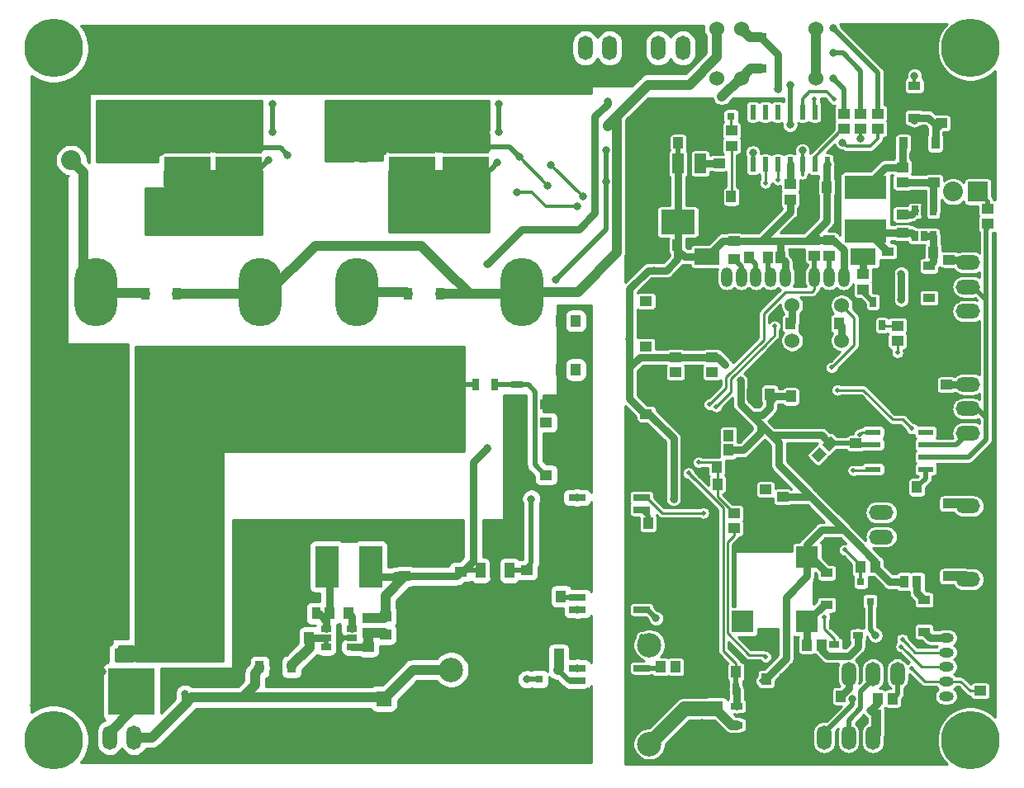
<source format=gbr>
G04 #@! TF.GenerationSoftware,KiCad,Pcbnew,(5.1.5)-3*
G04 #@! TF.CreationDate,2020-03-11T08:09:56+09:00*
G04 #@! TF.ProjectId,Electricity_Manager_40W,456c6563-7472-4696-9369-74795f4d616e,rev?*
G04 #@! TF.SameCoordinates,Original*
G04 #@! TF.FileFunction,Copper,L2,Bot*
G04 #@! TF.FilePolarity,Positive*
%FSLAX46Y46*%
G04 Gerber Fmt 4.6, Leading zero omitted, Abs format (unit mm)*
G04 Created by KiCad (PCBNEW (5.1.5)-3) date 2020-03-11 08:09:56*
%MOMM*%
%LPD*%
G04 APERTURE LIST*
%ADD10R,4.850000X3.900000*%
%ADD11R,1.700000X0.650000*%
%ADD12C,1.524000*%
%ADD13R,1.200000X1.000000*%
%ADD14R,1.000000X1.200000*%
%ADD15R,4.200000X2.400000*%
%ADD16R,1.220000X0.910000*%
%ADD17R,2.300000X2.300000*%
%ADD18R,0.800100X0.800100*%
%ADD19C,6.500000*%
%ADD20R,0.965200X1.270000*%
%ADD21C,0.100000*%
%ADD22R,0.910000X1.220000*%
%ADD23R,2.032000X2.032000*%
%ADD24O,2.032000X2.032000*%
%ADD25O,2.500000X1.500000*%
%ADD26O,1.500000X2.500000*%
%ADD27C,8.500000*%
%ADD28R,0.690880X1.000760*%
%ADD29R,1.200000X2.000000*%
%ADD30R,3.500000X2.500000*%
%ADD31O,1.524000X1.000000*%
%ADD32R,1.400000X1.270000*%
%ADD33R,4.720000X4.800000*%
%ADD34R,2.400000X4.200000*%
%ADD35C,4.500880*%
%ADD36R,0.700000X1.300000*%
%ADD37R,1.300000X0.700000*%
%ADD38R,1.000760X1.501140*%
%ADD39R,1.998980X2.999740*%
%ADD40R,1.250000X1.000000*%
%ADD41R,0.600000X1.500000*%
%ADD42R,1.000760X0.690880*%
%ADD43O,1.200000X2.000000*%
%ADD44R,2.600000X1.700000*%
%ADD45R,1.550000X0.600000*%
%ADD46R,1.000000X0.700000*%
%ADD47R,0.700000X1.000000*%
%ADD48C,2.500000*%
%ADD49O,4.400000X7.000000*%
%ADD50O,7.000000X4.400000*%
%ADD51R,1.600000X1.600000*%
%ADD52C,1.600000*%
%ADD53C,6.000000*%
%ADD54C,0.800000*%
%ADD55C,0.500000*%
%ADD56C,0.800000*%
%ADD57C,1.000000*%
%ADD58C,0.500000*%
%ADD59C,0.300000*%
%ADD60C,1.500000*%
%ADD61C,0.250000*%
%ADD62C,0.254000*%
G04 APERTURE END LIST*
D10*
X70000000Y-109900000D03*
X70000000Y-114100000D03*
X64750000Y-114100000D03*
X64750000Y-109900000D03*
D11*
X104660000Y-147115000D03*
X104660000Y-148385000D03*
X111260000Y-148385000D03*
X111260000Y-147115000D03*
D12*
X131790000Y-127400000D03*
X129250000Y-127400000D03*
X126710000Y-127400000D03*
D13*
X124000000Y-148180000D03*
X124000000Y-146300001D03*
X133250000Y-141550000D03*
X133250000Y-143430000D03*
D14*
X120199999Y-140750000D03*
X118320000Y-140750000D03*
D15*
X134250000Y-115250000D03*
X134250000Y-119750000D03*
D14*
X125550000Y-122500000D03*
X127430000Y-122500000D03*
D16*
X140750000Y-126635000D03*
X140750000Y-123365000D03*
D13*
X120500000Y-111030000D03*
X120500000Y-109470000D03*
D14*
X120180000Y-142250000D03*
X118300000Y-142250000D03*
D17*
X121650000Y-159850000D03*
X128250000Y-159850000D03*
X128250000Y-153250000D03*
D13*
X111750000Y-140430000D03*
X111750000Y-138550000D03*
D14*
X120950000Y-165000000D03*
X119070000Y-165000000D03*
D18*
X120450000Y-108000760D03*
X118550000Y-108000760D03*
X119500000Y-106001780D03*
D13*
X146750000Y-117470000D03*
X146750000Y-119030000D03*
D19*
X82750000Y-102500000D03*
X82750000Y-109500000D03*
X60000000Y-109500000D03*
X60000000Y-102500000D03*
D20*
X138250000Y-155750000D03*
X139520000Y-155750000D03*
G04 #@! TA.AperFunction,SMDPad,CuDef*
D21*
G36*
X132699568Y-142851040D02*
G01*
X131851040Y-143699568D01*
X131143934Y-142992462D01*
X131992462Y-142143934D01*
X132699568Y-142851040D01*
G37*
G04 #@! TD.AperFunction*
G04 #@! TA.AperFunction,SMDPad,CuDef*
G36*
X131370208Y-141521680D02*
G01*
X130521680Y-142370208D01*
X129814574Y-141663102D01*
X130663102Y-140814574D01*
X131370208Y-141521680D01*
G37*
G04 #@! TD.AperFunction*
D13*
X120750000Y-122680000D03*
X120750000Y-120800000D03*
X138000000Y-119950000D03*
X138000000Y-118070000D03*
X119250000Y-112800000D03*
X119250000Y-114680000D03*
D14*
X139320000Y-122000000D03*
X141200000Y-122000000D03*
X114950000Y-121250000D03*
X113070000Y-121250000D03*
D16*
X140250000Y-157615000D03*
X140250000Y-160885000D03*
X130250000Y-158135000D03*
X130250000Y-154865000D03*
X136500000Y-121865000D03*
X136500000Y-125135000D03*
D22*
X141385000Y-110750000D03*
X138115000Y-110750000D03*
X72115000Y-164500000D03*
X75385000Y-164500000D03*
D23*
X145750000Y-115750000D03*
D24*
X143210000Y-115750000D03*
D25*
X144750000Y-128000000D03*
X144750000Y-125500000D03*
X144750000Y-123000000D03*
X144750000Y-120500000D03*
D26*
X59250000Y-171750000D03*
X56750000Y-171750000D03*
D27*
X53250000Y-157250000D03*
X64250000Y-157250000D03*
X64250000Y-146500000D03*
X53250000Y-146500000D03*
D28*
X139300040Y-120300480D03*
X140250000Y-120300480D03*
X141199960Y-120300480D03*
X141199960Y-117699520D03*
X140250000Y-117699520D03*
X139300040Y-117699520D03*
D29*
X115000000Y-112850000D03*
X112700000Y-112850000D03*
X117300000Y-112850000D03*
D30*
X115000000Y-118850000D03*
D11*
X111300000Y-164615000D03*
X111300000Y-165885000D03*
X104700000Y-165885000D03*
X104700000Y-164615000D03*
X111300000Y-158635000D03*
X111300000Y-157365000D03*
X104700000Y-157365000D03*
X104700000Y-158635000D03*
D31*
X142500000Y-160000000D03*
X142500000Y-161500000D03*
X142500000Y-163000000D03*
X142500000Y-164500000D03*
X142500000Y-166000000D03*
X142500000Y-167500000D03*
D13*
X142500000Y-135550000D03*
X142500000Y-137430000D03*
X146000000Y-166950000D03*
X146000000Y-165070000D03*
X142750000Y-120820000D03*
X142750000Y-122700000D03*
D14*
X137180000Y-169500000D03*
X135300000Y-169500000D03*
X122550000Y-136500000D03*
X124430000Y-136500000D03*
D13*
X125750000Y-147070000D03*
X125750000Y-148950000D03*
D14*
X129820000Y-167500000D03*
X131700000Y-167500000D03*
X126570000Y-136750000D03*
X128450000Y-136750000D03*
D13*
X142750000Y-153320000D03*
X142750000Y-155200000D03*
X142750000Y-147750000D03*
X142750000Y-145870000D03*
D14*
X128370000Y-115250000D03*
X130250000Y-115250000D03*
X122320000Y-122500000D03*
X124200000Y-122500000D03*
D13*
X142000000Y-106820000D03*
X142000000Y-108700000D03*
X85000000Y-159320000D03*
X85000000Y-161200000D03*
D14*
X75320000Y-161500000D03*
X77200000Y-161500000D03*
D13*
X101500000Y-144800000D03*
X101500000Y-146680000D03*
D14*
X125930000Y-165750000D03*
X124050000Y-165750000D03*
X119050000Y-145750000D03*
X120930000Y-145750000D03*
D13*
X99500000Y-156450000D03*
X99500000Y-154570000D03*
D32*
X60040000Y-163235000D03*
D33*
X59000000Y-167040000D03*
D32*
X57960000Y-163235000D03*
D23*
X50250000Y-112500000D03*
D24*
X52790000Y-112500000D03*
D34*
X79000000Y-154200000D03*
X83500000Y-154200000D03*
D26*
X137500000Y-165250000D03*
X135000000Y-165250000D03*
X132500000Y-165250000D03*
X130000000Y-165250000D03*
D25*
X144750000Y-153000000D03*
X144750000Y-155500000D03*
X144750000Y-148000000D03*
X144750000Y-145500000D03*
D26*
X108000000Y-101000000D03*
X105500000Y-101000000D03*
X113000000Y-101000000D03*
X115500000Y-101000000D03*
D35*
X99000000Y-101500000D03*
D18*
X102750760Y-164800000D03*
X102750760Y-166700000D03*
X100751780Y-165750000D03*
D14*
X101220000Y-163250000D03*
X102780000Y-163250000D03*
G04 #@! TA.AperFunction,SMDPad,CuDef*
D21*
G36*
X129773726Y-143872254D02*
G01*
X130622254Y-143023726D01*
X131329360Y-143730832D01*
X130480832Y-144579360D01*
X129773726Y-143872254D01*
G37*
G04 #@! TD.AperFunction*
G04 #@! TA.AperFunction,SMDPad,CuDef*
G36*
X128670640Y-142769168D02*
G01*
X129519168Y-141920640D01*
X130226274Y-142627746D01*
X129377746Y-143476274D01*
X128670640Y-142769168D01*
G37*
G04 #@! TD.AperFunction*
D14*
X101470000Y-157250000D03*
X103030000Y-157250000D03*
X137940000Y-146060000D03*
X139500000Y-146060000D03*
X114780000Y-164500000D03*
X113220000Y-164500000D03*
X135470000Y-167750000D03*
X137030000Y-167750000D03*
X129780000Y-162250000D03*
X128220000Y-162250000D03*
X113500000Y-149750000D03*
X111940000Y-149750000D03*
D13*
X130500000Y-120720000D03*
X130500000Y-122280000D03*
X129000000Y-122280000D03*
X129000000Y-120720000D03*
X137500000Y-131030000D03*
X137500000Y-129470000D03*
X134000000Y-124220000D03*
X134000000Y-125780000D03*
X138000000Y-113220000D03*
X138000000Y-114780000D03*
X141250000Y-113220000D03*
X141250000Y-114780000D03*
X83250000Y-161030000D03*
X83250000Y-159470000D03*
X83250000Y-162470000D03*
X83250000Y-164030000D03*
X120750000Y-148720000D03*
X120750000Y-150280000D03*
D25*
X144750000Y-140500000D03*
X144750000Y-138000000D03*
X144750000Y-135500000D03*
X144750000Y-133000000D03*
D13*
X101500000Y-137550000D03*
X101500000Y-139430000D03*
D22*
X63635000Y-126250000D03*
X60365000Y-126250000D03*
X87365000Y-126250000D03*
X90635000Y-126250000D03*
D36*
X94300000Y-135500000D03*
X96200000Y-135500000D03*
D37*
X98500000Y-137450000D03*
X98500000Y-135550000D03*
D38*
X97751140Y-154602360D03*
X96250000Y-154602360D03*
X94748860Y-154602360D03*
D39*
X96250000Y-151650880D03*
G04 #@! TA.AperFunction,SMDPad,CuDef*
D21*
G36*
X95749620Y-153874650D02*
G01*
X95249240Y-153125350D01*
X97250760Y-153125350D01*
X96750380Y-153874650D01*
X95749620Y-153874650D01*
G37*
G04 #@! TD.AperFunction*
D40*
X92750000Y-156750000D03*
X92750000Y-154750000D03*
D37*
X121000000Y-170450000D03*
X121000000Y-168550000D03*
D26*
X130000000Y-171750000D03*
X132500000Y-171750000D03*
X135000000Y-171750000D03*
X137500000Y-171750000D03*
D14*
X129620000Y-129250000D03*
X131500000Y-129250000D03*
X128430000Y-129250000D03*
X126550000Y-129250000D03*
D16*
X123500000Y-103135000D03*
X123500000Y-99865000D03*
D14*
X122030000Y-116250000D03*
X120470000Y-116250000D03*
D16*
X139250000Y-104865000D03*
X139250000Y-108135000D03*
D13*
X132000000Y-107720000D03*
X132000000Y-109280000D03*
X133750000Y-109280000D03*
X133750000Y-107720000D03*
X135500000Y-107720000D03*
X135500000Y-109280000D03*
X126500000Y-114970000D03*
X126500000Y-116530000D03*
D41*
X130310000Y-112950000D03*
X129040000Y-112950000D03*
X127770000Y-112950000D03*
X126500000Y-112950000D03*
X125230000Y-112950000D03*
X123960000Y-112950000D03*
X122690000Y-112950000D03*
X122690000Y-107550000D03*
X123960000Y-107550000D03*
X125230000Y-107550000D03*
X126500000Y-107550000D03*
X127770000Y-107550000D03*
X129040000Y-107550000D03*
X130310000Y-107550000D03*
D12*
X129160000Y-99000000D03*
X129160000Y-104080000D03*
X121540000Y-99000000D03*
X121540000Y-104080000D03*
X119000000Y-104080000D03*
X119000000Y-99000000D03*
X131790000Y-131000000D03*
X129250000Y-131000000D03*
X126710000Y-131000000D03*
D14*
X79320000Y-159000000D03*
X81200000Y-159000000D03*
D13*
X87000000Y-153320000D03*
X87000000Y-155200000D03*
D42*
X78949520Y-160550040D03*
X78949520Y-161500000D03*
X78949520Y-162449960D03*
X81550480Y-162449960D03*
X81550480Y-161500000D03*
X81550480Y-160550040D03*
D22*
X74615000Y-159000000D03*
X77885000Y-159000000D03*
D14*
X115050000Y-110750000D03*
X116930000Y-110750000D03*
D36*
X120950000Y-166750000D03*
X119050000Y-166750000D03*
D13*
X114750000Y-134280000D03*
X114750000Y-132720000D03*
X118500000Y-132720000D03*
X118500000Y-134280000D03*
D43*
X132000000Y-124500000D03*
X130500000Y-124500000D03*
X129000000Y-124500000D03*
X127500000Y-124500000D03*
X126000000Y-124500000D03*
X124500000Y-124500000D03*
X123000000Y-124500000D03*
X121500000Y-124500000D03*
X120000000Y-124500000D03*
D44*
X134000000Y-122400000D03*
X118000000Y-122400000D03*
D45*
X135020000Y-144215000D03*
X135020000Y-142945000D03*
X135020000Y-141675000D03*
X135020000Y-140405000D03*
X140420000Y-140405000D03*
X140420000Y-141675000D03*
X140420000Y-142945000D03*
X140420000Y-144215000D03*
D14*
X118970000Y-144000000D03*
X120530000Y-144000000D03*
D13*
X111710000Y-130030000D03*
X111710000Y-131590000D03*
D14*
X102970000Y-134000000D03*
X104530000Y-134000000D03*
D13*
X111750000Y-126970000D03*
X111750000Y-128530000D03*
D14*
X104530000Y-129000000D03*
X102970000Y-129000000D03*
D18*
X134700000Y-157750760D03*
X132800000Y-157750760D03*
X133750000Y-155751780D03*
D14*
X133720000Y-154250000D03*
X135280000Y-154250000D03*
D10*
X87750000Y-114100000D03*
X87750000Y-109900000D03*
X93250000Y-109900000D03*
X93250000Y-114100000D03*
D46*
X131050000Y-162200000D03*
X131050000Y-160300000D03*
X133450000Y-161250000D03*
D47*
X135000000Y-127050000D03*
X134050000Y-129450000D03*
X135950000Y-129450000D03*
D48*
X91750000Y-164790000D03*
X91750000Y-159710000D03*
X91750000Y-152090000D03*
X112070000Y-172410000D03*
X112070000Y-162250000D03*
X112070000Y-152090000D03*
D49*
X72200000Y-126000000D03*
X55300000Y-126000000D03*
D50*
X63750000Y-117600000D03*
D49*
X63750000Y-135500000D03*
X90550000Y-135500000D03*
D50*
X90550000Y-117600000D03*
D49*
X82100000Y-126000000D03*
X99000000Y-126000000D03*
D51*
X84850000Y-167750000D03*
D52*
X84850000Y-170250000D03*
D51*
X118860000Y-168770000D03*
D52*
X118860000Y-172270000D03*
D25*
X135850000Y-151150000D03*
X135850000Y-148650000D03*
X135850000Y-146150000D03*
D53*
X51000000Y-172000000D03*
X145000000Y-101000000D03*
X145000000Y-172000000D03*
X51000000Y-101000000D03*
D54*
X131000000Y-159750000D03*
X110000000Y-174250000D03*
X114250000Y-174250000D03*
X118250000Y-174250000D03*
X122250000Y-174250000D03*
X126250000Y-174250000D03*
X130250000Y-174250000D03*
X134250000Y-174250000D03*
X138250000Y-174250000D03*
X141250000Y-173250000D03*
X141500000Y-169500000D03*
X147250000Y-163750000D03*
X110000000Y-170250000D03*
X110000000Y-166250000D03*
X110000000Y-155000000D03*
X110000000Y-151000000D03*
X110000000Y-145750000D03*
X110000000Y-141750000D03*
X110000000Y-138750000D03*
X110000000Y-122750000D03*
X110000000Y-118750000D03*
X110000000Y-114750000D03*
X110000000Y-111750000D03*
X110500000Y-108250000D03*
X112500000Y-106500000D03*
X115250000Y-106500000D03*
X118250000Y-106500000D03*
X120750000Y-106500000D03*
X141500000Y-103250000D03*
X143000000Y-104750000D03*
X145000000Y-105000000D03*
X147000000Y-104500000D03*
X147000000Y-113500000D03*
X147000000Y-142250000D03*
X147000000Y-145250000D03*
X147000000Y-148250000D03*
X147000000Y-152250000D03*
X147000000Y-156250000D03*
X147000000Y-160250000D03*
D55*
X128370000Y-115250000D03*
D54*
X141240000Y-136880000D03*
X130000000Y-109750000D03*
X122500000Y-110250000D03*
X123000000Y-164250000D03*
X127250000Y-164250000D03*
X136250000Y-163750000D03*
X143000000Y-156750000D03*
X144000000Y-167250000D03*
X144000000Y-165000000D03*
X144000000Y-162250000D03*
X141000000Y-167000000D03*
X115750000Y-145750000D03*
X115000000Y-137500000D03*
X123250000Y-137500000D03*
X122000000Y-140000000D03*
X124000000Y-142000000D03*
X124250000Y-145000000D03*
X125000000Y-139250000D03*
X122000000Y-143500000D03*
X127500000Y-138000000D03*
X128500000Y-143750000D03*
X141250000Y-128750000D03*
X141250000Y-132750000D03*
X144000000Y-129500000D03*
X145500000Y-130000000D03*
X142500000Y-114000000D03*
X137000000Y-106000000D03*
D55*
X136500000Y-103000000D03*
D54*
X111250000Y-136500000D03*
X138750000Y-160000000D03*
X137000000Y-154000000D03*
X141000000Y-155250000D03*
X114000000Y-125250000D03*
X126750000Y-149750000D03*
X127430000Y-122500000D03*
X113500000Y-108500000D03*
X113500000Y-111250000D03*
X118750000Y-110250000D03*
X113500000Y-114750000D03*
X113500000Y-116500000D03*
X116250000Y-116500000D03*
X116250000Y-114750000D03*
X118750000Y-116500000D03*
X117750000Y-120500000D03*
X120500000Y-118750000D03*
X123500000Y-118750000D03*
X123500000Y-116000000D03*
X129000000Y-116750000D03*
X116000000Y-124000000D03*
X118500000Y-124000000D03*
X117500000Y-125500000D03*
X121000000Y-126250000D03*
X124000000Y-126250000D03*
X123000000Y-128250000D03*
X121750000Y-130250000D03*
X120000000Y-130250000D03*
X116750000Y-130250000D03*
X113000000Y-130250000D03*
X113000000Y-128000000D03*
X111250000Y-134250000D03*
X141500000Y-151000000D03*
X141500000Y-147250000D03*
X144250000Y-150000000D03*
X146000000Y-150000000D03*
X146000000Y-151250000D03*
X144250000Y-151250000D03*
X144000000Y-159250000D03*
X127250000Y-167500000D03*
X128750000Y-167500000D03*
X122500000Y-166750000D03*
X128250000Y-170750000D03*
X128250000Y-172750000D03*
X139000000Y-169500000D03*
X114250000Y-166250000D03*
X117500000Y-170250000D03*
X114250000Y-159000000D03*
X114250000Y-151000000D03*
X118500000Y-151000000D03*
X118500000Y-159000000D03*
X138000000Y-140250000D03*
X141250000Y-139250000D03*
X136500000Y-111750000D03*
X132000000Y-146500000D03*
X137750000Y-150500000D03*
X138000000Y-144750000D03*
X133750000Y-159750000D03*
X131700000Y-167500000D03*
X142750000Y-155200000D03*
X142750000Y-147750000D03*
X142500000Y-135550000D03*
X142750000Y-122700000D03*
X134730000Y-168930000D03*
X140750000Y-126635000D03*
D55*
X123550000Y-165950002D03*
D54*
X115050000Y-110750000D03*
X126500000Y-104750000D03*
X111750000Y-138550000D03*
X126510779Y-108889220D03*
X114550000Y-147250000D03*
D55*
X120180000Y-142250000D03*
X124430000Y-136500000D03*
X126570000Y-136750000D03*
X130592391Y-141592391D03*
X125750000Y-147070000D03*
D54*
X121405564Y-135111968D03*
X119850002Y-133500000D03*
X121405564Y-135111968D03*
X110050000Y-130850000D03*
X112550000Y-123810000D03*
D55*
X120199999Y-140750000D03*
X124000000Y-146300001D03*
D54*
X126550000Y-129250000D03*
X131500000Y-129250000D03*
X142000000Y-108700000D03*
X139250000Y-108410000D03*
X125250000Y-105250000D03*
X119250000Y-112800000D03*
X137900000Y-124150000D03*
X137900000Y-126810000D03*
X101500000Y-139430000D03*
X99970000Y-147250000D03*
X107650000Y-111490000D03*
X107650000Y-114690000D03*
X102500000Y-124750000D03*
X55250000Y-144000000D03*
X56000000Y-145000000D03*
X56000000Y-149000000D03*
X50000000Y-149000000D03*
X52250000Y-150000000D03*
X53750000Y-150000000D03*
X55250000Y-150000000D03*
X50000000Y-157000000D03*
X55250000Y-160000000D03*
X50750000Y-160000000D03*
X51500000Y-161000000D03*
X53000000Y-161000000D03*
X54500000Y-161000000D03*
X62750000Y-102250000D03*
X60500000Y-105250000D03*
X59000000Y-105250000D03*
X57500000Y-103250000D03*
X57500000Y-101250000D03*
X61250000Y-100250000D03*
X58250000Y-100250000D03*
X59000000Y-99250000D03*
X60500000Y-99250000D03*
X83000000Y-105250000D03*
X81500000Y-105250000D03*
X80750000Y-104250000D03*
X84000000Y-100250000D03*
X80750000Y-100250000D03*
X80000000Y-101250000D03*
X80000000Y-103250000D03*
X56750000Y-160000000D03*
X56750000Y-158000000D03*
X56750000Y-148000000D03*
X50000000Y-147000000D03*
X49250000Y-150000000D03*
X50000000Y-159000000D03*
X49250000Y-160000000D03*
X50000000Y-161000000D03*
X51500000Y-163000000D03*
X54500000Y-163000000D03*
X56750000Y-162000000D03*
X58250000Y-160000000D03*
X58250000Y-158000000D03*
X58250000Y-156000000D03*
X58250000Y-154000000D03*
X58250000Y-152000000D03*
X58250000Y-150000000D03*
X58250000Y-148000000D03*
X58250000Y-146000000D03*
X58250000Y-144000000D03*
X58250000Y-142000000D03*
X58250000Y-140000000D03*
X57500000Y-141000000D03*
X57500000Y-143000000D03*
X57500000Y-145000000D03*
X57500000Y-147000000D03*
X57500000Y-149000000D03*
X57500000Y-151000000D03*
X57500000Y-153000000D03*
X57500000Y-155000000D03*
X57500000Y-157000000D03*
X57500000Y-159000000D03*
X57500000Y-161000000D03*
X56000000Y-163000000D03*
X55250000Y-164000000D03*
X53750000Y-164000000D03*
X52250000Y-164000000D03*
X50750000Y-164000000D03*
X50000000Y-163000000D03*
X49250000Y-164000000D03*
X49250000Y-162000000D03*
X49250000Y-158000000D03*
X49250000Y-156000000D03*
X49250000Y-154000000D03*
X49250000Y-152000000D03*
X50000000Y-153000000D03*
X50000000Y-155000000D03*
X49250000Y-148000000D03*
X49250000Y-146000000D03*
X49250000Y-144000000D03*
X49250000Y-142000000D03*
X49250000Y-140000000D03*
X50000000Y-141000000D03*
X50000000Y-141000000D03*
X50000000Y-141000000D03*
X50000000Y-143000000D03*
X50000000Y-145000000D03*
X50750000Y-144000000D03*
X50750000Y-142000000D03*
X50750000Y-140000000D03*
X51500000Y-141000000D03*
X51500000Y-143000000D03*
X52250000Y-142000000D03*
X52250000Y-140000000D03*
X53000000Y-141000000D03*
X53000000Y-143000000D03*
X53750000Y-140000000D03*
X53750000Y-142000000D03*
X56000000Y-143000000D03*
X56750000Y-144000000D03*
X56750000Y-142000000D03*
X56750000Y-140000000D03*
X55250000Y-140000000D03*
X56000000Y-141000000D03*
X54500000Y-141000000D03*
X54500000Y-143000000D03*
X56750000Y-146000000D03*
X56750000Y-152000000D03*
X56750000Y-154000000D03*
X56750000Y-156000000D03*
X56000000Y-155000000D03*
X56000000Y-153000000D03*
X55250000Y-154000000D03*
X53750000Y-154000000D03*
X52250000Y-154000000D03*
X50750000Y-154000000D03*
X50000000Y-151000000D03*
X56750000Y-150000000D03*
X102500000Y-103250000D03*
X102500000Y-101250000D03*
X102500000Y-99250000D03*
X98750000Y-104250000D03*
X97250000Y-104250000D03*
X96500000Y-103250000D03*
X96500000Y-101250000D03*
X96500000Y-99250000D03*
X101000000Y-99250000D03*
X100250000Y-104250000D03*
X101000000Y-103250000D03*
X101750000Y-104250000D03*
X101750000Y-102250000D03*
X101750000Y-100250000D03*
X99500000Y-103250000D03*
X101000000Y-101250000D03*
X99500000Y-99250000D03*
X98000000Y-99250000D03*
X97250000Y-102250000D03*
X97250000Y-100250000D03*
X98000000Y-103250000D03*
X55220000Y-142020000D03*
X50000000Y-165000000D03*
X51500000Y-165000000D03*
X53000000Y-165000000D03*
X54500000Y-165000000D03*
X56000000Y-165000000D03*
X96600000Y-109610000D03*
X96680000Y-106750000D03*
X73430000Y-109600000D03*
X73430000Y-106750000D03*
X85500000Y-100250000D03*
X85500000Y-102250000D03*
X85500000Y-104250000D03*
X86250000Y-101250000D03*
X86250000Y-99250000D03*
X86250000Y-103250000D03*
X86250000Y-105250000D03*
X80000000Y-105250000D03*
X80000000Y-99250000D03*
X79250000Y-100250000D03*
X79250000Y-102250000D03*
X79250000Y-104250000D03*
X78500000Y-105250000D03*
X78500000Y-103250000D03*
X78500000Y-101250000D03*
X78500000Y-99250000D03*
X81500000Y-99250000D03*
X83000000Y-99250000D03*
X84750000Y-99250000D03*
X84750000Y-105250000D03*
X77750000Y-100250000D03*
X77750000Y-102250000D03*
X77750000Y-104250000D03*
X77000000Y-105250000D03*
X77000000Y-103250000D03*
X77000000Y-101250000D03*
X77000000Y-99250000D03*
X87000000Y-100250000D03*
X87000000Y-102250000D03*
X87000000Y-104250000D03*
X87750000Y-105250000D03*
X87750000Y-103250000D03*
X87750000Y-101250000D03*
X87750000Y-99250000D03*
X62000000Y-99250000D03*
X57500000Y-99250000D03*
X56000000Y-99250000D03*
X56750000Y-100250000D03*
X62750000Y-100250000D03*
X56000000Y-101250000D03*
X56750000Y-102250000D03*
X56000000Y-103250000D03*
X56750000Y-104250000D03*
X56000000Y-105250000D03*
X57500000Y-105250000D03*
X62000000Y-105250000D03*
X63500000Y-105250000D03*
X62750000Y-104250000D03*
X63500000Y-103250000D03*
X63500000Y-101250000D03*
X64250000Y-104250000D03*
X64250000Y-102250000D03*
X64250000Y-100250000D03*
X63500000Y-99250000D03*
X65000000Y-99250000D03*
X65000000Y-101250000D03*
X65000000Y-103250000D03*
X65000000Y-105250000D03*
X55250000Y-104250000D03*
X55250000Y-102250000D03*
X55250000Y-100250000D03*
X105750000Y-174000000D03*
X105750000Y-170250000D03*
X105750000Y-167000000D03*
X105750000Y-163500000D03*
X105750000Y-162250000D03*
X105750000Y-155000000D03*
X105750000Y-151000000D03*
X105750000Y-149250000D03*
X105750000Y-145750000D03*
X105750000Y-144250000D03*
X101500000Y-149250000D03*
X101500000Y-151000000D03*
X101500000Y-155000000D03*
X101500000Y-174000000D03*
X97250000Y-174000000D03*
X93000000Y-174000000D03*
X88750000Y-174000000D03*
X84500000Y-174000000D03*
X80250000Y-174000000D03*
X76250000Y-174000000D03*
X72000000Y-174000000D03*
X67750000Y-174000000D03*
X63500000Y-174000000D03*
X59250000Y-174000000D03*
X55000000Y-174000000D03*
X55000000Y-169750000D03*
X52300000Y-168300000D03*
X49000000Y-168500000D03*
X62500000Y-165250000D03*
X66750000Y-165250000D03*
X69750000Y-161750000D03*
X69750000Y-157500000D03*
X69750000Y-153750000D03*
X69750000Y-149750000D03*
X74250000Y-149750000D03*
X77750000Y-149750000D03*
X81750000Y-149750000D03*
X85750000Y-149750000D03*
X90000000Y-149750000D03*
X85750000Y-153000000D03*
X80250000Y-170250000D03*
X80250000Y-163750000D03*
X88750000Y-170250000D03*
X93000000Y-170250000D03*
X97500000Y-170250000D03*
X101500000Y-170250000D03*
X101500000Y-167250000D03*
X93000000Y-167250000D03*
X88750000Y-167250000D03*
X84500000Y-163750000D03*
X88750000Y-156750000D03*
X86750000Y-160000000D03*
X88750000Y-160000000D03*
X97500000Y-167250000D03*
X67750000Y-169250000D03*
X72000000Y-169250000D03*
X76250000Y-169250000D03*
X73500000Y-166000000D03*
X78250000Y-166000000D03*
X84000000Y-165750000D03*
X88750000Y-163000000D03*
X74250000Y-153750000D03*
X74250000Y-157500000D03*
X74250000Y-161750000D03*
X93000000Y-162250000D03*
X99750000Y-162000000D03*
X99750000Y-158750000D03*
X98000000Y-157500000D03*
X98250000Y-150000000D03*
X98250000Y-152500000D03*
X53000000Y-163000000D03*
X52250000Y-162000000D03*
X50750000Y-162000000D03*
X53750000Y-162000000D03*
X55250000Y-162000000D03*
X56000000Y-161000000D03*
X51500000Y-153000000D03*
X53000000Y-153000000D03*
X54500000Y-153000000D03*
X55250000Y-152000000D03*
X53750000Y-152000000D03*
X52250000Y-152000000D03*
X50750000Y-152000000D03*
X51500000Y-151000000D03*
X53000000Y-151000000D03*
X54500000Y-151000000D03*
X56000000Y-151000000D03*
X50750000Y-150000000D03*
X64470000Y-167250000D03*
X101500000Y-144800000D03*
X99520000Y-165770000D03*
D55*
X137887318Y-162413651D03*
X138000000Y-161660000D03*
D54*
X137030000Y-167750000D03*
X132900000Y-167800000D03*
X135250000Y-161250000D03*
X112750000Y-159500000D03*
X114780000Y-164500000D03*
D55*
X125240000Y-114510000D03*
X123960000Y-114830000D03*
D54*
X107780000Y-108990000D03*
X104700000Y-158635000D03*
D55*
X130030000Y-159380000D03*
X129448457Y-142698457D03*
X130770000Y-133780000D03*
D54*
X118500000Y-134280000D03*
X114750000Y-134280000D03*
D55*
X118930000Y-137780000D03*
X124910000Y-129530000D03*
X118240000Y-137570000D03*
D54*
X104660000Y-147115000D03*
D55*
X124000000Y-163470000D03*
X133000000Y-144330002D03*
X133650000Y-140649998D03*
X120470000Y-116250000D03*
X104530000Y-134000000D03*
X117610000Y-148700000D03*
D54*
X130920000Y-104100000D03*
X130920000Y-101500000D03*
X130920000Y-98950000D03*
X139250000Y-103830000D03*
D55*
X131000000Y-106250000D03*
X129000000Y-106250000D03*
D54*
X127770000Y-111510000D03*
X133750000Y-110320000D03*
X131900000Y-110690000D03*
X122690000Y-111730000D03*
D55*
X137500000Y-132250000D03*
X117130000Y-143510000D03*
X116080000Y-144620000D03*
X146000000Y-166950000D03*
X131355000Y-136089529D03*
X138950000Y-164630000D03*
X139000000Y-140050000D03*
D54*
X75000000Y-112000000D03*
X98730000Y-112160000D03*
X101670000Y-115110000D03*
D55*
X104530000Y-129000000D03*
D54*
X102000000Y-112960000D03*
X105260000Y-116240000D03*
X98530000Y-115800000D03*
X104710000Y-117230000D03*
D55*
X132124081Y-152495919D03*
D54*
X111710000Y-131590000D03*
X111750000Y-126970000D03*
X104700000Y-164615000D03*
X107780000Y-106490000D03*
X92750000Y-154750000D03*
X95450000Y-142020000D03*
X95440000Y-123170000D03*
X73000000Y-112500000D03*
X96500000Y-112750000D03*
D56*
X129250000Y-129620000D02*
X129620000Y-129250000D01*
X129250000Y-131000000D02*
X129250000Y-129620000D01*
X129250000Y-128430000D02*
X128430000Y-129250000D01*
X129250000Y-127400000D02*
X129250000Y-128430000D01*
X142750000Y-147750000D02*
X142520000Y-147750000D01*
D57*
X144500000Y-147750000D02*
X144750000Y-148000000D01*
X142750000Y-147750000D02*
X144500000Y-147750000D01*
X144450000Y-155200000D02*
X144750000Y-155500000D01*
X142750000Y-155200000D02*
X144450000Y-155200000D01*
X135300000Y-171450000D02*
X135000000Y-171750000D01*
X135300000Y-169500000D02*
X135300000Y-171450000D01*
D56*
X132500000Y-166700000D02*
X131700000Y-167500000D01*
X132500000Y-165250000D02*
X132500000Y-166700000D01*
X144700000Y-135550000D02*
X144750000Y-135500000D01*
X142500000Y-135550000D02*
X144700000Y-135550000D01*
X144450000Y-122700000D02*
X144750000Y-123000000D01*
X142750000Y-122700000D02*
X144450000Y-122700000D01*
X135470000Y-167750000D02*
X135470000Y-168190000D01*
X135470000Y-168190000D02*
X134730000Y-168930000D01*
X135300000Y-169500000D02*
X134730000Y-168930000D01*
X130250000Y-113010000D02*
X130310000Y-112950000D01*
X130250000Y-115250000D02*
X130250000Y-113010000D01*
X128180000Y-153180000D02*
X128250000Y-153250000D01*
D58*
X115050000Y-112800000D02*
X115000000Y-112850000D01*
X115050000Y-110750000D02*
X115050000Y-112800000D01*
X126500000Y-107550000D02*
X126500000Y-104750000D01*
X130310000Y-112500000D02*
X130310000Y-112950000D01*
D56*
X115000000Y-112850000D02*
X115000000Y-118850000D01*
X115000000Y-121200000D02*
X114950000Y-121250000D01*
X115000000Y-118850000D02*
X115000000Y-121200000D01*
X114950000Y-121250000D02*
X114950000Y-121700000D01*
X115650000Y-122400000D02*
X118000000Y-122400000D01*
X114950000Y-121700000D02*
X115650000Y-122400000D01*
X119600000Y-120800000D02*
X118000000Y-122400000D01*
X120750000Y-120800000D02*
X119600000Y-120800000D01*
X125550000Y-121100000D02*
X125550000Y-122500000D01*
X125250000Y-120800000D02*
X125550000Y-121100000D01*
X126000000Y-122950000D02*
X126000000Y-124500000D01*
X125550000Y-122500000D02*
X126000000Y-122950000D01*
X125250000Y-120800000D02*
X128200000Y-120800000D01*
X128280000Y-120720000D02*
X129000000Y-120720000D01*
X128200000Y-120800000D02*
X128280000Y-120720000D01*
X129000000Y-120720000D02*
X130500000Y-120720000D01*
X130500000Y-120720000D02*
X130970000Y-120720000D01*
X132000000Y-121750000D02*
X132000000Y-124500000D01*
X130970000Y-120720000D02*
X132000000Y-121750000D01*
X111650000Y-138550000D02*
X111750000Y-138550000D01*
X110050000Y-136950000D02*
X111650000Y-138550000D01*
X128635000Y-153250000D02*
X130250000Y-154865000D01*
X128250000Y-153250000D02*
X128635000Y-153250000D01*
X122860000Y-120800000D02*
X123540000Y-120800000D01*
X122860000Y-120800000D02*
X125250000Y-120800000D01*
X120750000Y-120800000D02*
X122860000Y-120800000D01*
X126500000Y-117840000D02*
X126500000Y-116530000D01*
X123540000Y-120800000D02*
X126500000Y-117840000D01*
X130250000Y-118750000D02*
X128200000Y-120800000D01*
X130250000Y-115250000D02*
X130250000Y-118750000D01*
D58*
X126500000Y-107550000D02*
X126500000Y-108878441D01*
X126500000Y-108878441D02*
X126510779Y-108889220D01*
D56*
X110050000Y-129480000D02*
X110050000Y-130850000D01*
X114750000Y-132720000D02*
X118500000Y-132720000D01*
X114550000Y-145850000D02*
X114550000Y-147250000D01*
X114550000Y-141049998D02*
X114550000Y-145850000D01*
X112050002Y-138550000D02*
X114550000Y-141049998D01*
X111750000Y-138550000D02*
X112050002Y-138550000D01*
X124050000Y-165669999D02*
X124050000Y-165750000D01*
X126080000Y-163639999D02*
X124050000Y-165669999D01*
X126080000Y-157370000D02*
X126080000Y-163639999D01*
X128250000Y-155200000D02*
X126080000Y-157370000D01*
X128250000Y-153250000D02*
X128250000Y-155200000D01*
X136750000Y-155750000D02*
X138250000Y-155750000D01*
X123459998Y-139590000D02*
X123459998Y-140460002D01*
X121670000Y-142250000D02*
X120180000Y-142250000D01*
X123459998Y-140460002D02*
X121670000Y-142250000D01*
X123459998Y-139590000D02*
X122529998Y-138660000D01*
X123670000Y-138660000D02*
X124430000Y-137900000D01*
X122529998Y-138660000D02*
X123670000Y-138660000D01*
X124950000Y-136750000D02*
X124430000Y-137270000D01*
X126570000Y-136750000D02*
X124950000Y-136750000D01*
X124430000Y-137900000D02*
X124430000Y-137270000D01*
X124430000Y-137270000D02*
X124430000Y-136500000D01*
D58*
X133125000Y-141675000D02*
X133000000Y-141550000D01*
X135020000Y-141675000D02*
X133125000Y-141675000D01*
D56*
X129730000Y-140730000D02*
X130592391Y-141592391D01*
X124599998Y-140730000D02*
X129730000Y-140730000D01*
X124599998Y-140730000D02*
X123459998Y-139590000D01*
X125320000Y-141450002D02*
X124599998Y-140730000D01*
D58*
X130634782Y-141550000D02*
X130592391Y-141592391D01*
X133000000Y-141550000D02*
X130634782Y-141550000D01*
D59*
X121397534Y-135119998D02*
X121405564Y-135111968D01*
X121369998Y-135119998D02*
X121397534Y-135119998D01*
D56*
X119070002Y-132720000D02*
X119850002Y-133500000D01*
X118500000Y-132720000D02*
X119070002Y-132720000D01*
X121405564Y-135677653D02*
X121405564Y-135111968D01*
X121405564Y-137535566D02*
X121405564Y-135677653D01*
X122529998Y-138660000D02*
X121405564Y-137535566D01*
X136680000Y-155750000D02*
X136750000Y-155750000D01*
X135280000Y-154350000D02*
X136680000Y-155750000D01*
X135280000Y-154250000D02*
X135280000Y-154350000D01*
X125320000Y-143759998D02*
X125320000Y-141450002D01*
X135280000Y-154250000D02*
X135280000Y-153719998D01*
X127155001Y-147064999D02*
X128625001Y-147064999D01*
X127150000Y-147070000D02*
X127155001Y-147064999D01*
X125750000Y-147070000D02*
X127150000Y-147070000D01*
X128625001Y-147064999D02*
X125320000Y-143759998D01*
X135280000Y-153719998D02*
X133025001Y-151464999D01*
X128250000Y-151960000D02*
X128250000Y-153250000D01*
X128745001Y-151464999D02*
X128250000Y-151960000D01*
X129745001Y-150464999D02*
X128745001Y-151464999D01*
X132025001Y-150464999D02*
X129745001Y-150464999D01*
X132025001Y-150464999D02*
X128625001Y-147064999D01*
X133025001Y-151464999D02*
X132025001Y-150464999D01*
X111080000Y-132720000D02*
X110050000Y-133750000D01*
X114750000Y-132720000D02*
X111080000Y-132720000D01*
X110050000Y-129480000D02*
X110050000Y-133750000D01*
X110050000Y-133750000D02*
X110050000Y-136950000D01*
X114950000Y-122650000D02*
X114950000Y-121250000D01*
X113790000Y-123810000D02*
X114950000Y-122650000D01*
X110050000Y-125730000D02*
X111970000Y-123810000D01*
X110050000Y-129480000D02*
X110050000Y-125730000D01*
X111970000Y-123810000D02*
X112550000Y-123810000D01*
X112550000Y-123810000D02*
X113790000Y-123810000D01*
D57*
X122405000Y-99865000D02*
X121540000Y-99000000D01*
X123500000Y-99865000D02*
X122405000Y-99865000D01*
D56*
X126710000Y-129090000D02*
X126550000Y-129250000D01*
X126710000Y-127400000D02*
X126710000Y-129090000D01*
X131790000Y-129540000D02*
X131500000Y-129250000D01*
X131790000Y-131000000D02*
X131790000Y-129540000D01*
X141385000Y-109315000D02*
X142000000Y-108700000D01*
X141385000Y-110750000D02*
X141385000Y-109315000D01*
X119200000Y-112850000D02*
X119250000Y-112800000D01*
X117300000Y-112850000D02*
X119200000Y-112850000D01*
X141385000Y-108860000D02*
X141385000Y-109315000D01*
X140660000Y-108135000D02*
X141385000Y-108860000D01*
X139250000Y-108135000D02*
X140660000Y-108135000D01*
X139250000Y-108135000D02*
X139250000Y-108410000D01*
X125250000Y-101615000D02*
X123500000Y-99865000D01*
X125250000Y-105250000D02*
X125250000Y-101615000D01*
X137900000Y-124150000D02*
X137900000Y-126810000D01*
D58*
X121500000Y-123430000D02*
X121500000Y-124500000D01*
X120750000Y-122680000D02*
X121500000Y-123430000D01*
X122820000Y-124070000D02*
X123000000Y-124250000D01*
X123000000Y-123180000D02*
X123000000Y-124500000D01*
X122320000Y-122500000D02*
X123000000Y-123180000D01*
X124700000Y-124050000D02*
X124500000Y-124250000D01*
X124200000Y-124200000D02*
X124500000Y-124500000D01*
X124200000Y-122500000D02*
X124200000Y-124200000D01*
X107650000Y-114690000D02*
X107650000Y-117850000D01*
X107650000Y-111490000D02*
X107650000Y-114690000D01*
X102500000Y-124750000D02*
X107500000Y-119750000D01*
X107650000Y-119600000D02*
X107500000Y-119750000D01*
X107650000Y-117850000D02*
X107650000Y-119600000D01*
X99467640Y-154602360D02*
X99500000Y-154570000D01*
X97751140Y-154602360D02*
X99467640Y-154602360D01*
X99500000Y-154320000D02*
X99500000Y-154570000D01*
X99970000Y-147250000D02*
X99970000Y-153850000D01*
X99970000Y-153850000D02*
X99500000Y-154320000D01*
X80550100Y-161500000D02*
X80300100Y-161750000D01*
X81550480Y-161500000D02*
X80550100Y-161500000D01*
X96600000Y-109610000D02*
X96600000Y-106830000D01*
X96600000Y-106830000D02*
X96680000Y-106750000D01*
X73430000Y-109600000D02*
X73430000Y-106750000D01*
D56*
X134385000Y-119750000D02*
X136500000Y-121865000D01*
X134250000Y-119750000D02*
X134385000Y-119750000D01*
X134450000Y-119950000D02*
X134250000Y-119750000D01*
X138000000Y-119950000D02*
X134450000Y-119950000D01*
X138949560Y-119950000D02*
X139249990Y-120250430D01*
X138000000Y-119950000D02*
X138949560Y-119950000D01*
X138929560Y-118070000D02*
X139300040Y-117699520D01*
X138000000Y-118070000D02*
X138929560Y-118070000D01*
X77200000Y-161500000D02*
X78500000Y-161500000D01*
D57*
X75385000Y-164345000D02*
X77230000Y-162500000D01*
X75385000Y-164500000D02*
X75385000Y-164345000D01*
X77230000Y-161530000D02*
X77200000Y-161500000D01*
X77230000Y-162500000D02*
X77230000Y-161530000D01*
D58*
X78949520Y-162449960D02*
X78949520Y-161500000D01*
D57*
X61070000Y-171750000D02*
X60600000Y-171750000D01*
X64470000Y-168350000D02*
X61070000Y-171750000D01*
X59250000Y-171750000D02*
X60600000Y-171750000D01*
D56*
X64470000Y-167250000D02*
X64470000Y-168350000D01*
D57*
X72115000Y-164655000D02*
X72115000Y-164500000D01*
X71635000Y-165135000D02*
X72115000Y-164655000D01*
X71635000Y-166365000D02*
X71635000Y-165135000D01*
X70350000Y-167650000D02*
X71635000Y-166365000D01*
X65170000Y-167650000D02*
X70350000Y-167650000D01*
X64470000Y-168350000D02*
X65170000Y-167650000D01*
X87810000Y-164790000D02*
X91750000Y-164790000D01*
X84850000Y-167750000D02*
X87810000Y-164790000D01*
X84750000Y-167650000D02*
X84850000Y-167750000D01*
X70350000Y-167650000D02*
X84750000Y-167650000D01*
X120540000Y-170450000D02*
X121000000Y-170450000D01*
X118860000Y-168770000D02*
X120540000Y-170450000D01*
D60*
X115710000Y-168770000D02*
X112070000Y-172410000D01*
X118860000Y-168770000D02*
X115710000Y-168770000D01*
D58*
X98050000Y-135550000D02*
X98500000Y-135550000D01*
X98000000Y-135500000D02*
X98050000Y-135550000D01*
X101400000Y-144800000D02*
X101500000Y-144800000D01*
X100350000Y-143750000D02*
X101400000Y-144800000D01*
X100350000Y-136250000D02*
X100350000Y-143750000D01*
X99650000Y-135550000D02*
X100350000Y-136250000D01*
X98500000Y-135550000D02*
X99650000Y-135550000D01*
X96250000Y-135550000D02*
X96200000Y-135500000D01*
X98500000Y-135550000D02*
X96250000Y-135550000D01*
D56*
X139520000Y-156885000D02*
X139520000Y-155750000D01*
X140250000Y-157615000D02*
X139520000Y-156885000D01*
X140865000Y-161500000D02*
X140250000Y-160885000D01*
X142500000Y-161500000D02*
X140865000Y-161500000D01*
X129965000Y-158135000D02*
X128250000Y-159850000D01*
X130250000Y-158135000D02*
X129965000Y-158135000D01*
X128250000Y-162220000D02*
X128220000Y-162250000D01*
X128250000Y-159850000D02*
X128250000Y-162220000D01*
D58*
X94300000Y-135500000D02*
X90550000Y-135500000D01*
D57*
X56750000Y-171250000D02*
X56750000Y-171750000D01*
X59000000Y-169000000D02*
X56750000Y-171250000D01*
X59000000Y-167040000D02*
X59000000Y-169000000D01*
D56*
X136280000Y-113220000D02*
X138000000Y-113220000D01*
X134250000Y-115250000D02*
X136280000Y-113220000D01*
X138000000Y-110865000D02*
X138115000Y-110750000D01*
X138000000Y-113220000D02*
X138000000Y-110865000D01*
D57*
X60265000Y-126150000D02*
X60365000Y-126250000D01*
X54050000Y-126150000D02*
X60265000Y-126150000D01*
X54050000Y-113760000D02*
X52790000Y-112500000D01*
X54050000Y-126150000D02*
X54050000Y-113760000D01*
X87115000Y-126000000D02*
X87365000Y-126250000D01*
X82100000Y-126000000D02*
X87115000Y-126000000D01*
D58*
X100751780Y-165750000D02*
X99540000Y-165750000D01*
X99540000Y-165750000D02*
X99520000Y-165770000D01*
X146750000Y-117470000D02*
X146750000Y-116750000D01*
X144615000Y-140365000D02*
X144750000Y-140500000D01*
X143575000Y-141675000D02*
X144750000Y-140500000D01*
X140420000Y-141675000D02*
X143575000Y-141675000D01*
D61*
X142500000Y-164500000D02*
X139990000Y-164500000D01*
X139990000Y-164500000D02*
X138650000Y-163160000D01*
X138650000Y-163160000D02*
X138470000Y-162980000D01*
X138650000Y-163160000D02*
X138633667Y-163160000D01*
X138633667Y-163160000D02*
X137887318Y-162413651D01*
X139340000Y-163000000D02*
X138560000Y-162220000D01*
X142500000Y-163000000D02*
X139340000Y-163000000D01*
X138000000Y-161660000D02*
X138560000Y-162220000D01*
D58*
X145250000Y-125500000D02*
X144750000Y-125500000D01*
X146590000Y-126840000D02*
X145250000Y-125500000D01*
X146590000Y-136660000D02*
X146590000Y-126840000D01*
D59*
X146590000Y-119190000D02*
X146750000Y-119030000D01*
D58*
X144750000Y-138000000D02*
X145700000Y-138000000D01*
X146590000Y-138890000D02*
X146590000Y-139030000D01*
X145700000Y-138000000D02*
X146590000Y-138890000D01*
X146590000Y-136660000D02*
X146590000Y-139030000D01*
X146590000Y-126840000D02*
X146590000Y-120490000D01*
X146750000Y-119030000D02*
X146750000Y-119440000D01*
X146590000Y-119600000D02*
X146590000Y-120490000D01*
X146750000Y-119440000D02*
X146590000Y-119600000D01*
X146590000Y-139030000D02*
X146590000Y-141180000D01*
X144825000Y-142945000D02*
X146590000Y-141180000D01*
X140420000Y-142945000D02*
X144825000Y-142945000D01*
X137500000Y-167280000D02*
X137030000Y-167750000D01*
X137500000Y-165250000D02*
X137500000Y-167280000D01*
X130000000Y-171265685D02*
X130000000Y-171750000D01*
X132900000Y-168365685D02*
X130000000Y-171265685D01*
X132900000Y-167800000D02*
X132900000Y-168365685D01*
X134700000Y-160700000D02*
X135250000Y-161250000D01*
X134700000Y-157750760D02*
X134700000Y-160700000D01*
X111885000Y-158635000D02*
X112750000Y-159500000D01*
X111300000Y-158635000D02*
X111885000Y-158635000D01*
X135000000Y-165750000D02*
X135000000Y-165250000D01*
X133750000Y-167000000D02*
X135000000Y-165750000D01*
X133750000Y-168750000D02*
X133750000Y-167000000D01*
X132500000Y-170000000D02*
X133750000Y-168750000D01*
X132500000Y-171750000D02*
X132500000Y-170000000D01*
D61*
X125230000Y-112950000D02*
X125230000Y-114500000D01*
X125230000Y-114500000D02*
X125240000Y-114510000D01*
X123960000Y-112950000D02*
X123960000Y-114830000D01*
D57*
X70850000Y-126250000D02*
X70950000Y-126150000D01*
X63635000Y-126250000D02*
X70850000Y-126250000D01*
X70950000Y-126150000D02*
X72950000Y-126150000D01*
X90635000Y-126250000D02*
X93640000Y-126250000D01*
X107780000Y-108970000D02*
X108750000Y-108000000D01*
X107780000Y-108990000D02*
X107780000Y-108970000D01*
X119000000Y-101500000D02*
X119000000Y-99000000D01*
X119000000Y-101950000D02*
X119000000Y-101500000D01*
X116200000Y-104750000D02*
X119000000Y-101950000D01*
X108750000Y-108000000D02*
X112000000Y-104750000D01*
X112000000Y-104750000D02*
X116200000Y-104750000D01*
X98750000Y-126250000D02*
X99000000Y-126000000D01*
X93640000Y-126250000D02*
X98750000Y-126250000D01*
X108750000Y-118750000D02*
X108750000Y-108000000D01*
X108750000Y-122000000D02*
X108750000Y-118750000D01*
X99000000Y-126000000D02*
X104750000Y-126000000D01*
X104750000Y-126000000D02*
X108750000Y-122000000D01*
X88690000Y-121300000D02*
X90945000Y-123555000D01*
X77800000Y-121300000D02*
X88690000Y-121300000D01*
X90945000Y-123555000D02*
X93640000Y-126250000D01*
X72950000Y-126150000D02*
X77800000Y-121300000D01*
X102780000Y-164770760D02*
X102750760Y-164800000D01*
X102780000Y-163250000D02*
X102780000Y-164770760D01*
D58*
X103835760Y-165885000D02*
X102750760Y-164800000D01*
X104700000Y-165885000D02*
X103835760Y-165885000D01*
D61*
X130030000Y-160580000D02*
X130030000Y-159380000D01*
X131050000Y-162200000D02*
X131050000Y-161600000D01*
X131050000Y-161600000D02*
X130030000Y-160580000D01*
X136270760Y-129470000D02*
X136000760Y-129200000D01*
X137500000Y-129470000D02*
X136270760Y-129470000D01*
D58*
X134000000Y-126050000D02*
X135000000Y-127050000D01*
X134000000Y-125780000D02*
X134000000Y-126050000D01*
D61*
X130770000Y-133780000D02*
X133080000Y-131470000D01*
X133080000Y-128690000D02*
X131790000Y-127400000D01*
X133080000Y-131470000D02*
X133080000Y-128690000D01*
D58*
X103145000Y-157365000D02*
X103030000Y-157250000D01*
X104700000Y-157365000D02*
X103145000Y-157365000D01*
X140420000Y-145140000D02*
X139500000Y-146060000D01*
X140420000Y-144215000D02*
X140420000Y-145140000D01*
X113105000Y-164615000D02*
X113220000Y-164500000D01*
X111300000Y-164615000D02*
X113105000Y-164615000D01*
X111260000Y-148385000D02*
X111365000Y-148385000D01*
X111365000Y-148385000D02*
X111940000Y-148960000D01*
X111940000Y-149750000D02*
X111940000Y-148960000D01*
X130500000Y-122280000D02*
X130500000Y-124500000D01*
D61*
X118930000Y-137780000D02*
X119179999Y-137530001D01*
X119179999Y-137530001D02*
X120438362Y-136271638D01*
X120438362Y-136271638D02*
X120438362Y-135521635D01*
X120438362Y-135521635D02*
X120438362Y-134961638D01*
X120438362Y-134961638D02*
X123950000Y-131450000D01*
X123950000Y-131450000D02*
X124530000Y-130870000D01*
X124530000Y-130870000D02*
X124910000Y-130490000D01*
X124910000Y-129530000D02*
X124910000Y-130490000D01*
D58*
X129000000Y-122280000D02*
X129000000Y-124500000D01*
D61*
X129000000Y-125750000D02*
X129000000Y-124500000D01*
X119950000Y-135860000D02*
X119950000Y-134760000D01*
X118240000Y-137570000D02*
X119950000Y-135860000D01*
X123800000Y-130910000D02*
X123800000Y-128270000D01*
X119950000Y-134760000D02*
X123800000Y-130910000D01*
X123800000Y-128270000D02*
X126040000Y-126030000D01*
X128720000Y-126030000D02*
X129000000Y-125750000D01*
X126040000Y-126030000D02*
X128720000Y-126030000D01*
D56*
X138000000Y-114780000D02*
X141250000Y-114780000D01*
X141199960Y-114830040D02*
X141250000Y-114780000D01*
X141199960Y-117699520D02*
X141199960Y-114830040D01*
D61*
X124000000Y-163470000D02*
X123790000Y-163260000D01*
X122264998Y-163260000D02*
X120050000Y-161045002D01*
X123790000Y-163260000D02*
X122264998Y-163260000D01*
X120750000Y-151030000D02*
X120750000Y-150280000D01*
X120050000Y-151730000D02*
X120750000Y-151030000D01*
X120050000Y-161045002D02*
X120050000Y-151730000D01*
X134904998Y-144330002D02*
X135020000Y-144215000D01*
X133000000Y-144330002D02*
X134904998Y-144330002D01*
X133894998Y-140405000D02*
X133650000Y-140649998D01*
X135020000Y-140405000D02*
X133894998Y-140405000D01*
X120500000Y-116220000D02*
X120470000Y-116250000D01*
X120500000Y-111030000D02*
X120500000Y-116220000D01*
D56*
X140250000Y-120300480D02*
X141199960Y-120300480D01*
X141199960Y-121999960D02*
X141200000Y-122000000D01*
X141199960Y-120300480D02*
X141199960Y-121999960D01*
X141200000Y-122915000D02*
X140750000Y-123365000D01*
X141200000Y-122000000D02*
X141200000Y-122915000D01*
D57*
X129160000Y-99000000D02*
X129160000Y-104080000D01*
D61*
X111260000Y-147115000D02*
X111785000Y-147115000D01*
X113390000Y-148700000D02*
X113380000Y-148710000D01*
X117610000Y-148700000D02*
X113390000Y-148700000D01*
X111785000Y-147115000D02*
X113380000Y-148710000D01*
D57*
X122485000Y-103135000D02*
X121540000Y-104080000D01*
X123500000Y-103135000D02*
X122485000Y-103135000D01*
X121421780Y-104080000D02*
X119500000Y-106001780D01*
X121540000Y-104080000D02*
X121421780Y-104080000D01*
D61*
X120470000Y-109500000D02*
X120500000Y-109470000D01*
X120450000Y-109420000D02*
X120500000Y-109470000D01*
X120450000Y-108000760D02*
X120450000Y-109420000D01*
D58*
X132000000Y-105180000D02*
X132000000Y-107720000D01*
X130920000Y-104100000D02*
X132000000Y-105180000D01*
X133750000Y-106720000D02*
X133750000Y-107720000D01*
X133750000Y-103330000D02*
X133750000Y-106720000D01*
X131920000Y-101500000D02*
X133750000Y-103330000D01*
X130920000Y-101500000D02*
X131920000Y-101500000D01*
X135500000Y-106720000D02*
X135500000Y-107720000D01*
X135500000Y-103520000D02*
X135500000Y-106720000D01*
X130930000Y-98950000D02*
X135500000Y-103520000D01*
X130920000Y-98950000D02*
X130930000Y-98950000D01*
D59*
X139250000Y-104865000D02*
X139250000Y-104110000D01*
X139250000Y-104110000D02*
X139250000Y-103830000D01*
D56*
X126500000Y-114970000D02*
X126500000Y-112950000D01*
D59*
X127770000Y-107550000D02*
X127770000Y-106230000D01*
X127770000Y-106230000D02*
X128500000Y-105500000D01*
X128500000Y-105500000D02*
X129138002Y-105500000D01*
X129138002Y-105500000D02*
X130250000Y-105500000D01*
X130250000Y-105500000D02*
X131000000Y-106250000D01*
X129000000Y-107510000D02*
X129040000Y-107550000D01*
X129000000Y-106250000D02*
X129000000Y-107510000D01*
X131900000Y-109280000D02*
X132000000Y-109280000D01*
X129040000Y-112140000D02*
X131900000Y-109280000D01*
X129040000Y-112950000D02*
X129040000Y-112140000D01*
X127770000Y-112950000D02*
X127770000Y-111510000D01*
X133750000Y-110320000D02*
X133750000Y-109280000D01*
X127770000Y-112950000D02*
X127770000Y-114020000D01*
X132299999Y-111089999D02*
X134710001Y-111089999D01*
X131900000Y-110690000D02*
X132299999Y-111089999D01*
X135500000Y-110300000D02*
X135500000Y-109280000D01*
X134710001Y-111089999D02*
X135500000Y-110300000D01*
X122690000Y-112950000D02*
X122690000Y-111730000D01*
D56*
X81550480Y-159350480D02*
X81200000Y-159000000D01*
X81550480Y-160550040D02*
X81550480Y-159350480D01*
X78949520Y-159370480D02*
X79320000Y-159000000D01*
X79320000Y-155570000D02*
X79000000Y-155250000D01*
X79320000Y-154520000D02*
X79000000Y-154200000D01*
X79320000Y-159000000D02*
X79320000Y-154520000D01*
X78149040Y-159000000D02*
X78949520Y-159800480D01*
X77885000Y-159000000D02*
X78149040Y-159000000D01*
X78949520Y-160550040D02*
X78949520Y-159800480D01*
X78949520Y-159800480D02*
X78949520Y-159370480D01*
D61*
X137500000Y-132250000D02*
X137500000Y-131030000D01*
D56*
X134000000Y-122400000D02*
X134000000Y-124220000D01*
X129780000Y-162770002D02*
X130359998Y-163350000D01*
X129780000Y-162250000D02*
X129780000Y-162770002D01*
X130359998Y-163350000D02*
X132540000Y-163350000D01*
X133450000Y-162440000D02*
X133450000Y-161250000D01*
X132540000Y-163350000D02*
X133450000Y-162440000D01*
D61*
X119430000Y-145750000D02*
X119050000Y-145750000D01*
X119050000Y-145750000D02*
X119050000Y-144080000D01*
X119050000Y-144080000D02*
X118970000Y-144000000D01*
X118970000Y-144000000D02*
X118970000Y-143990000D01*
X118970000Y-143990000D02*
X118490000Y-143510000D01*
X118490000Y-143510000D02*
X117130000Y-143510000D01*
X119050000Y-147020000D02*
X120750000Y-148720000D01*
X119050000Y-145750000D02*
X119050000Y-147020000D01*
X121000000Y-167300000D02*
X120950000Y-167250000D01*
X120950000Y-164150000D02*
X119830000Y-163030000D01*
X120950000Y-165000000D02*
X120950000Y-164150000D01*
X119830000Y-163030000D02*
X119660000Y-162860000D01*
X119635001Y-162835001D02*
X119635001Y-162732001D01*
X119660000Y-162860000D02*
X119635001Y-162835001D01*
X119635001Y-148175001D02*
X115990000Y-144530000D01*
X119635001Y-162732001D02*
X119635001Y-148175001D01*
X116720000Y-145260000D02*
X116230000Y-144770000D01*
X116230000Y-144770000D02*
X116080000Y-144620000D01*
D56*
X121000000Y-166800000D02*
X120950000Y-166750000D01*
X121000000Y-168550000D02*
X121000000Y-166800000D01*
D58*
X120950000Y-166750000D02*
X120950000Y-165000000D01*
D56*
X81550480Y-162449960D02*
X83080040Y-162449960D01*
D57*
X83250000Y-162470000D02*
X83250000Y-161030000D01*
X84830000Y-161030000D02*
X85000000Y-161200000D01*
X83250000Y-161030000D02*
X84830000Y-161030000D01*
D61*
X142500000Y-166000000D02*
X144000000Y-166000000D01*
X144950000Y-166950000D02*
X146000000Y-166950000D01*
X144000000Y-166000000D02*
X144950000Y-166950000D01*
X142500000Y-166000000D02*
X140320000Y-166000000D01*
X140320000Y-166000000D02*
X138950000Y-164630000D01*
X133999529Y-136089529D02*
X131355000Y-136089529D01*
X137000000Y-139090000D02*
X133999529Y-136089529D01*
X138040000Y-139090000D02*
X137000000Y-139090000D01*
X139000000Y-140050000D02*
X138040000Y-139090000D01*
D58*
X70850000Y-111250000D02*
X70000000Y-110400000D01*
X75000000Y-112000000D02*
X74250000Y-111250000D01*
X74250000Y-111250000D02*
X70850000Y-111250000D01*
X93980000Y-111130000D02*
X93250000Y-110400000D01*
X98730000Y-112160000D02*
X97700000Y-111130000D01*
X97700000Y-111130000D02*
X93980000Y-111130000D01*
D59*
X98730000Y-112160000D02*
X101670000Y-115100000D01*
X101670000Y-115100000D02*
X101670000Y-115110000D01*
X102000000Y-112960000D02*
X105260000Y-116220000D01*
X105260000Y-116220000D02*
X105260000Y-116240000D01*
X98530000Y-115800000D02*
X100030000Y-115800000D01*
X101460000Y-117230000D02*
X101290000Y-117060000D01*
X104710000Y-117230000D02*
X101460000Y-117230000D01*
X100030000Y-115800000D02*
X101290000Y-117060000D01*
X133750000Y-154280000D02*
X133720000Y-154250000D01*
X133750000Y-155751780D02*
X133750000Y-154280000D01*
D61*
X133720000Y-154090000D02*
X133720000Y-154250000D01*
X132375918Y-152745918D02*
X133720000Y-154090000D01*
X132124081Y-152495919D02*
X132374080Y-152745918D01*
X132374080Y-152745918D02*
X132375918Y-152745918D01*
D57*
X86950000Y-155250000D02*
X87000000Y-155200000D01*
X86100000Y-155250000D02*
X86950000Y-155250000D01*
X84850000Y-159470000D02*
X85000000Y-159320000D01*
X83250000Y-159470000D02*
X84850000Y-159470000D01*
X85000000Y-157200000D02*
X87000000Y-155200000D01*
X85000000Y-159320000D02*
X85000000Y-157200000D01*
D58*
X92897640Y-154602360D02*
X92750000Y-154750000D01*
X94748860Y-154602360D02*
X92897640Y-154602360D01*
D56*
X92300000Y-155200000D02*
X92750000Y-154750000D01*
X87000000Y-155200000D02*
X92300000Y-155200000D01*
X92875000Y-154750000D02*
X94000000Y-153625000D01*
X92750000Y-154750000D02*
X92875000Y-154750000D01*
X94000000Y-153625000D02*
X94000000Y-143500000D01*
X84550000Y-155250000D02*
X83500000Y-154200000D01*
X86100000Y-155250000D02*
X84550000Y-155250000D01*
X94000000Y-143500000D02*
X94000000Y-143470000D01*
X94000000Y-143470000D02*
X95450000Y-142020000D01*
X107780000Y-106720000D02*
X107780000Y-106490000D01*
X106500000Y-108000000D02*
X107780000Y-106720000D01*
X95440000Y-123170000D02*
X95839999Y-122770001D01*
X95839999Y-122770001D02*
X95839999Y-122760001D01*
X95839999Y-122760001D02*
X98990000Y-119610000D01*
X98990000Y-119610000D02*
X104830000Y-119610000D01*
X104830000Y-119610000D02*
X106500000Y-117940000D01*
X106500000Y-117940000D02*
X106500000Y-108000000D01*
D58*
X70000000Y-114600000D02*
X70900000Y-114600000D01*
X70900000Y-114600000D02*
X73000000Y-112500000D01*
X93250000Y-114600000D02*
X94900000Y-114600000D01*
X96100001Y-113149999D02*
X96090001Y-113149999D01*
X96500000Y-112750000D02*
X96100001Y-113149999D01*
X94640000Y-114600000D02*
X93250000Y-114600000D01*
X96090001Y-113149999D02*
X94640000Y-114600000D01*
X111305000Y-161390000D02*
X111300000Y-161385000D01*
D62*
G36*
X59617361Y-106385000D02*
G01*
X60382639Y-106385000D01*
X60422858Y-106377000D01*
X72373000Y-106377000D01*
X72373000Y-111511928D01*
X67575000Y-111511928D01*
X67450518Y-111524188D01*
X67375000Y-111547096D01*
X67299482Y-111524188D01*
X67175000Y-111511928D01*
X62325000Y-111511928D01*
X62200518Y-111524188D01*
X62080820Y-111560498D01*
X61970506Y-111619463D01*
X61873815Y-111698815D01*
X61794463Y-111795506D01*
X61735498Y-111905820D01*
X61699188Y-112025518D01*
X61686928Y-112150000D01*
X61686928Y-112623000D01*
X55377000Y-112623000D01*
X55377000Y-106377000D01*
X59577142Y-106377000D01*
X59617361Y-106385000D01*
G37*
X59617361Y-106385000D02*
X60382639Y-106385000D01*
X60422858Y-106377000D01*
X72373000Y-106377000D01*
X72373000Y-111511928D01*
X67575000Y-111511928D01*
X67450518Y-111524188D01*
X67375000Y-111547096D01*
X67299482Y-111524188D01*
X67175000Y-111511928D01*
X62325000Y-111511928D01*
X62200518Y-111524188D01*
X62080820Y-111560498D01*
X61970506Y-111619463D01*
X61873815Y-111698815D01*
X61794463Y-111795506D01*
X61735498Y-111905820D01*
X61699188Y-112025518D01*
X61686928Y-112150000D01*
X61686928Y-112623000D01*
X55377000Y-112623000D01*
X55377000Y-106377000D01*
X59577142Y-106377000D01*
X59617361Y-106385000D01*
G36*
X82367361Y-106385000D02*
G01*
X83132639Y-106385000D01*
X83172858Y-106377000D01*
X95621954Y-106377000D01*
X95597634Y-109343995D01*
X95565000Y-109508061D01*
X95565000Y-109711939D01*
X95593446Y-109854949D01*
X95579865Y-111511928D01*
X90825000Y-111511928D01*
X90700518Y-111524188D01*
X90580820Y-111560498D01*
X90500000Y-111603698D01*
X90419180Y-111560498D01*
X90299482Y-111524188D01*
X90175000Y-111511928D01*
X85325000Y-111511928D01*
X85200518Y-111524188D01*
X85080820Y-111560498D01*
X84970506Y-111619463D01*
X84873815Y-111698815D01*
X84794463Y-111795506D01*
X84735498Y-111905820D01*
X84699188Y-112025518D01*
X84686928Y-112150000D01*
X84686928Y-112482859D01*
X78877000Y-112619967D01*
X78877000Y-106377000D01*
X82327142Y-106377000D01*
X82367361Y-106385000D01*
G37*
X82367361Y-106385000D02*
X83132639Y-106385000D01*
X83172858Y-106377000D01*
X95621954Y-106377000D01*
X95597634Y-109343995D01*
X95565000Y-109508061D01*
X95565000Y-109711939D01*
X95593446Y-109854949D01*
X95579865Y-111511928D01*
X90825000Y-111511928D01*
X90700518Y-111524188D01*
X90580820Y-111560498D01*
X90500000Y-111603698D01*
X90419180Y-111560498D01*
X90299482Y-111524188D01*
X90175000Y-111511928D01*
X85325000Y-111511928D01*
X85200518Y-111524188D01*
X85080820Y-111560498D01*
X84970506Y-111619463D01*
X84873815Y-111698815D01*
X84794463Y-111795506D01*
X84735498Y-111905820D01*
X84699188Y-112025518D01*
X84686928Y-112150000D01*
X84686928Y-112482859D01*
X78877000Y-112619967D01*
X78877000Y-106377000D01*
X82327142Y-106377000D01*
X82367361Y-106385000D01*
G36*
X95623000Y-119873000D02*
G01*
X85377000Y-119873000D01*
X85377000Y-113627000D01*
X95623000Y-113627000D01*
X95623000Y-119873000D01*
G37*
X95623000Y-119873000D02*
X85377000Y-119873000D01*
X85377000Y-113627000D01*
X95623000Y-113627000D01*
X95623000Y-119873000D01*
G36*
X72373000Y-120123000D02*
G01*
X60377000Y-120123000D01*
X60377000Y-115377000D01*
X62500000Y-115377000D01*
X62524776Y-115374560D01*
X62548601Y-115367333D01*
X62570557Y-115355597D01*
X62589803Y-115339803D01*
X62605597Y-115320557D01*
X62617333Y-115298601D01*
X62624560Y-115274776D01*
X62627000Y-115250000D01*
X62624560Y-115225224D01*
X62617333Y-115201399D01*
X62605597Y-115179443D01*
X62589803Y-115160197D01*
X62570557Y-115144403D01*
X62548601Y-115132667D01*
X62524776Y-115125440D01*
X62500000Y-115123000D01*
X62377000Y-115123000D01*
X62377000Y-113627000D01*
X72373000Y-113627000D01*
X72373000Y-120123000D01*
G37*
X72373000Y-120123000D02*
X60377000Y-120123000D01*
X60377000Y-115377000D01*
X62500000Y-115377000D01*
X62524776Y-115374560D01*
X62548601Y-115367333D01*
X62570557Y-115355597D01*
X62589803Y-115339803D01*
X62605597Y-115320557D01*
X62617333Y-115298601D01*
X62624560Y-115274776D01*
X62627000Y-115250000D01*
X62624560Y-115225224D01*
X62617333Y-115201399D01*
X62605597Y-115179443D01*
X62589803Y-115160197D01*
X62570557Y-115144403D01*
X62548601Y-115132667D01*
X62524776Y-115125440D01*
X62500000Y-115123000D01*
X62377000Y-115123000D01*
X62377000Y-113627000D01*
X72373000Y-113627000D01*
X72373000Y-120123000D01*
G36*
X93123000Y-142373000D02*
G01*
X68500000Y-142373000D01*
X68475224Y-142375440D01*
X68451399Y-142382667D01*
X68429443Y-142394403D01*
X68410197Y-142410197D01*
X68394403Y-142429443D01*
X68382667Y-142451399D01*
X68375440Y-142475224D01*
X68373000Y-142500000D01*
X68373000Y-163873000D01*
X59377000Y-163873000D01*
X59377000Y-131627000D01*
X93123000Y-131627000D01*
X93123000Y-142373000D01*
G37*
X93123000Y-142373000D02*
X68500000Y-142373000D01*
X68475224Y-142375440D01*
X68451399Y-142382667D01*
X68429443Y-142394403D01*
X68410197Y-142410197D01*
X68394403Y-142429443D01*
X68382667Y-142451399D01*
X68375440Y-142475224D01*
X68373000Y-142500000D01*
X68373000Y-163873000D01*
X59377000Y-163873000D01*
X59377000Y-131627000D01*
X93123000Y-131627000D01*
X93123000Y-142373000D01*
G36*
X59123000Y-163873000D02*
G01*
X57377000Y-163873000D01*
X57377000Y-162825836D01*
X57409774Y-162803937D01*
X57553937Y-162659774D01*
X57667205Y-162490256D01*
X57714118Y-162377000D01*
X59123000Y-162377000D01*
X59123000Y-163873000D01*
G37*
X59123000Y-163873000D02*
X57377000Y-163873000D01*
X57377000Y-162825836D01*
X57409774Y-162803937D01*
X57553937Y-162659774D01*
X57667205Y-162490256D01*
X57714118Y-162377000D01*
X59123000Y-162377000D01*
X59123000Y-163873000D01*
G36*
X117611000Y-98863195D02*
G01*
X117611000Y-99136805D01*
X117664378Y-99405156D01*
X117769084Y-99657938D01*
X117873001Y-99813461D01*
X117873000Y-101444635D01*
X117873000Y-101483181D01*
X115733182Y-103623000D01*
X112055354Y-103623000D01*
X111999999Y-103617548D01*
X111944645Y-103623000D01*
X111944635Y-103623000D01*
X111779069Y-103639307D01*
X111566629Y-103703750D01*
X111370843Y-103808400D01*
X111242239Y-103913942D01*
X111242236Y-103913945D01*
X111199235Y-103949235D01*
X111163945Y-103992236D01*
X110283181Y-104873000D01*
X106250000Y-104873000D01*
X106225224Y-104875440D01*
X106201399Y-104882667D01*
X106179443Y-104894403D01*
X106160197Y-104910197D01*
X106144403Y-104929443D01*
X106132667Y-104951399D01*
X106125440Y-104975224D01*
X106123000Y-105000000D01*
X106123000Y-105623000D01*
X95831227Y-105623000D01*
X95750000Y-105615000D01*
X78750000Y-105615000D01*
X78668773Y-105623000D01*
X72581227Y-105623000D01*
X72500000Y-105615000D01*
X55250000Y-105615000D01*
X55168773Y-105623000D01*
X54750000Y-105623000D01*
X54725224Y-105625440D01*
X54701399Y-105632667D01*
X54679443Y-105644403D01*
X54660197Y-105660197D01*
X54644403Y-105679443D01*
X54632667Y-105701399D01*
X54625440Y-105725224D01*
X54623000Y-105750000D01*
X54623000Y-106168773D01*
X54615000Y-106250000D01*
X54615000Y-112731181D01*
X54433000Y-112549181D01*
X54433000Y-112338179D01*
X54369861Y-112020755D01*
X54246008Y-111721748D01*
X54066202Y-111452648D01*
X53837352Y-111223798D01*
X53568252Y-111043992D01*
X53269245Y-110920139D01*
X52951821Y-110857000D01*
X52628179Y-110857000D01*
X52310755Y-110920139D01*
X52011748Y-111043992D01*
X51742648Y-111223798D01*
X51513798Y-111452648D01*
X51333992Y-111721748D01*
X51210139Y-112020755D01*
X51147000Y-112338179D01*
X51147000Y-112661821D01*
X51210139Y-112979245D01*
X51333992Y-113278252D01*
X51513798Y-113547352D01*
X51742648Y-113776202D01*
X52011748Y-113956008D01*
X52310755Y-114079861D01*
X52527631Y-114123000D01*
X52500000Y-114123000D01*
X52475224Y-114125440D01*
X52451399Y-114132667D01*
X52429443Y-114144403D01*
X52410197Y-114160197D01*
X52394403Y-114179443D01*
X52382667Y-114201399D01*
X52375440Y-114225224D01*
X52373000Y-114250000D01*
X52373000Y-131250000D01*
X52375440Y-131274776D01*
X52382667Y-131298601D01*
X52394403Y-131320557D01*
X52410197Y-131339803D01*
X52429443Y-131355597D01*
X52451399Y-131367333D01*
X52475224Y-131374560D01*
X52500000Y-131377000D01*
X58623000Y-131377000D01*
X58623000Y-131418773D01*
X58615000Y-131500000D01*
X58615000Y-161615000D01*
X57250000Y-161615000D01*
X57126118Y-161627201D01*
X57006996Y-161663336D01*
X56897213Y-161722017D01*
X56800987Y-161800987D01*
X56722017Y-161897213D01*
X56663336Y-162006996D01*
X56627201Y-162126118D01*
X56615000Y-162250000D01*
X56615000Y-164000000D01*
X56616212Y-164012310D01*
X56517087Y-164022073D01*
X56398897Y-164057925D01*
X56289972Y-164116147D01*
X56194499Y-164194499D01*
X56116147Y-164289972D01*
X56057925Y-164398897D01*
X56022073Y-164517087D01*
X56009967Y-164640000D01*
X56009967Y-169440000D01*
X56022073Y-169562913D01*
X56057925Y-169681103D01*
X56116147Y-169790028D01*
X56194499Y-169885501D01*
X56278170Y-169954168D01*
X56220496Y-169971663D01*
X55981280Y-170099527D01*
X55771604Y-170271603D01*
X55599527Y-170481279D01*
X55471663Y-170720495D01*
X55392925Y-170980061D01*
X55373000Y-171182360D01*
X55373000Y-172317639D01*
X55392925Y-172519938D01*
X55471663Y-172779504D01*
X55599527Y-173018720D01*
X55771603Y-173228396D01*
X55981279Y-173400473D01*
X56220495Y-173528337D01*
X56480061Y-173607075D01*
X56750000Y-173633662D01*
X57019938Y-173607075D01*
X57279504Y-173528337D01*
X57518720Y-173400473D01*
X57728396Y-173228397D01*
X57900473Y-173018721D01*
X58000000Y-172832519D01*
X58099527Y-173018720D01*
X58271603Y-173228396D01*
X58481279Y-173400473D01*
X58720495Y-173528337D01*
X58980061Y-173607075D01*
X59250000Y-173633662D01*
X59519938Y-173607075D01*
X59779504Y-173528337D01*
X60018720Y-173400473D01*
X60228396Y-173228397D01*
X60400473Y-173018721D01*
X60476225Y-172877000D01*
X61014646Y-172877000D01*
X61070000Y-172882452D01*
X61125354Y-172877000D01*
X61125365Y-172877000D01*
X61290931Y-172860693D01*
X61503371Y-172796250D01*
X61699157Y-172691600D01*
X61870765Y-172550765D01*
X61906059Y-172507759D01*
X65306058Y-169107761D01*
X65306063Y-169107755D01*
X65636817Y-168777000D01*
X70294646Y-168777000D01*
X70350000Y-168782452D01*
X70405354Y-168777000D01*
X83463647Y-168777000D01*
X83467925Y-168791103D01*
X83526147Y-168900028D01*
X83604499Y-168995501D01*
X83699972Y-169073853D01*
X83808897Y-169132075D01*
X83927087Y-169167927D01*
X84050000Y-169180033D01*
X85650000Y-169180033D01*
X85772913Y-169167927D01*
X85891103Y-169132075D01*
X86000028Y-169073853D01*
X86095501Y-168995501D01*
X86173853Y-168900028D01*
X86232075Y-168791103D01*
X86267927Y-168672913D01*
X86280033Y-168550000D01*
X86280033Y-167913785D01*
X88276819Y-165917000D01*
X90245589Y-165917000D01*
X90292039Y-165986518D01*
X90553482Y-166247961D01*
X90860907Y-166453376D01*
X91202499Y-166594868D01*
X91565132Y-166667000D01*
X91934868Y-166667000D01*
X92297501Y-166594868D01*
X92639093Y-166453376D01*
X92946518Y-166247961D01*
X93207961Y-165986518D01*
X93413376Y-165679093D01*
X93554868Y-165337501D01*
X93627000Y-164974868D01*
X93627000Y-164605132D01*
X93554868Y-164242499D01*
X93413376Y-163900907D01*
X93207961Y-163593482D01*
X92946518Y-163332039D01*
X92639093Y-163126624D01*
X92297501Y-162985132D01*
X91934868Y-162913000D01*
X91565132Y-162913000D01*
X91202499Y-162985132D01*
X90860907Y-163126624D01*
X90553482Y-163332039D01*
X90292039Y-163593482D01*
X90245589Y-163663000D01*
X87865354Y-163663000D01*
X87809999Y-163657548D01*
X87754645Y-163663000D01*
X87754635Y-163663000D01*
X87589069Y-163679307D01*
X87376629Y-163743750D01*
X87188141Y-163844499D01*
X87180843Y-163848400D01*
X87052239Y-163953942D01*
X87052236Y-163953945D01*
X87009235Y-163989235D01*
X86973945Y-164032236D01*
X84686215Y-166319967D01*
X84050000Y-166319967D01*
X83927087Y-166332073D01*
X83808897Y-166367925D01*
X83699972Y-166426147D01*
X83604499Y-166504499D01*
X83589316Y-166523000D01*
X72751891Y-166523000D01*
X72762000Y-166420365D01*
X72762000Y-166420355D01*
X72767452Y-166365001D01*
X72762000Y-166309646D01*
X72762000Y-165706970D01*
X72811103Y-165692075D01*
X72920028Y-165633853D01*
X73015501Y-165555501D01*
X73093853Y-165460028D01*
X73152075Y-165351103D01*
X73187927Y-165232913D01*
X73200033Y-165110000D01*
X73200033Y-164960521D01*
X73225693Y-164875931D01*
X73242000Y-164710365D01*
X73242000Y-164710364D01*
X73247453Y-164655000D01*
X73242000Y-164599636D01*
X73242000Y-164444636D01*
X73225693Y-164279070D01*
X73200033Y-164194480D01*
X73200033Y-163890000D01*
X73187927Y-163767087D01*
X73152075Y-163648897D01*
X73093853Y-163539972D01*
X73015501Y-163444499D01*
X72920028Y-163366147D01*
X72811103Y-163307925D01*
X72692913Y-163272073D01*
X72570000Y-163259967D01*
X71660000Y-163259967D01*
X71537087Y-163272073D01*
X71418897Y-163307925D01*
X71309972Y-163366147D01*
X71214499Y-163444499D01*
X71136147Y-163539972D01*
X71077925Y-163648897D01*
X71042073Y-163767087D01*
X71029967Y-163890000D01*
X71029967Y-164146215D01*
X70877237Y-164298945D01*
X70834236Y-164334235D01*
X70798946Y-164377236D01*
X70798942Y-164377240D01*
X70693400Y-164505844D01*
X70588750Y-164701630D01*
X70579531Y-164732023D01*
X70524307Y-164914069D01*
X70508000Y-165079635D01*
X70508000Y-165079646D01*
X70502548Y-165135000D01*
X70508000Y-165190354D01*
X70508000Y-165898181D01*
X69883182Y-166523000D01*
X65225354Y-166523000D01*
X65199879Y-166520491D01*
X65199712Y-166520288D01*
X65160525Y-166488128D01*
X65124674Y-166452277D01*
X65082520Y-166424111D01*
X65043331Y-166391949D01*
X64998620Y-166368051D01*
X64956467Y-166339885D01*
X64909625Y-166320482D01*
X64864916Y-166296585D01*
X64816409Y-166281870D01*
X64769565Y-166262467D01*
X64719835Y-166252575D01*
X64671326Y-166237860D01*
X64620878Y-166232891D01*
X64571151Y-166223000D01*
X64520451Y-166223000D01*
X64470000Y-166218031D01*
X64419549Y-166223000D01*
X64368849Y-166223000D01*
X64319123Y-166232891D01*
X64268673Y-166237860D01*
X64220162Y-166252576D01*
X64170435Y-166262467D01*
X64123594Y-166281869D01*
X64075083Y-166296585D01*
X64030372Y-166320484D01*
X63983533Y-166339885D01*
X63941381Y-166368050D01*
X63896669Y-166391949D01*
X63857480Y-166424111D01*
X63815326Y-166452277D01*
X63779475Y-166488128D01*
X63740288Y-166520288D01*
X63708128Y-166559475D01*
X63672277Y-166595326D01*
X63644111Y-166637480D01*
X63611949Y-166676669D01*
X63588051Y-166721380D01*
X63559885Y-166763533D01*
X63540482Y-166810375D01*
X63516585Y-166855084D01*
X63501870Y-166903591D01*
X63482467Y-166950435D01*
X63472575Y-167000165D01*
X63457860Y-167048674D01*
X63452891Y-167099122D01*
X63443000Y-167148849D01*
X63443000Y-167783181D01*
X61990033Y-169236148D01*
X61990033Y-164640000D01*
X61989541Y-164635000D01*
X68500000Y-164635000D01*
X68581227Y-164627000D01*
X69250000Y-164627000D01*
X69274776Y-164624560D01*
X69298601Y-164617333D01*
X69320557Y-164605597D01*
X69339803Y-164589803D01*
X69355597Y-164570557D01*
X69367333Y-164548601D01*
X69374560Y-164524776D01*
X69377000Y-164500000D01*
X69377000Y-149377000D01*
X92973000Y-149377000D01*
X92973000Y-153199603D01*
X92552637Y-153619967D01*
X92125000Y-153619967D01*
X92002087Y-153632073D01*
X91883897Y-153667925D01*
X91774972Y-153726147D01*
X91679499Y-153804499D01*
X91601147Y-153899972D01*
X91542925Y-154008897D01*
X91507073Y-154127087D01*
X91502551Y-154173000D01*
X87944140Y-154173000D01*
X87841103Y-154117925D01*
X87722913Y-154082073D01*
X87600000Y-154069967D01*
X87024561Y-154069967D01*
X87000000Y-154067548D01*
X86999999Y-154067548D01*
X86978240Y-154069691D01*
X86975439Y-154069967D01*
X86400000Y-154069967D01*
X86277087Y-154082073D01*
X86158897Y-154117925D01*
X86149402Y-154123000D01*
X86044635Y-154123000D01*
X85879069Y-154139307D01*
X85666629Y-154203750D01*
X85630615Y-154223000D01*
X85330033Y-154223000D01*
X85330033Y-152100000D01*
X85317927Y-151977087D01*
X85282075Y-151858897D01*
X85223853Y-151749972D01*
X85145501Y-151654499D01*
X85050028Y-151576147D01*
X84941103Y-151517925D01*
X84822913Y-151482073D01*
X84700000Y-151469967D01*
X82300000Y-151469967D01*
X82177087Y-151482073D01*
X82058897Y-151517925D01*
X81955860Y-151573000D01*
X80544140Y-151573000D01*
X80441103Y-151517925D01*
X80322913Y-151482073D01*
X80200000Y-151469967D01*
X77800000Y-151469967D01*
X77677087Y-151482073D01*
X77558897Y-151517925D01*
X77449972Y-151576147D01*
X77354499Y-151654499D01*
X77276147Y-151749972D01*
X77217925Y-151858897D01*
X77182073Y-151977087D01*
X77169967Y-152100000D01*
X77169967Y-156300000D01*
X77182073Y-156422913D01*
X77217925Y-156541103D01*
X77276147Y-156650028D01*
X77354499Y-156745501D01*
X77449972Y-156823853D01*
X77558897Y-156882075D01*
X77677087Y-156917927D01*
X77800000Y-156930033D01*
X78293000Y-156930033D01*
X78293000Y-157759967D01*
X77430000Y-157759967D01*
X77307087Y-157772073D01*
X77188897Y-157807925D01*
X77079972Y-157866147D01*
X76984499Y-157944499D01*
X76906147Y-158039972D01*
X76847925Y-158148897D01*
X76812073Y-158267087D01*
X76799967Y-158390000D01*
X76799967Y-159610000D01*
X76812073Y-159732913D01*
X76847925Y-159851103D01*
X76906147Y-159960028D01*
X76984499Y-160055501D01*
X77079972Y-160133853D01*
X77188897Y-160192075D01*
X77307087Y-160227927D01*
X77430000Y-160240033D01*
X77819107Y-160240033D01*
X77819107Y-160281698D01*
X77700000Y-160269967D01*
X76700000Y-160269967D01*
X76577087Y-160282073D01*
X76458897Y-160317925D01*
X76349972Y-160376147D01*
X76254499Y-160454499D01*
X76176147Y-160549972D01*
X76117925Y-160658897D01*
X76082073Y-160777087D01*
X76069967Y-160900000D01*
X76069967Y-161475440D01*
X76067548Y-161500000D01*
X76069967Y-161524560D01*
X76069967Y-162066214D01*
X74870339Y-163265843D01*
X74807087Y-163272073D01*
X74688897Y-163307925D01*
X74579972Y-163366147D01*
X74484499Y-163444499D01*
X74406147Y-163539972D01*
X74347925Y-163648897D01*
X74312073Y-163767087D01*
X74299967Y-163890000D01*
X74299967Y-164039479D01*
X74274307Y-164124069D01*
X74258000Y-164289635D01*
X74258000Y-164289646D01*
X74252548Y-164345000D01*
X74258000Y-164400354D01*
X74258000Y-164555364D01*
X74274307Y-164720930D01*
X74299967Y-164805520D01*
X74299967Y-165110000D01*
X74312073Y-165232913D01*
X74347925Y-165351103D01*
X74406147Y-165460028D01*
X74484499Y-165555501D01*
X74579972Y-165633853D01*
X74688897Y-165692075D01*
X74807087Y-165727927D01*
X74930000Y-165740033D01*
X75840000Y-165740033D01*
X75962913Y-165727927D01*
X76081103Y-165692075D01*
X76190028Y-165633853D01*
X76285501Y-165555501D01*
X76363853Y-165460028D01*
X76422075Y-165351103D01*
X76457927Y-165232913D01*
X76470033Y-165110000D01*
X76470033Y-164853785D01*
X77987764Y-163336055D01*
X78030765Y-163300765D01*
X78049205Y-163278296D01*
X78099112Y-163319253D01*
X78208037Y-163377475D01*
X78326227Y-163413327D01*
X78449140Y-163425433D01*
X79449900Y-163425433D01*
X79572813Y-163413327D01*
X79691003Y-163377475D01*
X79799928Y-163319253D01*
X79895401Y-163240901D01*
X79973753Y-163145428D01*
X80031975Y-163036503D01*
X80067827Y-162918313D01*
X80079933Y-162795400D01*
X80079933Y-162104520D01*
X80067827Y-161981607D01*
X80065817Y-161974980D01*
X80067827Y-161968353D01*
X80079933Y-161845440D01*
X80079933Y-161154560D01*
X80067827Y-161031647D01*
X80065817Y-161025020D01*
X80067827Y-161018393D01*
X80079933Y-160895480D01*
X80079933Y-160204600D01*
X80076884Y-160173640D01*
X80170028Y-160123853D01*
X80260000Y-160050016D01*
X80349972Y-160123853D01*
X80424117Y-160163484D01*
X80420067Y-160204600D01*
X80420067Y-160895480D01*
X80432173Y-161018393D01*
X80468025Y-161136583D01*
X80526247Y-161245508D01*
X80604599Y-161340981D01*
X80700072Y-161419333D01*
X80808997Y-161477555D01*
X80882989Y-161500000D01*
X80808997Y-161522445D01*
X80700072Y-161580667D01*
X80604599Y-161659019D01*
X80526247Y-161754492D01*
X80468025Y-161863417D01*
X80432173Y-161981607D01*
X80420067Y-162104520D01*
X80420067Y-162795400D01*
X80432173Y-162918313D01*
X80468025Y-163036503D01*
X80526247Y-163145428D01*
X80604599Y-163240901D01*
X80700072Y-163319253D01*
X80808997Y-163377475D01*
X80927187Y-163413327D01*
X81050100Y-163425433D01*
X81228278Y-163425433D01*
X81349153Y-163462100D01*
X81500029Y-163476960D01*
X82279388Y-163476960D01*
X82299972Y-163493853D01*
X82408897Y-163552075D01*
X82527087Y-163587927D01*
X82650000Y-163600033D01*
X83225430Y-163600033D01*
X83250000Y-163602453D01*
X83274570Y-163600033D01*
X83850000Y-163600033D01*
X83972913Y-163587927D01*
X84091103Y-163552075D01*
X84200028Y-163493853D01*
X84295501Y-163415501D01*
X84373853Y-163320028D01*
X84432075Y-163211103D01*
X84467927Y-163092913D01*
X84480033Y-162970000D01*
X84480033Y-162330033D01*
X84975439Y-162330033D01*
X84999999Y-162332452D01*
X85024559Y-162330033D01*
X85600000Y-162330033D01*
X85722913Y-162317927D01*
X85841103Y-162282075D01*
X85950028Y-162223853D01*
X86045501Y-162145501D01*
X86123853Y-162050028D01*
X86182075Y-161941103D01*
X86217927Y-161822913D01*
X86230033Y-161700000D01*
X86230033Y-160700000D01*
X86217927Y-160577087D01*
X86182075Y-160458897D01*
X86123853Y-160349972D01*
X86050016Y-160260000D01*
X86123853Y-160170028D01*
X86182075Y-160061103D01*
X86217927Y-159942913D01*
X86230033Y-159820000D01*
X86230033Y-158820000D01*
X86217927Y-158697087D01*
X86182075Y-158578897D01*
X86127000Y-158475860D01*
X86127000Y-157666818D01*
X87463786Y-156330033D01*
X87600000Y-156330033D01*
X87722913Y-156317927D01*
X87841103Y-156282075D01*
X87944140Y-156227000D01*
X92249559Y-156227000D01*
X92300000Y-156231968D01*
X92350441Y-156227000D01*
X92350451Y-156227000D01*
X92501327Y-156212140D01*
X92694917Y-156153415D01*
X92873331Y-156058051D01*
X93029712Y-155929712D01*
X93061877Y-155890519D01*
X93072363Y-155880033D01*
X93375000Y-155880033D01*
X93497913Y-155867927D01*
X93616103Y-155832075D01*
X93725028Y-155773853D01*
X93759555Y-155745518D01*
X93802979Y-155798431D01*
X93898452Y-155876783D01*
X94007377Y-155935005D01*
X94125567Y-155970857D01*
X94248480Y-155982963D01*
X95249240Y-155982963D01*
X95372153Y-155970857D01*
X95490343Y-155935005D01*
X95599268Y-155876783D01*
X95694741Y-155798431D01*
X95773093Y-155702958D01*
X95831315Y-155594033D01*
X95867167Y-155475843D01*
X95879273Y-155352930D01*
X95879273Y-153851790D01*
X96620727Y-153851790D01*
X96620727Y-155352930D01*
X96632833Y-155475843D01*
X96668685Y-155594033D01*
X96726907Y-155702958D01*
X96805259Y-155798431D01*
X96900732Y-155876783D01*
X97009657Y-155935005D01*
X97127847Y-155970857D01*
X97250760Y-155982963D01*
X98251520Y-155982963D01*
X98374433Y-155970857D01*
X98492623Y-155935005D01*
X98601548Y-155876783D01*
X98697021Y-155798431D01*
X98775373Y-155702958D01*
X98783091Y-155688518D01*
X98900000Y-155700033D01*
X100100000Y-155700033D01*
X100222913Y-155687927D01*
X100341103Y-155652075D01*
X100450028Y-155593853D01*
X100545501Y-155515501D01*
X100623853Y-155420028D01*
X100682075Y-155311103D01*
X100717927Y-155192913D01*
X100730033Y-155070000D01*
X100730033Y-154288506D01*
X100784162Y-154187237D01*
X100834310Y-154021922D01*
X100847000Y-153893079D01*
X100847000Y-153893070D01*
X100851242Y-153850001D01*
X100847000Y-153806931D01*
X100847000Y-147786027D01*
X100880115Y-147736467D01*
X100957533Y-147549565D01*
X100997000Y-147351151D01*
X100997000Y-147148849D01*
X100957533Y-146950435D01*
X100880115Y-146763533D01*
X100767723Y-146595326D01*
X100624674Y-146452277D01*
X100456467Y-146339885D01*
X100269565Y-146262467D01*
X100071151Y-146223000D01*
X99868849Y-146223000D01*
X99670435Y-146262467D01*
X99483533Y-146339885D01*
X99315326Y-146452277D01*
X99172277Y-146595326D01*
X99059885Y-146763533D01*
X98982467Y-146950435D01*
X98943000Y-147148849D01*
X98943000Y-147351151D01*
X98982467Y-147549565D01*
X99059885Y-147736467D01*
X99093000Y-147786027D01*
X99093001Y-153439967D01*
X98900000Y-153439967D01*
X98777087Y-153452073D01*
X98743064Y-153462393D01*
X98697021Y-153406289D01*
X98601548Y-153327937D01*
X98492623Y-153269715D01*
X98374433Y-153233863D01*
X98251520Y-153221757D01*
X97250760Y-153221757D01*
X97127847Y-153233863D01*
X97009657Y-153269715D01*
X96900732Y-153327937D01*
X96805259Y-153406289D01*
X96726907Y-153501762D01*
X96668685Y-153610687D01*
X96632833Y-153728877D01*
X96620727Y-153851790D01*
X95879273Y-153851790D01*
X95867167Y-153728877D01*
X95831315Y-153610687D01*
X95773093Y-153501762D01*
X95694741Y-153406289D01*
X95599268Y-153327937D01*
X95490343Y-153269715D01*
X95372153Y-153233863D01*
X95249240Y-153221757D01*
X95027000Y-153221757D01*
X95027000Y-149377000D01*
X97000000Y-149377000D01*
X97024776Y-149374560D01*
X97048601Y-149367333D01*
X97070557Y-149355597D01*
X97089803Y-149339803D01*
X97105597Y-149320557D01*
X97117333Y-149298601D01*
X97124560Y-149274776D01*
X97127000Y-149250000D01*
X97127000Y-136627000D01*
X99473000Y-136627000D01*
X99473001Y-143706910D01*
X99468757Y-143750000D01*
X99485690Y-143921922D01*
X99535838Y-144087236D01*
X99617274Y-144239592D01*
X99699406Y-144339671D01*
X99699409Y-144339674D01*
X99726868Y-144373133D01*
X99760327Y-144400592D01*
X100269967Y-144910232D01*
X100269967Y-145300000D01*
X100282073Y-145422913D01*
X100317925Y-145541103D01*
X100376147Y-145650028D01*
X100454499Y-145745501D01*
X100549972Y-145823853D01*
X100658897Y-145882075D01*
X100777087Y-145917927D01*
X100900000Y-145930033D01*
X102100000Y-145930033D01*
X102222913Y-145917927D01*
X102341103Y-145882075D01*
X102450028Y-145823853D01*
X102545501Y-145745501D01*
X102623853Y-145650028D01*
X102682075Y-145541103D01*
X102717927Y-145422913D01*
X102730033Y-145300000D01*
X102730033Y-144300000D01*
X102717927Y-144177087D01*
X102682075Y-144058897D01*
X102623853Y-143949972D01*
X102545501Y-143854499D01*
X102450028Y-143776147D01*
X102341103Y-143717925D01*
X102222913Y-143682073D01*
X102100000Y-143669967D01*
X101510232Y-143669967D01*
X101227000Y-143386735D01*
X101227000Y-140560033D01*
X102100000Y-140560033D01*
X102222913Y-140547927D01*
X102341103Y-140512075D01*
X102450028Y-140453853D01*
X102545501Y-140375501D01*
X102623853Y-140280028D01*
X102682075Y-140171103D01*
X102717927Y-140052913D01*
X102730033Y-139930000D01*
X102730033Y-138930000D01*
X102717927Y-138807087D01*
X102682075Y-138688897D01*
X102623853Y-138579972D01*
X102545501Y-138484499D01*
X102450028Y-138406147D01*
X102341103Y-138347925D01*
X102222913Y-138312073D01*
X102100000Y-138299967D01*
X101227000Y-138299967D01*
X101227000Y-136627000D01*
X102500000Y-136627000D01*
X102524776Y-136624560D01*
X102548601Y-136617333D01*
X102570557Y-136605597D01*
X102589803Y-136589803D01*
X102605597Y-136570557D01*
X102617333Y-136548601D01*
X102624560Y-136524776D01*
X102627000Y-136500000D01*
X102627000Y-133400000D01*
X103399967Y-133400000D01*
X103399967Y-134600000D01*
X103412073Y-134722913D01*
X103447925Y-134841103D01*
X103506147Y-134950028D01*
X103584499Y-135045501D01*
X103679972Y-135123853D01*
X103788897Y-135182075D01*
X103907087Y-135217927D01*
X104030000Y-135230033D01*
X105030000Y-135230033D01*
X105152913Y-135217927D01*
X105271103Y-135182075D01*
X105380028Y-135123853D01*
X105475501Y-135045501D01*
X105553853Y-134950028D01*
X105612075Y-134841103D01*
X105647927Y-134722913D01*
X105660033Y-134600000D01*
X105660033Y-133400000D01*
X105647927Y-133277087D01*
X105612075Y-133158897D01*
X105553853Y-133049972D01*
X105475501Y-132954499D01*
X105380028Y-132876147D01*
X105271103Y-132817925D01*
X105152913Y-132782073D01*
X105030000Y-132769967D01*
X104030000Y-132769967D01*
X103907087Y-132782073D01*
X103788897Y-132817925D01*
X103679972Y-132876147D01*
X103584499Y-132954499D01*
X103506147Y-133049972D01*
X103447925Y-133158897D01*
X103412073Y-133277087D01*
X103399967Y-133400000D01*
X102627000Y-133400000D01*
X102627000Y-128400000D01*
X103399967Y-128400000D01*
X103399967Y-129600000D01*
X103412073Y-129722913D01*
X103447925Y-129841103D01*
X103506147Y-129950028D01*
X103584499Y-130045501D01*
X103679972Y-130123853D01*
X103788897Y-130182075D01*
X103907087Y-130217927D01*
X104030000Y-130230033D01*
X105030000Y-130230033D01*
X105152913Y-130217927D01*
X105271103Y-130182075D01*
X105380028Y-130123853D01*
X105475501Y-130045501D01*
X105553853Y-129950028D01*
X105612075Y-129841103D01*
X105647927Y-129722913D01*
X105660033Y-129600000D01*
X105660033Y-128400000D01*
X105647927Y-128277087D01*
X105612075Y-128158897D01*
X105553853Y-128049972D01*
X105475501Y-127954499D01*
X105380028Y-127876147D01*
X105271103Y-127817925D01*
X105152913Y-127782073D01*
X105030000Y-127769967D01*
X104030000Y-127769967D01*
X103907087Y-127782073D01*
X103788897Y-127817925D01*
X103679972Y-127876147D01*
X103584499Y-127954499D01*
X103506147Y-128049972D01*
X103447925Y-128158897D01*
X103412073Y-128277087D01*
X103399967Y-128400000D01*
X102627000Y-128400000D01*
X102627000Y-127377000D01*
X106123000Y-127377000D01*
X106123000Y-146650845D01*
X106092075Y-146548897D01*
X106033853Y-146439972D01*
X105955501Y-146344499D01*
X105860028Y-146266147D01*
X105751103Y-146207925D01*
X105632913Y-146172073D01*
X105510000Y-146159967D01*
X105038026Y-146159967D01*
X104959565Y-146127467D01*
X104761151Y-146088000D01*
X104558849Y-146088000D01*
X104360435Y-146127467D01*
X104281974Y-146159967D01*
X103810000Y-146159967D01*
X103687087Y-146172073D01*
X103568897Y-146207925D01*
X103459972Y-146266147D01*
X103364499Y-146344499D01*
X103286147Y-146439972D01*
X103227925Y-146548897D01*
X103192073Y-146667087D01*
X103179967Y-146790000D01*
X103179967Y-147440000D01*
X103192073Y-147562913D01*
X103227925Y-147681103D01*
X103286147Y-147790028D01*
X103364499Y-147885501D01*
X103459972Y-147963853D01*
X103568897Y-148022075D01*
X103687087Y-148057927D01*
X103810000Y-148070033D01*
X104281974Y-148070033D01*
X104360435Y-148102533D01*
X104558849Y-148142000D01*
X104761151Y-148142000D01*
X104959565Y-148102533D01*
X105038026Y-148070033D01*
X105510000Y-148070033D01*
X105632913Y-148057927D01*
X105751103Y-148022075D01*
X105860028Y-147963853D01*
X105955501Y-147885501D01*
X106033853Y-147790028D01*
X106092075Y-147681103D01*
X106123000Y-147579155D01*
X106123000Y-156781919D01*
X106073853Y-156689972D01*
X105995501Y-156594499D01*
X105900028Y-156516147D01*
X105791103Y-156457925D01*
X105672913Y-156422073D01*
X105550000Y-156409967D01*
X104112400Y-156409967D01*
X104112075Y-156408897D01*
X104053853Y-156299972D01*
X103975501Y-156204499D01*
X103880028Y-156126147D01*
X103771103Y-156067925D01*
X103652913Y-156032073D01*
X103530000Y-156019967D01*
X102530000Y-156019967D01*
X102407087Y-156032073D01*
X102288897Y-156067925D01*
X102179972Y-156126147D01*
X102084499Y-156204499D01*
X102006147Y-156299972D01*
X101947925Y-156408897D01*
X101912073Y-156527087D01*
X101899967Y-156650000D01*
X101899967Y-157850000D01*
X101912073Y-157972913D01*
X101947925Y-158091103D01*
X102006147Y-158200028D01*
X102084499Y-158295501D01*
X102179972Y-158373853D01*
X102288897Y-158432075D01*
X102407087Y-158467927D01*
X102530000Y-158480033D01*
X103219967Y-158480033D01*
X103219967Y-158960000D01*
X103232073Y-159082913D01*
X103267925Y-159201103D01*
X103326147Y-159310028D01*
X103404499Y-159405501D01*
X103499972Y-159483853D01*
X103608897Y-159542075D01*
X103727087Y-159577927D01*
X103850000Y-159590033D01*
X104321974Y-159590033D01*
X104400435Y-159622533D01*
X104598849Y-159662000D01*
X104801151Y-159662000D01*
X104999565Y-159622533D01*
X105078026Y-159590033D01*
X105550000Y-159590033D01*
X105672913Y-159577927D01*
X105791103Y-159542075D01*
X105900028Y-159483853D01*
X105995501Y-159405501D01*
X106073853Y-159310028D01*
X106123000Y-159218081D01*
X106123000Y-164031919D01*
X106073853Y-163939972D01*
X105995501Y-163844499D01*
X105900028Y-163766147D01*
X105791103Y-163707925D01*
X105672913Y-163672073D01*
X105550000Y-163659967D01*
X105078026Y-163659967D01*
X104999565Y-163627467D01*
X104801151Y-163588000D01*
X104598849Y-163588000D01*
X104400435Y-163627467D01*
X104321974Y-163659967D01*
X103910033Y-163659967D01*
X103910033Y-162650000D01*
X103897927Y-162527087D01*
X103862075Y-162408897D01*
X103803853Y-162299972D01*
X103725501Y-162204499D01*
X103630028Y-162126147D01*
X103521103Y-162067925D01*
X103402913Y-162032073D01*
X103280000Y-162019967D01*
X102280000Y-162019967D01*
X102157087Y-162032073D01*
X102038897Y-162067925D01*
X101929972Y-162126147D01*
X101834499Y-162204499D01*
X101756147Y-162299972D01*
X101697925Y-162408897D01*
X101662073Y-162527087D01*
X101649967Y-162650000D01*
X101649967Y-163850000D01*
X101653000Y-163880794D01*
X101653000Y-164536438D01*
X101640068Y-164579070D01*
X101618308Y-164800000D01*
X101632859Y-164947741D01*
X101597331Y-164904449D01*
X101501858Y-164826097D01*
X101392933Y-164767875D01*
X101274743Y-164732023D01*
X101151830Y-164719917D01*
X100351730Y-164719917D01*
X100228817Y-164732023D01*
X100110627Y-164767875D01*
X100001702Y-164826097D01*
X99975939Y-164847240D01*
X99819565Y-164782467D01*
X99621151Y-164743000D01*
X99418849Y-164743000D01*
X99220435Y-164782467D01*
X99033533Y-164859885D01*
X98865326Y-164972277D01*
X98722277Y-165115326D01*
X98609885Y-165283533D01*
X98532467Y-165470435D01*
X98493000Y-165668849D01*
X98493000Y-165871151D01*
X98532467Y-166069565D01*
X98609885Y-166256467D01*
X98722277Y-166424674D01*
X98865326Y-166567723D01*
X99033533Y-166680115D01*
X99220435Y-166757533D01*
X99418849Y-166797000D01*
X99621151Y-166797000D01*
X99819565Y-166757533D01*
X100006467Y-166680115D01*
X100009514Y-166678079D01*
X100110627Y-166732125D01*
X100228817Y-166767977D01*
X100351730Y-166780083D01*
X101151830Y-166780083D01*
X101274743Y-166767977D01*
X101392933Y-166732125D01*
X101501858Y-166673903D01*
X101597331Y-166595551D01*
X101675683Y-166500078D01*
X101733905Y-166391153D01*
X101769757Y-166272963D01*
X101781863Y-166150050D01*
X101781863Y-165465901D01*
X101826857Y-165550078D01*
X101905209Y-165645551D01*
X102000682Y-165723903D01*
X102109607Y-165782125D01*
X102227797Y-165817977D01*
X102272785Y-165822408D01*
X102317390Y-165846250D01*
X102529830Y-165910692D01*
X102631168Y-165920673D01*
X103185163Y-166474668D01*
X103212627Y-166508133D01*
X103346168Y-166617727D01*
X103394856Y-166643751D01*
X103404499Y-166655501D01*
X103499972Y-166733853D01*
X103608897Y-166792075D01*
X103727087Y-166827927D01*
X103850000Y-166840033D01*
X105550000Y-166840033D01*
X105672913Y-166827927D01*
X105791103Y-166792075D01*
X105900028Y-166733853D01*
X105995501Y-166655501D01*
X106073853Y-166560028D01*
X106123000Y-166468081D01*
X106123000Y-174298000D01*
X53826682Y-174298000D01*
X54214206Y-173718029D01*
X54487617Y-173057957D01*
X54627000Y-172357228D01*
X54627000Y-171642772D01*
X54487617Y-170942043D01*
X54214206Y-170281971D01*
X53817275Y-169687922D01*
X53312078Y-169182725D01*
X52718029Y-168785794D01*
X52057957Y-168512383D01*
X51357228Y-168373000D01*
X50642772Y-168373000D01*
X49942043Y-168512383D01*
X49281971Y-168785794D01*
X48702000Y-169173318D01*
X48702000Y-103826682D01*
X49281971Y-104214206D01*
X49942043Y-104487617D01*
X50642772Y-104627000D01*
X51357228Y-104627000D01*
X52057957Y-104487617D01*
X52718029Y-104214206D01*
X53312078Y-103817275D01*
X53817275Y-103312078D01*
X54214206Y-102718029D01*
X54487617Y-102057957D01*
X54627000Y-101357228D01*
X54627000Y-100642772D01*
X54585147Y-100432360D01*
X104123000Y-100432360D01*
X104123000Y-101567639D01*
X104142925Y-101769938D01*
X104221663Y-102029504D01*
X104349527Y-102268720D01*
X104521603Y-102478396D01*
X104731279Y-102650473D01*
X104970495Y-102778337D01*
X105230061Y-102857075D01*
X105500000Y-102883662D01*
X105769938Y-102857075D01*
X106029504Y-102778337D01*
X106268720Y-102650473D01*
X106478396Y-102478397D01*
X106650473Y-102268721D01*
X106750000Y-102082519D01*
X106849527Y-102268720D01*
X107021603Y-102478396D01*
X107231279Y-102650473D01*
X107470495Y-102778337D01*
X107730061Y-102857075D01*
X108000000Y-102883662D01*
X108269938Y-102857075D01*
X108529504Y-102778337D01*
X108768720Y-102650473D01*
X108978396Y-102478397D01*
X109150473Y-102268721D01*
X109278337Y-102029505D01*
X109357075Y-101769939D01*
X109377000Y-101567640D01*
X109377000Y-100432360D01*
X111623000Y-100432360D01*
X111623000Y-101567639D01*
X111642925Y-101769938D01*
X111721663Y-102029504D01*
X111849527Y-102268720D01*
X112021603Y-102478396D01*
X112231279Y-102650473D01*
X112470495Y-102778337D01*
X112730061Y-102857075D01*
X113000000Y-102883662D01*
X113269938Y-102857075D01*
X113529504Y-102778337D01*
X113768720Y-102650473D01*
X113978396Y-102478397D01*
X114150473Y-102268721D01*
X114250000Y-102082519D01*
X114349527Y-102268720D01*
X114521603Y-102478396D01*
X114731279Y-102650473D01*
X114970495Y-102778337D01*
X115230061Y-102857075D01*
X115500000Y-102883662D01*
X115769938Y-102857075D01*
X116029504Y-102778337D01*
X116268720Y-102650473D01*
X116478396Y-102478397D01*
X116650473Y-102268721D01*
X116778337Y-102029505D01*
X116857075Y-101769939D01*
X116877000Y-101567640D01*
X116877000Y-100432360D01*
X116857075Y-100230061D01*
X116778337Y-99970495D01*
X116650473Y-99731279D01*
X116478397Y-99521603D01*
X116268721Y-99349527D01*
X116029505Y-99221663D01*
X115769939Y-99142925D01*
X115500000Y-99116338D01*
X115230062Y-99142925D01*
X114970496Y-99221663D01*
X114731280Y-99349527D01*
X114521604Y-99521603D01*
X114349527Y-99731279D01*
X114250000Y-99917480D01*
X114150473Y-99731279D01*
X113978397Y-99521603D01*
X113768721Y-99349527D01*
X113529505Y-99221663D01*
X113269939Y-99142925D01*
X113000000Y-99116338D01*
X112730062Y-99142925D01*
X112470496Y-99221663D01*
X112231280Y-99349527D01*
X112021604Y-99521603D01*
X111849527Y-99731279D01*
X111721663Y-99970495D01*
X111642925Y-100230061D01*
X111623000Y-100432360D01*
X109377000Y-100432360D01*
X109357075Y-100230061D01*
X109278337Y-99970495D01*
X109150473Y-99731279D01*
X108978397Y-99521603D01*
X108768721Y-99349527D01*
X108529505Y-99221663D01*
X108269939Y-99142925D01*
X108000000Y-99116338D01*
X107730062Y-99142925D01*
X107470496Y-99221663D01*
X107231280Y-99349527D01*
X107021604Y-99521603D01*
X106849527Y-99731279D01*
X106750000Y-99917480D01*
X106650473Y-99731279D01*
X106478397Y-99521603D01*
X106268721Y-99349527D01*
X106029505Y-99221663D01*
X105769939Y-99142925D01*
X105500000Y-99116338D01*
X105230062Y-99142925D01*
X104970496Y-99221663D01*
X104731280Y-99349527D01*
X104521604Y-99521603D01*
X104349527Y-99731279D01*
X104221663Y-99970495D01*
X104142925Y-100230061D01*
X104123000Y-100432360D01*
X54585147Y-100432360D01*
X54487617Y-99942043D01*
X54214206Y-99281971D01*
X53826682Y-98702000D01*
X117643063Y-98702000D01*
X117611000Y-98863195D01*
G37*
X117611000Y-98863195D02*
X117611000Y-99136805D01*
X117664378Y-99405156D01*
X117769084Y-99657938D01*
X117873001Y-99813461D01*
X117873000Y-101444635D01*
X117873000Y-101483181D01*
X115733182Y-103623000D01*
X112055354Y-103623000D01*
X111999999Y-103617548D01*
X111944645Y-103623000D01*
X111944635Y-103623000D01*
X111779069Y-103639307D01*
X111566629Y-103703750D01*
X111370843Y-103808400D01*
X111242239Y-103913942D01*
X111242236Y-103913945D01*
X111199235Y-103949235D01*
X111163945Y-103992236D01*
X110283181Y-104873000D01*
X106250000Y-104873000D01*
X106225224Y-104875440D01*
X106201399Y-104882667D01*
X106179443Y-104894403D01*
X106160197Y-104910197D01*
X106144403Y-104929443D01*
X106132667Y-104951399D01*
X106125440Y-104975224D01*
X106123000Y-105000000D01*
X106123000Y-105623000D01*
X95831227Y-105623000D01*
X95750000Y-105615000D01*
X78750000Y-105615000D01*
X78668773Y-105623000D01*
X72581227Y-105623000D01*
X72500000Y-105615000D01*
X55250000Y-105615000D01*
X55168773Y-105623000D01*
X54750000Y-105623000D01*
X54725224Y-105625440D01*
X54701399Y-105632667D01*
X54679443Y-105644403D01*
X54660197Y-105660197D01*
X54644403Y-105679443D01*
X54632667Y-105701399D01*
X54625440Y-105725224D01*
X54623000Y-105750000D01*
X54623000Y-106168773D01*
X54615000Y-106250000D01*
X54615000Y-112731181D01*
X54433000Y-112549181D01*
X54433000Y-112338179D01*
X54369861Y-112020755D01*
X54246008Y-111721748D01*
X54066202Y-111452648D01*
X53837352Y-111223798D01*
X53568252Y-111043992D01*
X53269245Y-110920139D01*
X52951821Y-110857000D01*
X52628179Y-110857000D01*
X52310755Y-110920139D01*
X52011748Y-111043992D01*
X51742648Y-111223798D01*
X51513798Y-111452648D01*
X51333992Y-111721748D01*
X51210139Y-112020755D01*
X51147000Y-112338179D01*
X51147000Y-112661821D01*
X51210139Y-112979245D01*
X51333992Y-113278252D01*
X51513798Y-113547352D01*
X51742648Y-113776202D01*
X52011748Y-113956008D01*
X52310755Y-114079861D01*
X52527631Y-114123000D01*
X52500000Y-114123000D01*
X52475224Y-114125440D01*
X52451399Y-114132667D01*
X52429443Y-114144403D01*
X52410197Y-114160197D01*
X52394403Y-114179443D01*
X52382667Y-114201399D01*
X52375440Y-114225224D01*
X52373000Y-114250000D01*
X52373000Y-131250000D01*
X52375440Y-131274776D01*
X52382667Y-131298601D01*
X52394403Y-131320557D01*
X52410197Y-131339803D01*
X52429443Y-131355597D01*
X52451399Y-131367333D01*
X52475224Y-131374560D01*
X52500000Y-131377000D01*
X58623000Y-131377000D01*
X58623000Y-131418773D01*
X58615000Y-131500000D01*
X58615000Y-161615000D01*
X57250000Y-161615000D01*
X57126118Y-161627201D01*
X57006996Y-161663336D01*
X56897213Y-161722017D01*
X56800987Y-161800987D01*
X56722017Y-161897213D01*
X56663336Y-162006996D01*
X56627201Y-162126118D01*
X56615000Y-162250000D01*
X56615000Y-164000000D01*
X56616212Y-164012310D01*
X56517087Y-164022073D01*
X56398897Y-164057925D01*
X56289972Y-164116147D01*
X56194499Y-164194499D01*
X56116147Y-164289972D01*
X56057925Y-164398897D01*
X56022073Y-164517087D01*
X56009967Y-164640000D01*
X56009967Y-169440000D01*
X56022073Y-169562913D01*
X56057925Y-169681103D01*
X56116147Y-169790028D01*
X56194499Y-169885501D01*
X56278170Y-169954168D01*
X56220496Y-169971663D01*
X55981280Y-170099527D01*
X55771604Y-170271603D01*
X55599527Y-170481279D01*
X55471663Y-170720495D01*
X55392925Y-170980061D01*
X55373000Y-171182360D01*
X55373000Y-172317639D01*
X55392925Y-172519938D01*
X55471663Y-172779504D01*
X55599527Y-173018720D01*
X55771603Y-173228396D01*
X55981279Y-173400473D01*
X56220495Y-173528337D01*
X56480061Y-173607075D01*
X56750000Y-173633662D01*
X57019938Y-173607075D01*
X57279504Y-173528337D01*
X57518720Y-173400473D01*
X57728396Y-173228397D01*
X57900473Y-173018721D01*
X58000000Y-172832519D01*
X58099527Y-173018720D01*
X58271603Y-173228396D01*
X58481279Y-173400473D01*
X58720495Y-173528337D01*
X58980061Y-173607075D01*
X59250000Y-173633662D01*
X59519938Y-173607075D01*
X59779504Y-173528337D01*
X60018720Y-173400473D01*
X60228396Y-173228397D01*
X60400473Y-173018721D01*
X60476225Y-172877000D01*
X61014646Y-172877000D01*
X61070000Y-172882452D01*
X61125354Y-172877000D01*
X61125365Y-172877000D01*
X61290931Y-172860693D01*
X61503371Y-172796250D01*
X61699157Y-172691600D01*
X61870765Y-172550765D01*
X61906059Y-172507759D01*
X65306058Y-169107761D01*
X65306063Y-169107755D01*
X65636817Y-168777000D01*
X70294646Y-168777000D01*
X70350000Y-168782452D01*
X70405354Y-168777000D01*
X83463647Y-168777000D01*
X83467925Y-168791103D01*
X83526147Y-168900028D01*
X83604499Y-168995501D01*
X83699972Y-169073853D01*
X83808897Y-169132075D01*
X83927087Y-169167927D01*
X84050000Y-169180033D01*
X85650000Y-169180033D01*
X85772913Y-169167927D01*
X85891103Y-169132075D01*
X86000028Y-169073853D01*
X86095501Y-168995501D01*
X86173853Y-168900028D01*
X86232075Y-168791103D01*
X86267927Y-168672913D01*
X86280033Y-168550000D01*
X86280033Y-167913785D01*
X88276819Y-165917000D01*
X90245589Y-165917000D01*
X90292039Y-165986518D01*
X90553482Y-166247961D01*
X90860907Y-166453376D01*
X91202499Y-166594868D01*
X91565132Y-166667000D01*
X91934868Y-166667000D01*
X92297501Y-166594868D01*
X92639093Y-166453376D01*
X92946518Y-166247961D01*
X93207961Y-165986518D01*
X93413376Y-165679093D01*
X93554868Y-165337501D01*
X93627000Y-164974868D01*
X93627000Y-164605132D01*
X93554868Y-164242499D01*
X93413376Y-163900907D01*
X93207961Y-163593482D01*
X92946518Y-163332039D01*
X92639093Y-163126624D01*
X92297501Y-162985132D01*
X91934868Y-162913000D01*
X91565132Y-162913000D01*
X91202499Y-162985132D01*
X90860907Y-163126624D01*
X90553482Y-163332039D01*
X90292039Y-163593482D01*
X90245589Y-163663000D01*
X87865354Y-163663000D01*
X87809999Y-163657548D01*
X87754645Y-163663000D01*
X87754635Y-163663000D01*
X87589069Y-163679307D01*
X87376629Y-163743750D01*
X87188141Y-163844499D01*
X87180843Y-163848400D01*
X87052239Y-163953942D01*
X87052236Y-163953945D01*
X87009235Y-163989235D01*
X86973945Y-164032236D01*
X84686215Y-166319967D01*
X84050000Y-166319967D01*
X83927087Y-166332073D01*
X83808897Y-166367925D01*
X83699972Y-166426147D01*
X83604499Y-166504499D01*
X83589316Y-166523000D01*
X72751891Y-166523000D01*
X72762000Y-166420365D01*
X72762000Y-166420355D01*
X72767452Y-166365001D01*
X72762000Y-166309646D01*
X72762000Y-165706970D01*
X72811103Y-165692075D01*
X72920028Y-165633853D01*
X73015501Y-165555501D01*
X73093853Y-165460028D01*
X73152075Y-165351103D01*
X73187927Y-165232913D01*
X73200033Y-165110000D01*
X73200033Y-164960521D01*
X73225693Y-164875931D01*
X73242000Y-164710365D01*
X73242000Y-164710364D01*
X73247453Y-164655000D01*
X73242000Y-164599636D01*
X73242000Y-164444636D01*
X73225693Y-164279070D01*
X73200033Y-164194480D01*
X73200033Y-163890000D01*
X73187927Y-163767087D01*
X73152075Y-163648897D01*
X73093853Y-163539972D01*
X73015501Y-163444499D01*
X72920028Y-163366147D01*
X72811103Y-163307925D01*
X72692913Y-163272073D01*
X72570000Y-163259967D01*
X71660000Y-163259967D01*
X71537087Y-163272073D01*
X71418897Y-163307925D01*
X71309972Y-163366147D01*
X71214499Y-163444499D01*
X71136147Y-163539972D01*
X71077925Y-163648897D01*
X71042073Y-163767087D01*
X71029967Y-163890000D01*
X71029967Y-164146215D01*
X70877237Y-164298945D01*
X70834236Y-164334235D01*
X70798946Y-164377236D01*
X70798942Y-164377240D01*
X70693400Y-164505844D01*
X70588750Y-164701630D01*
X70579531Y-164732023D01*
X70524307Y-164914069D01*
X70508000Y-165079635D01*
X70508000Y-165079646D01*
X70502548Y-165135000D01*
X70508000Y-165190354D01*
X70508000Y-165898181D01*
X69883182Y-166523000D01*
X65225354Y-166523000D01*
X65199879Y-166520491D01*
X65199712Y-166520288D01*
X65160525Y-166488128D01*
X65124674Y-166452277D01*
X65082520Y-166424111D01*
X65043331Y-166391949D01*
X64998620Y-166368051D01*
X64956467Y-166339885D01*
X64909625Y-166320482D01*
X64864916Y-166296585D01*
X64816409Y-166281870D01*
X64769565Y-166262467D01*
X64719835Y-166252575D01*
X64671326Y-166237860D01*
X64620878Y-166232891D01*
X64571151Y-166223000D01*
X64520451Y-166223000D01*
X64470000Y-166218031D01*
X64419549Y-166223000D01*
X64368849Y-166223000D01*
X64319123Y-166232891D01*
X64268673Y-166237860D01*
X64220162Y-166252576D01*
X64170435Y-166262467D01*
X64123594Y-166281869D01*
X64075083Y-166296585D01*
X64030372Y-166320484D01*
X63983533Y-166339885D01*
X63941381Y-166368050D01*
X63896669Y-166391949D01*
X63857480Y-166424111D01*
X63815326Y-166452277D01*
X63779475Y-166488128D01*
X63740288Y-166520288D01*
X63708128Y-166559475D01*
X63672277Y-166595326D01*
X63644111Y-166637480D01*
X63611949Y-166676669D01*
X63588051Y-166721380D01*
X63559885Y-166763533D01*
X63540482Y-166810375D01*
X63516585Y-166855084D01*
X63501870Y-166903591D01*
X63482467Y-166950435D01*
X63472575Y-167000165D01*
X63457860Y-167048674D01*
X63452891Y-167099122D01*
X63443000Y-167148849D01*
X63443000Y-167783181D01*
X61990033Y-169236148D01*
X61990033Y-164640000D01*
X61989541Y-164635000D01*
X68500000Y-164635000D01*
X68581227Y-164627000D01*
X69250000Y-164627000D01*
X69274776Y-164624560D01*
X69298601Y-164617333D01*
X69320557Y-164605597D01*
X69339803Y-164589803D01*
X69355597Y-164570557D01*
X69367333Y-164548601D01*
X69374560Y-164524776D01*
X69377000Y-164500000D01*
X69377000Y-149377000D01*
X92973000Y-149377000D01*
X92973000Y-153199603D01*
X92552637Y-153619967D01*
X92125000Y-153619967D01*
X92002087Y-153632073D01*
X91883897Y-153667925D01*
X91774972Y-153726147D01*
X91679499Y-153804499D01*
X91601147Y-153899972D01*
X91542925Y-154008897D01*
X91507073Y-154127087D01*
X91502551Y-154173000D01*
X87944140Y-154173000D01*
X87841103Y-154117925D01*
X87722913Y-154082073D01*
X87600000Y-154069967D01*
X87024561Y-154069967D01*
X87000000Y-154067548D01*
X86999999Y-154067548D01*
X86978240Y-154069691D01*
X86975439Y-154069967D01*
X86400000Y-154069967D01*
X86277087Y-154082073D01*
X86158897Y-154117925D01*
X86149402Y-154123000D01*
X86044635Y-154123000D01*
X85879069Y-154139307D01*
X85666629Y-154203750D01*
X85630615Y-154223000D01*
X85330033Y-154223000D01*
X85330033Y-152100000D01*
X85317927Y-151977087D01*
X85282075Y-151858897D01*
X85223853Y-151749972D01*
X85145501Y-151654499D01*
X85050028Y-151576147D01*
X84941103Y-151517925D01*
X84822913Y-151482073D01*
X84700000Y-151469967D01*
X82300000Y-151469967D01*
X82177087Y-151482073D01*
X82058897Y-151517925D01*
X81955860Y-151573000D01*
X80544140Y-151573000D01*
X80441103Y-151517925D01*
X80322913Y-151482073D01*
X80200000Y-151469967D01*
X77800000Y-151469967D01*
X77677087Y-151482073D01*
X77558897Y-151517925D01*
X77449972Y-151576147D01*
X77354499Y-151654499D01*
X77276147Y-151749972D01*
X77217925Y-151858897D01*
X77182073Y-151977087D01*
X77169967Y-152100000D01*
X77169967Y-156300000D01*
X77182073Y-156422913D01*
X77217925Y-156541103D01*
X77276147Y-156650028D01*
X77354499Y-156745501D01*
X77449972Y-156823853D01*
X77558897Y-156882075D01*
X77677087Y-156917927D01*
X77800000Y-156930033D01*
X78293000Y-156930033D01*
X78293000Y-157759967D01*
X77430000Y-157759967D01*
X77307087Y-157772073D01*
X77188897Y-157807925D01*
X77079972Y-157866147D01*
X76984499Y-157944499D01*
X76906147Y-158039972D01*
X76847925Y-158148897D01*
X76812073Y-158267087D01*
X76799967Y-158390000D01*
X76799967Y-159610000D01*
X76812073Y-159732913D01*
X76847925Y-159851103D01*
X76906147Y-159960028D01*
X76984499Y-160055501D01*
X77079972Y-160133853D01*
X77188897Y-160192075D01*
X77307087Y-160227927D01*
X77430000Y-160240033D01*
X77819107Y-160240033D01*
X77819107Y-160281698D01*
X77700000Y-160269967D01*
X76700000Y-160269967D01*
X76577087Y-160282073D01*
X76458897Y-160317925D01*
X76349972Y-160376147D01*
X76254499Y-160454499D01*
X76176147Y-160549972D01*
X76117925Y-160658897D01*
X76082073Y-160777087D01*
X76069967Y-160900000D01*
X76069967Y-161475440D01*
X76067548Y-161500000D01*
X76069967Y-161524560D01*
X76069967Y-162066214D01*
X74870339Y-163265843D01*
X74807087Y-163272073D01*
X74688897Y-163307925D01*
X74579972Y-163366147D01*
X74484499Y-163444499D01*
X74406147Y-163539972D01*
X74347925Y-163648897D01*
X74312073Y-163767087D01*
X74299967Y-163890000D01*
X74299967Y-164039479D01*
X74274307Y-164124069D01*
X74258000Y-164289635D01*
X74258000Y-164289646D01*
X74252548Y-164345000D01*
X74258000Y-164400354D01*
X74258000Y-164555364D01*
X74274307Y-164720930D01*
X74299967Y-164805520D01*
X74299967Y-165110000D01*
X74312073Y-165232913D01*
X74347925Y-165351103D01*
X74406147Y-165460028D01*
X74484499Y-165555501D01*
X74579972Y-165633853D01*
X74688897Y-165692075D01*
X74807087Y-165727927D01*
X74930000Y-165740033D01*
X75840000Y-165740033D01*
X75962913Y-165727927D01*
X76081103Y-165692075D01*
X76190028Y-165633853D01*
X76285501Y-165555501D01*
X76363853Y-165460028D01*
X76422075Y-165351103D01*
X76457927Y-165232913D01*
X76470033Y-165110000D01*
X76470033Y-164853785D01*
X77987764Y-163336055D01*
X78030765Y-163300765D01*
X78049205Y-163278296D01*
X78099112Y-163319253D01*
X78208037Y-163377475D01*
X78326227Y-163413327D01*
X78449140Y-163425433D01*
X79449900Y-163425433D01*
X79572813Y-163413327D01*
X79691003Y-163377475D01*
X79799928Y-163319253D01*
X79895401Y-163240901D01*
X79973753Y-163145428D01*
X80031975Y-163036503D01*
X80067827Y-162918313D01*
X80079933Y-162795400D01*
X80079933Y-162104520D01*
X80067827Y-161981607D01*
X80065817Y-161974980D01*
X80067827Y-161968353D01*
X80079933Y-161845440D01*
X80079933Y-161154560D01*
X80067827Y-161031647D01*
X80065817Y-161025020D01*
X80067827Y-161018393D01*
X80079933Y-160895480D01*
X80079933Y-160204600D01*
X80076884Y-160173640D01*
X80170028Y-160123853D01*
X80260000Y-160050016D01*
X80349972Y-160123853D01*
X80424117Y-160163484D01*
X80420067Y-160204600D01*
X80420067Y-160895480D01*
X80432173Y-161018393D01*
X80468025Y-161136583D01*
X80526247Y-161245508D01*
X80604599Y-161340981D01*
X80700072Y-161419333D01*
X80808997Y-161477555D01*
X80882989Y-161500000D01*
X80808997Y-161522445D01*
X80700072Y-161580667D01*
X80604599Y-161659019D01*
X80526247Y-161754492D01*
X80468025Y-161863417D01*
X80432173Y-161981607D01*
X80420067Y-162104520D01*
X80420067Y-162795400D01*
X80432173Y-162918313D01*
X80468025Y-163036503D01*
X80526247Y-163145428D01*
X80604599Y-163240901D01*
X80700072Y-163319253D01*
X80808997Y-163377475D01*
X80927187Y-163413327D01*
X81050100Y-163425433D01*
X81228278Y-163425433D01*
X81349153Y-163462100D01*
X81500029Y-163476960D01*
X82279388Y-163476960D01*
X82299972Y-163493853D01*
X82408897Y-163552075D01*
X82527087Y-163587927D01*
X82650000Y-163600033D01*
X83225430Y-163600033D01*
X83250000Y-163602453D01*
X83274570Y-163600033D01*
X83850000Y-163600033D01*
X83972913Y-163587927D01*
X84091103Y-163552075D01*
X84200028Y-163493853D01*
X84295501Y-163415501D01*
X84373853Y-163320028D01*
X84432075Y-163211103D01*
X84467927Y-163092913D01*
X84480033Y-162970000D01*
X84480033Y-162330033D01*
X84975439Y-162330033D01*
X84999999Y-162332452D01*
X85024559Y-162330033D01*
X85600000Y-162330033D01*
X85722913Y-162317927D01*
X85841103Y-162282075D01*
X85950028Y-162223853D01*
X86045501Y-162145501D01*
X86123853Y-162050028D01*
X86182075Y-161941103D01*
X86217927Y-161822913D01*
X86230033Y-161700000D01*
X86230033Y-160700000D01*
X86217927Y-160577087D01*
X86182075Y-160458897D01*
X86123853Y-160349972D01*
X86050016Y-160260000D01*
X86123853Y-160170028D01*
X86182075Y-160061103D01*
X86217927Y-159942913D01*
X86230033Y-159820000D01*
X86230033Y-158820000D01*
X86217927Y-158697087D01*
X86182075Y-158578897D01*
X86127000Y-158475860D01*
X86127000Y-157666818D01*
X87463786Y-156330033D01*
X87600000Y-156330033D01*
X87722913Y-156317927D01*
X87841103Y-156282075D01*
X87944140Y-156227000D01*
X92249559Y-156227000D01*
X92300000Y-156231968D01*
X92350441Y-156227000D01*
X92350451Y-156227000D01*
X92501327Y-156212140D01*
X92694917Y-156153415D01*
X92873331Y-156058051D01*
X93029712Y-155929712D01*
X93061877Y-155890519D01*
X93072363Y-155880033D01*
X93375000Y-155880033D01*
X93497913Y-155867927D01*
X93616103Y-155832075D01*
X93725028Y-155773853D01*
X93759555Y-155745518D01*
X93802979Y-155798431D01*
X93898452Y-155876783D01*
X94007377Y-155935005D01*
X94125567Y-155970857D01*
X94248480Y-155982963D01*
X95249240Y-155982963D01*
X95372153Y-155970857D01*
X95490343Y-155935005D01*
X95599268Y-155876783D01*
X95694741Y-155798431D01*
X95773093Y-155702958D01*
X95831315Y-155594033D01*
X95867167Y-155475843D01*
X95879273Y-155352930D01*
X95879273Y-153851790D01*
X96620727Y-153851790D01*
X96620727Y-155352930D01*
X96632833Y-155475843D01*
X96668685Y-155594033D01*
X96726907Y-155702958D01*
X96805259Y-155798431D01*
X96900732Y-155876783D01*
X97009657Y-155935005D01*
X97127847Y-155970857D01*
X97250760Y-155982963D01*
X98251520Y-155982963D01*
X98374433Y-155970857D01*
X98492623Y-155935005D01*
X98601548Y-155876783D01*
X98697021Y-155798431D01*
X98775373Y-155702958D01*
X98783091Y-155688518D01*
X98900000Y-155700033D01*
X100100000Y-155700033D01*
X100222913Y-155687927D01*
X100341103Y-155652075D01*
X100450028Y-155593853D01*
X100545501Y-155515501D01*
X100623853Y-155420028D01*
X100682075Y-155311103D01*
X100717927Y-155192913D01*
X100730033Y-155070000D01*
X100730033Y-154288506D01*
X100784162Y-154187237D01*
X100834310Y-154021922D01*
X100847000Y-153893079D01*
X100847000Y-153893070D01*
X100851242Y-153850001D01*
X100847000Y-153806931D01*
X100847000Y-147786027D01*
X100880115Y-147736467D01*
X100957533Y-147549565D01*
X100997000Y-147351151D01*
X100997000Y-147148849D01*
X100957533Y-146950435D01*
X100880115Y-146763533D01*
X100767723Y-146595326D01*
X100624674Y-146452277D01*
X100456467Y-146339885D01*
X100269565Y-146262467D01*
X100071151Y-146223000D01*
X99868849Y-146223000D01*
X99670435Y-146262467D01*
X99483533Y-146339885D01*
X99315326Y-146452277D01*
X99172277Y-146595326D01*
X99059885Y-146763533D01*
X98982467Y-146950435D01*
X98943000Y-147148849D01*
X98943000Y-147351151D01*
X98982467Y-147549565D01*
X99059885Y-147736467D01*
X99093000Y-147786027D01*
X99093001Y-153439967D01*
X98900000Y-153439967D01*
X98777087Y-153452073D01*
X98743064Y-153462393D01*
X98697021Y-153406289D01*
X98601548Y-153327937D01*
X98492623Y-153269715D01*
X98374433Y-153233863D01*
X98251520Y-153221757D01*
X97250760Y-153221757D01*
X97127847Y-153233863D01*
X97009657Y-153269715D01*
X96900732Y-153327937D01*
X96805259Y-153406289D01*
X96726907Y-153501762D01*
X96668685Y-153610687D01*
X96632833Y-153728877D01*
X96620727Y-153851790D01*
X95879273Y-153851790D01*
X95867167Y-153728877D01*
X95831315Y-153610687D01*
X95773093Y-153501762D01*
X95694741Y-153406289D01*
X95599268Y-153327937D01*
X95490343Y-153269715D01*
X95372153Y-153233863D01*
X95249240Y-153221757D01*
X95027000Y-153221757D01*
X95027000Y-149377000D01*
X97000000Y-149377000D01*
X97024776Y-149374560D01*
X97048601Y-149367333D01*
X97070557Y-149355597D01*
X97089803Y-149339803D01*
X97105597Y-149320557D01*
X97117333Y-149298601D01*
X97124560Y-149274776D01*
X97127000Y-149250000D01*
X97127000Y-136627000D01*
X99473000Y-136627000D01*
X99473001Y-143706910D01*
X99468757Y-143750000D01*
X99485690Y-143921922D01*
X99535838Y-144087236D01*
X99617274Y-144239592D01*
X99699406Y-144339671D01*
X99699409Y-144339674D01*
X99726868Y-144373133D01*
X99760327Y-144400592D01*
X100269967Y-144910232D01*
X100269967Y-145300000D01*
X100282073Y-145422913D01*
X100317925Y-145541103D01*
X100376147Y-145650028D01*
X100454499Y-145745501D01*
X100549972Y-145823853D01*
X100658897Y-145882075D01*
X100777087Y-145917927D01*
X100900000Y-145930033D01*
X102100000Y-145930033D01*
X102222913Y-145917927D01*
X102341103Y-145882075D01*
X102450028Y-145823853D01*
X102545501Y-145745501D01*
X102623853Y-145650028D01*
X102682075Y-145541103D01*
X102717927Y-145422913D01*
X102730033Y-145300000D01*
X102730033Y-144300000D01*
X102717927Y-144177087D01*
X102682075Y-144058897D01*
X102623853Y-143949972D01*
X102545501Y-143854499D01*
X102450028Y-143776147D01*
X102341103Y-143717925D01*
X102222913Y-143682073D01*
X102100000Y-143669967D01*
X101510232Y-143669967D01*
X101227000Y-143386735D01*
X101227000Y-140560033D01*
X102100000Y-140560033D01*
X102222913Y-140547927D01*
X102341103Y-140512075D01*
X102450028Y-140453853D01*
X102545501Y-140375501D01*
X102623853Y-140280028D01*
X102682075Y-140171103D01*
X102717927Y-140052913D01*
X102730033Y-139930000D01*
X102730033Y-138930000D01*
X102717927Y-138807087D01*
X102682075Y-138688897D01*
X102623853Y-138579972D01*
X102545501Y-138484499D01*
X102450028Y-138406147D01*
X102341103Y-138347925D01*
X102222913Y-138312073D01*
X102100000Y-138299967D01*
X101227000Y-138299967D01*
X101227000Y-136627000D01*
X102500000Y-136627000D01*
X102524776Y-136624560D01*
X102548601Y-136617333D01*
X102570557Y-136605597D01*
X102589803Y-136589803D01*
X102605597Y-136570557D01*
X102617333Y-136548601D01*
X102624560Y-136524776D01*
X102627000Y-136500000D01*
X102627000Y-133400000D01*
X103399967Y-133400000D01*
X103399967Y-134600000D01*
X103412073Y-134722913D01*
X103447925Y-134841103D01*
X103506147Y-134950028D01*
X103584499Y-135045501D01*
X103679972Y-135123853D01*
X103788897Y-135182075D01*
X103907087Y-135217927D01*
X104030000Y-135230033D01*
X105030000Y-135230033D01*
X105152913Y-135217927D01*
X105271103Y-135182075D01*
X105380028Y-135123853D01*
X105475501Y-135045501D01*
X105553853Y-134950028D01*
X105612075Y-134841103D01*
X105647927Y-134722913D01*
X105660033Y-134600000D01*
X105660033Y-133400000D01*
X105647927Y-133277087D01*
X105612075Y-133158897D01*
X105553853Y-133049972D01*
X105475501Y-132954499D01*
X105380028Y-132876147D01*
X105271103Y-132817925D01*
X105152913Y-132782073D01*
X105030000Y-132769967D01*
X104030000Y-132769967D01*
X103907087Y-132782073D01*
X103788897Y-132817925D01*
X103679972Y-132876147D01*
X103584499Y-132954499D01*
X103506147Y-133049972D01*
X103447925Y-133158897D01*
X103412073Y-133277087D01*
X103399967Y-133400000D01*
X102627000Y-133400000D01*
X102627000Y-128400000D01*
X103399967Y-128400000D01*
X103399967Y-129600000D01*
X103412073Y-129722913D01*
X103447925Y-129841103D01*
X103506147Y-129950028D01*
X103584499Y-130045501D01*
X103679972Y-130123853D01*
X103788897Y-130182075D01*
X103907087Y-130217927D01*
X104030000Y-130230033D01*
X105030000Y-130230033D01*
X105152913Y-130217927D01*
X105271103Y-130182075D01*
X105380028Y-130123853D01*
X105475501Y-130045501D01*
X105553853Y-129950028D01*
X105612075Y-129841103D01*
X105647927Y-129722913D01*
X105660033Y-129600000D01*
X105660033Y-128400000D01*
X105647927Y-128277087D01*
X105612075Y-128158897D01*
X105553853Y-128049972D01*
X105475501Y-127954499D01*
X105380028Y-127876147D01*
X105271103Y-127817925D01*
X105152913Y-127782073D01*
X105030000Y-127769967D01*
X104030000Y-127769967D01*
X103907087Y-127782073D01*
X103788897Y-127817925D01*
X103679972Y-127876147D01*
X103584499Y-127954499D01*
X103506147Y-128049972D01*
X103447925Y-128158897D01*
X103412073Y-128277087D01*
X103399967Y-128400000D01*
X102627000Y-128400000D01*
X102627000Y-127377000D01*
X106123000Y-127377000D01*
X106123000Y-146650845D01*
X106092075Y-146548897D01*
X106033853Y-146439972D01*
X105955501Y-146344499D01*
X105860028Y-146266147D01*
X105751103Y-146207925D01*
X105632913Y-146172073D01*
X105510000Y-146159967D01*
X105038026Y-146159967D01*
X104959565Y-146127467D01*
X104761151Y-146088000D01*
X104558849Y-146088000D01*
X104360435Y-146127467D01*
X104281974Y-146159967D01*
X103810000Y-146159967D01*
X103687087Y-146172073D01*
X103568897Y-146207925D01*
X103459972Y-146266147D01*
X103364499Y-146344499D01*
X103286147Y-146439972D01*
X103227925Y-146548897D01*
X103192073Y-146667087D01*
X103179967Y-146790000D01*
X103179967Y-147440000D01*
X103192073Y-147562913D01*
X103227925Y-147681103D01*
X103286147Y-147790028D01*
X103364499Y-147885501D01*
X103459972Y-147963853D01*
X103568897Y-148022075D01*
X103687087Y-148057927D01*
X103810000Y-148070033D01*
X104281974Y-148070033D01*
X104360435Y-148102533D01*
X104558849Y-148142000D01*
X104761151Y-148142000D01*
X104959565Y-148102533D01*
X105038026Y-148070033D01*
X105510000Y-148070033D01*
X105632913Y-148057927D01*
X105751103Y-148022075D01*
X105860028Y-147963853D01*
X105955501Y-147885501D01*
X106033853Y-147790028D01*
X106092075Y-147681103D01*
X106123000Y-147579155D01*
X106123000Y-156781919D01*
X106073853Y-156689972D01*
X105995501Y-156594499D01*
X105900028Y-156516147D01*
X105791103Y-156457925D01*
X105672913Y-156422073D01*
X105550000Y-156409967D01*
X104112400Y-156409967D01*
X104112075Y-156408897D01*
X104053853Y-156299972D01*
X103975501Y-156204499D01*
X103880028Y-156126147D01*
X103771103Y-156067925D01*
X103652913Y-156032073D01*
X103530000Y-156019967D01*
X102530000Y-156019967D01*
X102407087Y-156032073D01*
X102288897Y-156067925D01*
X102179972Y-156126147D01*
X102084499Y-156204499D01*
X102006147Y-156299972D01*
X101947925Y-156408897D01*
X101912073Y-156527087D01*
X101899967Y-156650000D01*
X101899967Y-157850000D01*
X101912073Y-157972913D01*
X101947925Y-158091103D01*
X102006147Y-158200028D01*
X102084499Y-158295501D01*
X102179972Y-158373853D01*
X102288897Y-158432075D01*
X102407087Y-158467927D01*
X102530000Y-158480033D01*
X103219967Y-158480033D01*
X103219967Y-158960000D01*
X103232073Y-159082913D01*
X103267925Y-159201103D01*
X103326147Y-159310028D01*
X103404499Y-159405501D01*
X103499972Y-159483853D01*
X103608897Y-159542075D01*
X103727087Y-159577927D01*
X103850000Y-159590033D01*
X104321974Y-159590033D01*
X104400435Y-159622533D01*
X104598849Y-159662000D01*
X104801151Y-159662000D01*
X104999565Y-159622533D01*
X105078026Y-159590033D01*
X105550000Y-159590033D01*
X105672913Y-159577927D01*
X105791103Y-159542075D01*
X105900028Y-159483853D01*
X105995501Y-159405501D01*
X106073853Y-159310028D01*
X106123000Y-159218081D01*
X106123000Y-164031919D01*
X106073853Y-163939972D01*
X105995501Y-163844499D01*
X105900028Y-163766147D01*
X105791103Y-163707925D01*
X105672913Y-163672073D01*
X105550000Y-163659967D01*
X105078026Y-163659967D01*
X104999565Y-163627467D01*
X104801151Y-163588000D01*
X104598849Y-163588000D01*
X104400435Y-163627467D01*
X104321974Y-163659967D01*
X103910033Y-163659967D01*
X103910033Y-162650000D01*
X103897927Y-162527087D01*
X103862075Y-162408897D01*
X103803853Y-162299972D01*
X103725501Y-162204499D01*
X103630028Y-162126147D01*
X103521103Y-162067925D01*
X103402913Y-162032073D01*
X103280000Y-162019967D01*
X102280000Y-162019967D01*
X102157087Y-162032073D01*
X102038897Y-162067925D01*
X101929972Y-162126147D01*
X101834499Y-162204499D01*
X101756147Y-162299972D01*
X101697925Y-162408897D01*
X101662073Y-162527087D01*
X101649967Y-162650000D01*
X101649967Y-163850000D01*
X101653000Y-163880794D01*
X101653000Y-164536438D01*
X101640068Y-164579070D01*
X101618308Y-164800000D01*
X101632859Y-164947741D01*
X101597331Y-164904449D01*
X101501858Y-164826097D01*
X101392933Y-164767875D01*
X101274743Y-164732023D01*
X101151830Y-164719917D01*
X100351730Y-164719917D01*
X100228817Y-164732023D01*
X100110627Y-164767875D01*
X100001702Y-164826097D01*
X99975939Y-164847240D01*
X99819565Y-164782467D01*
X99621151Y-164743000D01*
X99418849Y-164743000D01*
X99220435Y-164782467D01*
X99033533Y-164859885D01*
X98865326Y-164972277D01*
X98722277Y-165115326D01*
X98609885Y-165283533D01*
X98532467Y-165470435D01*
X98493000Y-165668849D01*
X98493000Y-165871151D01*
X98532467Y-166069565D01*
X98609885Y-166256467D01*
X98722277Y-166424674D01*
X98865326Y-166567723D01*
X99033533Y-166680115D01*
X99220435Y-166757533D01*
X99418849Y-166797000D01*
X99621151Y-166797000D01*
X99819565Y-166757533D01*
X100006467Y-166680115D01*
X100009514Y-166678079D01*
X100110627Y-166732125D01*
X100228817Y-166767977D01*
X100351730Y-166780083D01*
X101151830Y-166780083D01*
X101274743Y-166767977D01*
X101392933Y-166732125D01*
X101501858Y-166673903D01*
X101597331Y-166595551D01*
X101675683Y-166500078D01*
X101733905Y-166391153D01*
X101769757Y-166272963D01*
X101781863Y-166150050D01*
X101781863Y-165465901D01*
X101826857Y-165550078D01*
X101905209Y-165645551D01*
X102000682Y-165723903D01*
X102109607Y-165782125D01*
X102227797Y-165817977D01*
X102272785Y-165822408D01*
X102317390Y-165846250D01*
X102529830Y-165910692D01*
X102631168Y-165920673D01*
X103185163Y-166474668D01*
X103212627Y-166508133D01*
X103346168Y-166617727D01*
X103394856Y-166643751D01*
X103404499Y-166655501D01*
X103499972Y-166733853D01*
X103608897Y-166792075D01*
X103727087Y-166827927D01*
X103850000Y-166840033D01*
X105550000Y-166840033D01*
X105672913Y-166827927D01*
X105791103Y-166792075D01*
X105900028Y-166733853D01*
X105995501Y-166655501D01*
X106073853Y-166560028D01*
X106123000Y-166468081D01*
X106123000Y-174298000D01*
X53826682Y-174298000D01*
X54214206Y-173718029D01*
X54487617Y-173057957D01*
X54627000Y-172357228D01*
X54627000Y-171642772D01*
X54487617Y-170942043D01*
X54214206Y-170281971D01*
X53817275Y-169687922D01*
X53312078Y-169182725D01*
X52718029Y-168785794D01*
X52057957Y-168512383D01*
X51357228Y-168373000D01*
X50642772Y-168373000D01*
X49942043Y-168512383D01*
X49281971Y-168785794D01*
X48702000Y-169173318D01*
X48702000Y-103826682D01*
X49281971Y-104214206D01*
X49942043Y-104487617D01*
X50642772Y-104627000D01*
X51357228Y-104627000D01*
X52057957Y-104487617D01*
X52718029Y-104214206D01*
X53312078Y-103817275D01*
X53817275Y-103312078D01*
X54214206Y-102718029D01*
X54487617Y-102057957D01*
X54627000Y-101357228D01*
X54627000Y-100642772D01*
X54585147Y-100432360D01*
X104123000Y-100432360D01*
X104123000Y-101567639D01*
X104142925Y-101769938D01*
X104221663Y-102029504D01*
X104349527Y-102268720D01*
X104521603Y-102478396D01*
X104731279Y-102650473D01*
X104970495Y-102778337D01*
X105230061Y-102857075D01*
X105500000Y-102883662D01*
X105769938Y-102857075D01*
X106029504Y-102778337D01*
X106268720Y-102650473D01*
X106478396Y-102478397D01*
X106650473Y-102268721D01*
X106750000Y-102082519D01*
X106849527Y-102268720D01*
X107021603Y-102478396D01*
X107231279Y-102650473D01*
X107470495Y-102778337D01*
X107730061Y-102857075D01*
X108000000Y-102883662D01*
X108269938Y-102857075D01*
X108529504Y-102778337D01*
X108768720Y-102650473D01*
X108978396Y-102478397D01*
X109150473Y-102268721D01*
X109278337Y-102029505D01*
X109357075Y-101769939D01*
X109377000Y-101567640D01*
X109377000Y-100432360D01*
X111623000Y-100432360D01*
X111623000Y-101567639D01*
X111642925Y-101769938D01*
X111721663Y-102029504D01*
X111849527Y-102268720D01*
X112021603Y-102478396D01*
X112231279Y-102650473D01*
X112470495Y-102778337D01*
X112730061Y-102857075D01*
X113000000Y-102883662D01*
X113269938Y-102857075D01*
X113529504Y-102778337D01*
X113768720Y-102650473D01*
X113978396Y-102478397D01*
X114150473Y-102268721D01*
X114250000Y-102082519D01*
X114349527Y-102268720D01*
X114521603Y-102478396D01*
X114731279Y-102650473D01*
X114970495Y-102778337D01*
X115230061Y-102857075D01*
X115500000Y-102883662D01*
X115769938Y-102857075D01*
X116029504Y-102778337D01*
X116268720Y-102650473D01*
X116478396Y-102478397D01*
X116650473Y-102268721D01*
X116778337Y-102029505D01*
X116857075Y-101769939D01*
X116877000Y-101567640D01*
X116877000Y-100432360D01*
X116857075Y-100230061D01*
X116778337Y-99970495D01*
X116650473Y-99731279D01*
X116478397Y-99521603D01*
X116268721Y-99349527D01*
X116029505Y-99221663D01*
X115769939Y-99142925D01*
X115500000Y-99116338D01*
X115230062Y-99142925D01*
X114970496Y-99221663D01*
X114731280Y-99349527D01*
X114521604Y-99521603D01*
X114349527Y-99731279D01*
X114250000Y-99917480D01*
X114150473Y-99731279D01*
X113978397Y-99521603D01*
X113768721Y-99349527D01*
X113529505Y-99221663D01*
X113269939Y-99142925D01*
X113000000Y-99116338D01*
X112730062Y-99142925D01*
X112470496Y-99221663D01*
X112231280Y-99349527D01*
X112021604Y-99521603D01*
X111849527Y-99731279D01*
X111721663Y-99970495D01*
X111642925Y-100230061D01*
X111623000Y-100432360D01*
X109377000Y-100432360D01*
X109357075Y-100230061D01*
X109278337Y-99970495D01*
X109150473Y-99731279D01*
X108978397Y-99521603D01*
X108768721Y-99349527D01*
X108529505Y-99221663D01*
X108269939Y-99142925D01*
X108000000Y-99116338D01*
X107730062Y-99142925D01*
X107470496Y-99221663D01*
X107231280Y-99349527D01*
X107021604Y-99521603D01*
X106849527Y-99731279D01*
X106750000Y-99917480D01*
X106650473Y-99731279D01*
X106478397Y-99521603D01*
X106268721Y-99349527D01*
X106029505Y-99221663D01*
X105769939Y-99142925D01*
X105500000Y-99116338D01*
X105230062Y-99142925D01*
X104970496Y-99221663D01*
X104731280Y-99349527D01*
X104521604Y-99521603D01*
X104349527Y-99731279D01*
X104221663Y-99970495D01*
X104142925Y-100230061D01*
X104123000Y-100432360D01*
X54585147Y-100432360D01*
X54487617Y-99942043D01*
X54214206Y-99281971D01*
X53826682Y-98702000D01*
X117643063Y-98702000D01*
X117611000Y-98863195D01*
G36*
X147498001Y-169651491D02*
G01*
X147184585Y-169338075D01*
X146623293Y-168963032D01*
X145999619Y-168704697D01*
X145337530Y-168573000D01*
X144662470Y-168573000D01*
X144000381Y-168704697D01*
X143376707Y-168963032D01*
X142815415Y-169338075D01*
X142338075Y-169815415D01*
X141963032Y-170376707D01*
X141704697Y-171000381D01*
X141573000Y-171662470D01*
X141573000Y-172337530D01*
X141704697Y-172999619D01*
X141963032Y-173623293D01*
X142338075Y-174184585D01*
X142651490Y-174498000D01*
X109627000Y-174498000D01*
X109627000Y-164290000D01*
X110020934Y-164290000D01*
X110020934Y-164940000D01*
X110029178Y-165023707D01*
X110053595Y-165104196D01*
X110093245Y-165178376D01*
X110146605Y-165243395D01*
X110211624Y-165296755D01*
X110285804Y-165336405D01*
X110366293Y-165360822D01*
X110450000Y-165369066D01*
X112150000Y-165369066D01*
X112233707Y-165360822D01*
X112314196Y-165336405D01*
X112351526Y-165316452D01*
X112363245Y-165338376D01*
X112416605Y-165403395D01*
X112481624Y-165456755D01*
X112555804Y-165496405D01*
X112636293Y-165520822D01*
X112720000Y-165529066D01*
X113720000Y-165529066D01*
X113803707Y-165520822D01*
X113884196Y-165496405D01*
X113958376Y-165456755D01*
X114000000Y-165422595D01*
X114041624Y-165456755D01*
X114115804Y-165496405D01*
X114196293Y-165520822D01*
X114280000Y-165529066D01*
X115280000Y-165529066D01*
X115363707Y-165520822D01*
X115444196Y-165496405D01*
X115518376Y-165456755D01*
X115583395Y-165403395D01*
X115636755Y-165338376D01*
X115676405Y-165264196D01*
X115700822Y-165183707D01*
X115709066Y-165100000D01*
X115709066Y-163900000D01*
X115700822Y-163816293D01*
X115676405Y-163735804D01*
X115636755Y-163661624D01*
X115583395Y-163596605D01*
X115518376Y-163543245D01*
X115444196Y-163503595D01*
X115363707Y-163479178D01*
X115280000Y-163470934D01*
X114280000Y-163470934D01*
X114196293Y-163479178D01*
X114115804Y-163503595D01*
X114041624Y-163543245D01*
X114000000Y-163577405D01*
X113958376Y-163543245D01*
X113884196Y-163503595D01*
X113803707Y-163479178D01*
X113720000Y-163470934D01*
X113220702Y-163470934D01*
X113372611Y-163319025D01*
X113556138Y-163044357D01*
X113682554Y-162739163D01*
X113747000Y-162415170D01*
X113747000Y-162084830D01*
X113682554Y-161760837D01*
X113556138Y-161455643D01*
X113372611Y-161180975D01*
X113139025Y-160947389D01*
X112864357Y-160763862D01*
X112559163Y-160637446D01*
X112235170Y-160573000D01*
X111904830Y-160573000D01*
X111580837Y-160637446D01*
X111395664Y-160714147D01*
X111300000Y-160704726D01*
X111167286Y-160717796D01*
X111039671Y-160756508D01*
X110922060Y-160819372D01*
X110818973Y-160903973D01*
X110734372Y-161007060D01*
X110671508Y-161124671D01*
X110632796Y-161252286D01*
X110619726Y-161385000D01*
X110621182Y-161399789D01*
X110583862Y-161455643D01*
X110457446Y-161760837D01*
X110393000Y-162084830D01*
X110393000Y-162415170D01*
X110457446Y-162739163D01*
X110583862Y-163044357D01*
X110767389Y-163319025D01*
X111000975Y-163552611D01*
X111275643Y-163736138D01*
X111576926Y-163860934D01*
X110450000Y-163860934D01*
X110366293Y-163869178D01*
X110285804Y-163893595D01*
X110211624Y-163933245D01*
X110146605Y-163986605D01*
X110093245Y-164051624D01*
X110053595Y-164125804D01*
X110029178Y-164206293D01*
X110020934Y-164290000D01*
X109627000Y-164290000D01*
X109627000Y-158310000D01*
X110020934Y-158310000D01*
X110020934Y-158960000D01*
X110029178Y-159043707D01*
X110053595Y-159124196D01*
X110093245Y-159198376D01*
X110146605Y-159263395D01*
X110211624Y-159316755D01*
X110285804Y-159356405D01*
X110366293Y-159380822D01*
X110450000Y-159389066D01*
X111681644Y-159389066D01*
X111935160Y-159642583D01*
X111954782Y-159741227D01*
X112017123Y-159891731D01*
X112107628Y-160027181D01*
X112222819Y-160142372D01*
X112358269Y-160232877D01*
X112508773Y-160295218D01*
X112668548Y-160327000D01*
X112831452Y-160327000D01*
X112991227Y-160295218D01*
X113141731Y-160232877D01*
X113277181Y-160142372D01*
X113392372Y-160027181D01*
X113482877Y-159891731D01*
X113545218Y-159741227D01*
X113577000Y-159581452D01*
X113577000Y-159418548D01*
X113545218Y-159258773D01*
X113482877Y-159108269D01*
X113392372Y-158972819D01*
X113277181Y-158857628D01*
X113141731Y-158767123D01*
X112991227Y-158704782D01*
X112892583Y-158685160D01*
X112579066Y-158371644D01*
X112579066Y-158310000D01*
X112570822Y-158226293D01*
X112546405Y-158145804D01*
X112506755Y-158071624D01*
X112453395Y-158006605D01*
X112388376Y-157953245D01*
X112314196Y-157913595D01*
X112233707Y-157889178D01*
X112150000Y-157880934D01*
X110450000Y-157880934D01*
X110366293Y-157889178D01*
X110285804Y-157913595D01*
X110211624Y-157953245D01*
X110146605Y-158006605D01*
X110093245Y-158071624D01*
X110053595Y-158145804D01*
X110029178Y-158226293D01*
X110020934Y-158310000D01*
X109627000Y-158310000D01*
X109627000Y-146790000D01*
X109980934Y-146790000D01*
X109980934Y-147440000D01*
X109989178Y-147523707D01*
X110013595Y-147604196D01*
X110053245Y-147678376D01*
X110106605Y-147743395D01*
X110114653Y-147750000D01*
X110106605Y-147756605D01*
X110053245Y-147821624D01*
X110013595Y-147895804D01*
X109989178Y-147976293D01*
X109980934Y-148060000D01*
X109980934Y-148710000D01*
X109989178Y-148793707D01*
X110013595Y-148874196D01*
X110053245Y-148948376D01*
X110106605Y-149013395D01*
X110171624Y-149066755D01*
X110245804Y-149106405D01*
X110326293Y-149130822D01*
X110410000Y-149139066D01*
X111012011Y-149139066D01*
X111010934Y-149150000D01*
X111010934Y-150350000D01*
X111019178Y-150433707D01*
X111043595Y-150514196D01*
X111083245Y-150588376D01*
X111136605Y-150653395D01*
X111201624Y-150706755D01*
X111275804Y-150746405D01*
X111356293Y-150770822D01*
X111440000Y-150779066D01*
X112440000Y-150779066D01*
X112523707Y-150770822D01*
X112604196Y-150746405D01*
X112678376Y-150706755D01*
X112743395Y-150653395D01*
X112796755Y-150588376D01*
X112836405Y-150514196D01*
X112860822Y-150433707D01*
X112869066Y-150350000D01*
X112869066Y-149150000D01*
X112860822Y-149066293D01*
X112836405Y-148985804D01*
X112796755Y-148911624D01*
X112777426Y-148888072D01*
X112970517Y-149081163D01*
X112987790Y-149102210D01*
X113008837Y-149119483D01*
X113008846Y-149119492D01*
X113071842Y-149171191D01*
X113167737Y-149222448D01*
X113271789Y-149254012D01*
X113380000Y-149264670D01*
X113488210Y-149254012D01*
X113494843Y-149252000D01*
X117217558Y-149252000D01*
X117289320Y-149299950D01*
X117412526Y-149350984D01*
X117543321Y-149377000D01*
X117676679Y-149377000D01*
X117807474Y-149350984D01*
X117930680Y-149299950D01*
X118041563Y-149225860D01*
X118135860Y-149131563D01*
X118209950Y-149020680D01*
X118260984Y-148897474D01*
X118287000Y-148766679D01*
X118287000Y-148633321D01*
X118260984Y-148502526D01*
X118209950Y-148379320D01*
X118135860Y-148268437D01*
X118041563Y-148174140D01*
X117930680Y-148100050D01*
X117807474Y-148049016D01*
X117676679Y-148023000D01*
X117543321Y-148023000D01*
X117412526Y-148049016D01*
X117289320Y-148100050D01*
X117217558Y-148148000D01*
X113598646Y-148148000D01*
X112539066Y-147088422D01*
X112539066Y-146790000D01*
X112530822Y-146706293D01*
X112506405Y-146625804D01*
X112466755Y-146551624D01*
X112413395Y-146486605D01*
X112348376Y-146433245D01*
X112274196Y-146393595D01*
X112193707Y-146369178D01*
X112110000Y-146360934D01*
X110410000Y-146360934D01*
X110326293Y-146369178D01*
X110245804Y-146393595D01*
X110171624Y-146433245D01*
X110106605Y-146486605D01*
X110053245Y-146551624D01*
X110013595Y-146625804D01*
X109989178Y-146706293D01*
X109980934Y-146790000D01*
X109627000Y-146790000D01*
X109627000Y-137696554D01*
X110720934Y-138790489D01*
X110720934Y-139050000D01*
X110729178Y-139133707D01*
X110753595Y-139214196D01*
X110793245Y-139288376D01*
X110846605Y-139353395D01*
X110911624Y-139406755D01*
X110985804Y-139446405D01*
X111066293Y-139470822D01*
X111150000Y-139479066D01*
X111809515Y-139479066D01*
X113723000Y-141392552D01*
X113723001Y-145809367D01*
X113723000Y-145809377D01*
X113723001Y-147168543D01*
X113723000Y-147168548D01*
X113723000Y-147331452D01*
X113730967Y-147371501D01*
X113734967Y-147412120D01*
X113746816Y-147451182D01*
X113754782Y-147491227D01*
X113770407Y-147528948D01*
X113782256Y-147568010D01*
X113801498Y-147604009D01*
X113817123Y-147641731D01*
X113839807Y-147675680D01*
X113859049Y-147711679D01*
X113884944Y-147743232D01*
X113907628Y-147777181D01*
X113936500Y-147806053D01*
X113962395Y-147837606D01*
X113993948Y-147863501D01*
X114022819Y-147892372D01*
X114056767Y-147915055D01*
X114088322Y-147940952D01*
X114124323Y-147960195D01*
X114158269Y-147982877D01*
X114195987Y-147998500D01*
X114231991Y-148017745D01*
X114271058Y-148029596D01*
X114308773Y-148045218D01*
X114348812Y-148053182D01*
X114387881Y-148065034D01*
X114428508Y-148069035D01*
X114468548Y-148077000D01*
X114509376Y-148077000D01*
X114550000Y-148081001D01*
X114590624Y-148077000D01*
X114631452Y-148077000D01*
X114671492Y-148069035D01*
X114712120Y-148065034D01*
X114751191Y-148053182D01*
X114791227Y-148045218D01*
X114828939Y-148029597D01*
X114868010Y-148017745D01*
X114904018Y-147998498D01*
X114941731Y-147982877D01*
X114975673Y-147960198D01*
X115011679Y-147940952D01*
X115043238Y-147915052D01*
X115077181Y-147892372D01*
X115106048Y-147863505D01*
X115137606Y-147837606D01*
X115163505Y-147806048D01*
X115192372Y-147777181D01*
X115215052Y-147743238D01*
X115240952Y-147711679D01*
X115260198Y-147675673D01*
X115282877Y-147641731D01*
X115298498Y-147604018D01*
X115317745Y-147568010D01*
X115329597Y-147528939D01*
X115345218Y-147491227D01*
X115353182Y-147451191D01*
X115365034Y-147412120D01*
X115369035Y-147371491D01*
X115377000Y-147331452D01*
X115377000Y-141090611D01*
X115381000Y-141049997D01*
X115377000Y-141009383D01*
X115377000Y-141009374D01*
X115365034Y-140887878D01*
X115317745Y-140731988D01*
X115262792Y-140629178D01*
X115240952Y-140588318D01*
X115163502Y-140493946D01*
X115163501Y-140493945D01*
X115137606Y-140462392D01*
X115106054Y-140436498D01*
X112779066Y-138109511D01*
X112779066Y-138050000D01*
X112770822Y-137966293D01*
X112746405Y-137885804D01*
X112706755Y-137811624D01*
X112653395Y-137746605D01*
X112588376Y-137693245D01*
X112514196Y-137653595D01*
X112433707Y-137629178D01*
X112350000Y-137620934D01*
X111890489Y-137620934D01*
X110877000Y-136607447D01*
X110877000Y-134092553D01*
X111422554Y-133547000D01*
X113790371Y-133547000D01*
X113753595Y-133615804D01*
X113729178Y-133696293D01*
X113720934Y-133780000D01*
X113720934Y-134780000D01*
X113729178Y-134863707D01*
X113753595Y-134944196D01*
X113793245Y-135018376D01*
X113846605Y-135083395D01*
X113911624Y-135136755D01*
X113985804Y-135176405D01*
X114066293Y-135200822D01*
X114150000Y-135209066D01*
X115350000Y-135209066D01*
X115433707Y-135200822D01*
X115514196Y-135176405D01*
X115588376Y-135136755D01*
X115653395Y-135083395D01*
X115706755Y-135018376D01*
X115746405Y-134944196D01*
X115770822Y-134863707D01*
X115779066Y-134780000D01*
X115779066Y-133780000D01*
X115770822Y-133696293D01*
X115746405Y-133615804D01*
X115709629Y-133547000D01*
X117540371Y-133547000D01*
X117503595Y-133615804D01*
X117479178Y-133696293D01*
X117470934Y-133780000D01*
X117470934Y-134780000D01*
X117479178Y-134863707D01*
X117503595Y-134944196D01*
X117543245Y-135018376D01*
X117596605Y-135083395D01*
X117661624Y-135136755D01*
X117735804Y-135176405D01*
X117816293Y-135200822D01*
X117900000Y-135209066D01*
X119100000Y-135209066D01*
X119183707Y-135200822D01*
X119264196Y-135176405D01*
X119338376Y-135136755D01*
X119398001Y-135087822D01*
X119398000Y-135631354D01*
X118127177Y-136902178D01*
X118042526Y-136919016D01*
X117919320Y-136970050D01*
X117808437Y-137044140D01*
X117714140Y-137138437D01*
X117640050Y-137249320D01*
X117589016Y-137372526D01*
X117563000Y-137503321D01*
X117563000Y-137636679D01*
X117589016Y-137767474D01*
X117640050Y-137890680D01*
X117714140Y-138001563D01*
X117808437Y-138095860D01*
X117919320Y-138169950D01*
X118042526Y-138220984D01*
X118173321Y-138247000D01*
X118306679Y-138247000D01*
X118417528Y-138224951D01*
X118498437Y-138305860D01*
X118609320Y-138379950D01*
X118732526Y-138430984D01*
X118863321Y-138457000D01*
X118996679Y-138457000D01*
X119127474Y-138430984D01*
X119250680Y-138379950D01*
X119361563Y-138305860D01*
X119455860Y-138211563D01*
X119529950Y-138100680D01*
X119580984Y-137977474D01*
X119597822Y-137892822D01*
X120578564Y-136912081D01*
X120578564Y-137494952D01*
X120574564Y-137535566D01*
X120578564Y-137576180D01*
X120578564Y-137576189D01*
X120590530Y-137697685D01*
X120637819Y-137853575D01*
X120655046Y-137885804D01*
X120714612Y-137997245D01*
X120766289Y-138060213D01*
X120817958Y-138123172D01*
X120849516Y-138149071D01*
X121916495Y-139216051D01*
X121942392Y-139247606D01*
X121973945Y-139273501D01*
X121973946Y-139273502D01*
X121973951Y-139273506D01*
X122632998Y-139932554D01*
X122632998Y-140117447D01*
X121327447Y-141423000D01*
X121121875Y-141423000D01*
X121129065Y-141350000D01*
X121129065Y-140150000D01*
X121120821Y-140066293D01*
X121096404Y-139985804D01*
X121056754Y-139911624D01*
X121003394Y-139846605D01*
X120938375Y-139793245D01*
X120864195Y-139753595D01*
X120783706Y-139729178D01*
X120699999Y-139720934D01*
X119699999Y-139720934D01*
X119616292Y-139729178D01*
X119535803Y-139753595D01*
X119461623Y-139793245D01*
X119396604Y-139846605D01*
X119343244Y-139911624D01*
X119303594Y-139985804D01*
X119279177Y-140066293D01*
X119270933Y-140150000D01*
X119270933Y-141350000D01*
X119279177Y-141433707D01*
X119290859Y-141472215D01*
X119283595Y-141485804D01*
X119259178Y-141566293D01*
X119250934Y-141650000D01*
X119250934Y-142850000D01*
X119259178Y-142933707D01*
X119270471Y-142970934D01*
X118614516Y-142970934D01*
X118598211Y-142965988D01*
X118517109Y-142958000D01*
X118517106Y-142958000D01*
X118490000Y-142955330D01*
X118462894Y-142958000D01*
X117522442Y-142958000D01*
X117450680Y-142910050D01*
X117327474Y-142859016D01*
X117196679Y-142833000D01*
X117063321Y-142833000D01*
X116932526Y-142859016D01*
X116809320Y-142910050D01*
X116698437Y-142984140D01*
X116604140Y-143078437D01*
X116530050Y-143189320D01*
X116479016Y-143312526D01*
X116453000Y-143443321D01*
X116453000Y-143576679D01*
X116479016Y-143707474D01*
X116530050Y-143830680D01*
X116604140Y-143941563D01*
X116698437Y-144035860D01*
X116809320Y-144109950D01*
X116932526Y-144160984D01*
X117063321Y-144187000D01*
X117196679Y-144187000D01*
X117327474Y-144160984D01*
X117450680Y-144109950D01*
X117522442Y-144062000D01*
X118040934Y-144062000D01*
X118040934Y-144600000D01*
X118049178Y-144683707D01*
X118073595Y-144764196D01*
X118113245Y-144838376D01*
X118166605Y-144903395D01*
X118188180Y-144921101D01*
X118153595Y-144985804D01*
X118129178Y-145066293D01*
X118120934Y-145150000D01*
X118120934Y-145880289D01*
X117129499Y-144888855D01*
X117129492Y-144888846D01*
X116747822Y-144507177D01*
X116730984Y-144422526D01*
X116679950Y-144299320D01*
X116605860Y-144188437D01*
X116511563Y-144094140D01*
X116400680Y-144020050D01*
X116277474Y-143969016D01*
X116146679Y-143943000D01*
X116013321Y-143943000D01*
X115882526Y-143969016D01*
X115759320Y-144020050D01*
X115704359Y-144056774D01*
X115681843Y-144068809D01*
X115662107Y-144085006D01*
X115648437Y-144094140D01*
X115636811Y-144105766D01*
X115597790Y-144137790D01*
X115565766Y-144176811D01*
X115554140Y-144188437D01*
X115545006Y-144202107D01*
X115528809Y-144221843D01*
X115516774Y-144244359D01*
X115480050Y-144299320D01*
X115429016Y-144422526D01*
X115403000Y-144553321D01*
X115403000Y-144686679D01*
X115429016Y-144817474D01*
X115480050Y-144940680D01*
X115554140Y-145051563D01*
X115648437Y-145145860D01*
X115759320Y-145219950D01*
X115882526Y-145270984D01*
X115967177Y-145287822D01*
X116348846Y-145669492D01*
X116348855Y-145669499D01*
X119083002Y-148403648D01*
X119083001Y-162704892D01*
X119083001Y-162807895D01*
X119080331Y-162835001D01*
X119083001Y-162862107D01*
X119083001Y-162862109D01*
X119090989Y-162943211D01*
X119122553Y-163047263D01*
X119173810Y-163143159D01*
X119242790Y-163227212D01*
X119263857Y-163244501D01*
X119458846Y-163439491D01*
X119458851Y-163439495D01*
X120132791Y-164113437D01*
X120093245Y-164161624D01*
X120053595Y-164235804D01*
X120029178Y-164316293D01*
X120020934Y-164400000D01*
X120020934Y-165600000D01*
X120029178Y-165683707D01*
X120053595Y-165764196D01*
X120093245Y-165838376D01*
X120146605Y-165903395D01*
X120200107Y-165947303D01*
X120179178Y-166016293D01*
X120170934Y-166100000D01*
X120170934Y-166469313D01*
X120134967Y-166587880D01*
X120119000Y-166750000D01*
X120134967Y-166912120D01*
X120170934Y-167030687D01*
X120170934Y-167400000D01*
X120173001Y-167420984D01*
X120173000Y-167810439D01*
X120111624Y-167843245D01*
X120076506Y-167872066D01*
X120056405Y-167805804D01*
X120016755Y-167731624D01*
X119963395Y-167666605D01*
X119898376Y-167613245D01*
X119824196Y-167573595D01*
X119743707Y-167549178D01*
X119660000Y-167540934D01*
X118060000Y-167540934D01*
X117976293Y-167549178D01*
X117895804Y-167573595D01*
X117859500Y-167593000D01*
X115767801Y-167593000D01*
X115709999Y-167587307D01*
X115652197Y-167593000D01*
X115652188Y-167593000D01*
X115479268Y-167610031D01*
X115257403Y-167677333D01*
X115052930Y-167786626D01*
X114873709Y-167933709D01*
X114836853Y-167978618D01*
X112082472Y-170733000D01*
X111904830Y-170733000D01*
X111580837Y-170797446D01*
X111275643Y-170923862D01*
X111000975Y-171107389D01*
X110767389Y-171340975D01*
X110583862Y-171615643D01*
X110457446Y-171920837D01*
X110393000Y-172244830D01*
X110393000Y-172575170D01*
X110457446Y-172899163D01*
X110583862Y-173204357D01*
X110767389Y-173479025D01*
X111000975Y-173712611D01*
X111275643Y-173896138D01*
X111580837Y-174022554D01*
X111904830Y-174087000D01*
X112235170Y-174087000D01*
X112559163Y-174022554D01*
X112864357Y-173896138D01*
X113139025Y-173712611D01*
X113372611Y-173479025D01*
X113556138Y-173204357D01*
X113682554Y-172899163D01*
X113747000Y-172575170D01*
X113747000Y-172397528D01*
X116197529Y-169947000D01*
X117859500Y-169947000D01*
X117895804Y-169966405D01*
X117976293Y-169990822D01*
X118060000Y-169999066D01*
X118778091Y-169999066D01*
X119852316Y-171073292D01*
X119881341Y-171108659D01*
X119916708Y-171137684D01*
X119916712Y-171137688D01*
X120022494Y-171224501D01*
X120099544Y-171265685D01*
X120183536Y-171310580D01*
X120358276Y-171363587D01*
X120494462Y-171377000D01*
X120494473Y-171377000D01*
X120540000Y-171381484D01*
X120585527Y-171377000D01*
X121045538Y-171377000D01*
X121181724Y-171363587D01*
X121356464Y-171310580D01*
X121508965Y-171229066D01*
X121650000Y-171229066D01*
X121733707Y-171220822D01*
X121814196Y-171196405D01*
X121888376Y-171156755D01*
X121953395Y-171103395D01*
X122006755Y-171038376D01*
X122046405Y-170964196D01*
X122070822Y-170883707D01*
X122079066Y-170800000D01*
X122079066Y-170100000D01*
X122070822Y-170016293D01*
X122046405Y-169935804D01*
X122006755Y-169861624D01*
X121953395Y-169796605D01*
X121888376Y-169743245D01*
X121814196Y-169703595D01*
X121733707Y-169679178D01*
X121650000Y-169670934D01*
X121508965Y-169670934D01*
X121356464Y-169589420D01*
X121181724Y-169536413D01*
X121045538Y-169523000D01*
X120923976Y-169523000D01*
X120734715Y-169333739D01*
X120837880Y-169365034D01*
X121000000Y-169381001D01*
X121162119Y-169365034D01*
X121280689Y-169329066D01*
X121650000Y-169329066D01*
X121733707Y-169320822D01*
X121814196Y-169296405D01*
X121888376Y-169256755D01*
X121953395Y-169203395D01*
X122006755Y-169138376D01*
X122046405Y-169064196D01*
X122070822Y-168983707D01*
X122079066Y-168900000D01*
X122079066Y-168200000D01*
X122070822Y-168116293D01*
X122046405Y-168035804D01*
X122006755Y-167961624D01*
X121953395Y-167896605D01*
X121888376Y-167843245D01*
X121827000Y-167810439D01*
X121827000Y-166840614D01*
X121831000Y-166800000D01*
X121827000Y-166759386D01*
X121827000Y-166759376D01*
X121815034Y-166637880D01*
X121767745Y-166481990D01*
X121729066Y-166409627D01*
X121729066Y-166100000D01*
X121720822Y-166016293D01*
X121699893Y-165947303D01*
X121753395Y-165903395D01*
X121806755Y-165838376D01*
X121846405Y-165764196D01*
X121870822Y-165683707D01*
X121879066Y-165600000D01*
X121879066Y-164400000D01*
X121870822Y-164316293D01*
X121846405Y-164235804D01*
X121806755Y-164161624D01*
X121753395Y-164096605D01*
X121688376Y-164043245D01*
X121614196Y-164003595D01*
X121533707Y-163979178D01*
X121473212Y-163973220D01*
X121462448Y-163937737D01*
X121411191Y-163841842D01*
X121342211Y-163757789D01*
X121321154Y-163740508D01*
X120239495Y-162658851D01*
X120239491Y-162658846D01*
X120187001Y-162606356D01*
X120187001Y-161962647D01*
X121855505Y-163631153D01*
X121872787Y-163652211D01*
X121956840Y-163721191D01*
X122052735Y-163772448D01*
X122156787Y-163804012D01*
X122237889Y-163812000D01*
X122237899Y-163812000D01*
X122264997Y-163814669D01*
X122292095Y-163812000D01*
X123414296Y-163812000D01*
X123474140Y-163901563D01*
X123568437Y-163995860D01*
X123679320Y-164069950D01*
X123802526Y-164120984D01*
X123933321Y-164147000D01*
X124066679Y-164147000D01*
X124197474Y-164120984D01*
X124320680Y-164069950D01*
X124431563Y-163995860D01*
X124525860Y-163901563D01*
X124599950Y-163790680D01*
X124650984Y-163667474D01*
X124677000Y-163536679D01*
X124677000Y-163403321D01*
X124650984Y-163272526D01*
X124599950Y-163149320D01*
X124525860Y-163038437D01*
X124431563Y-162944140D01*
X124320680Y-162870050D01*
X124197474Y-162819016D01*
X124098886Y-162799406D01*
X124098158Y-162798809D01*
X124002263Y-162747552D01*
X123898211Y-162715988D01*
X123817109Y-162708000D01*
X123817106Y-162708000D01*
X123790000Y-162705330D01*
X123762894Y-162708000D01*
X122493644Y-162708000D01*
X121214709Y-161429066D01*
X122800000Y-161429066D01*
X122883707Y-161420822D01*
X122964196Y-161396405D01*
X123038376Y-161356755D01*
X123103395Y-161303395D01*
X123156755Y-161238376D01*
X123196405Y-161164196D01*
X123220822Y-161083707D01*
X123229066Y-161000000D01*
X123229066Y-160627000D01*
X125253001Y-160627000D01*
X125253001Y-163297443D01*
X123829512Y-164720934D01*
X123550000Y-164720934D01*
X123466293Y-164729178D01*
X123385804Y-164753595D01*
X123311624Y-164793245D01*
X123246605Y-164846605D01*
X123193245Y-164911624D01*
X123153595Y-164985804D01*
X123129178Y-165066293D01*
X123120934Y-165150000D01*
X123120934Y-165422474D01*
X123118437Y-165424142D01*
X123024140Y-165518439D01*
X122950050Y-165629322D01*
X122899016Y-165752528D01*
X122873000Y-165883323D01*
X122873000Y-166016681D01*
X122899016Y-166147476D01*
X122950050Y-166270682D01*
X123024140Y-166381565D01*
X123118437Y-166475862D01*
X123147948Y-166495581D01*
X123153595Y-166514196D01*
X123193245Y-166588376D01*
X123246605Y-166653395D01*
X123311624Y-166706755D01*
X123385804Y-166746405D01*
X123466293Y-166770822D01*
X123550000Y-166779066D01*
X124550000Y-166779066D01*
X124633707Y-166770822D01*
X124714196Y-166746405D01*
X124788376Y-166706755D01*
X124853395Y-166653395D01*
X124906755Y-166588376D01*
X124946405Y-166514196D01*
X124970822Y-166433707D01*
X124979066Y-166350000D01*
X124979066Y-165910486D01*
X126636058Y-164253496D01*
X126667606Y-164227605D01*
X126693496Y-164196058D01*
X126693503Y-164196051D01*
X126770952Y-164101679D01*
X126847745Y-163958010D01*
X126873985Y-163871508D01*
X126895034Y-163802119D01*
X126907000Y-163680623D01*
X126907000Y-163680613D01*
X126911000Y-163639999D01*
X126907000Y-163599385D01*
X126907000Y-161381009D01*
X126935804Y-161396405D01*
X127016293Y-161420822D01*
X127100000Y-161429066D01*
X127353922Y-161429066D01*
X127323595Y-161485804D01*
X127299178Y-161566293D01*
X127290934Y-161650000D01*
X127290934Y-162850000D01*
X127299178Y-162933707D01*
X127323595Y-163014196D01*
X127363245Y-163088376D01*
X127416605Y-163153395D01*
X127481624Y-163206755D01*
X127555804Y-163246405D01*
X127636293Y-163270822D01*
X127720000Y-163279066D01*
X128720000Y-163279066D01*
X128803707Y-163270822D01*
X128884196Y-163246405D01*
X128958376Y-163206755D01*
X129000000Y-163172595D01*
X129041624Y-163206755D01*
X129089666Y-163232434D01*
X129162508Y-163321191D01*
X129192395Y-163357608D01*
X129223947Y-163383502D01*
X129746497Y-163906053D01*
X129772392Y-163937606D01*
X129803945Y-163963501D01*
X129803946Y-163963502D01*
X129898318Y-164040952D01*
X129952570Y-164069950D01*
X130041988Y-164117745D01*
X130197878Y-164165034D01*
X130319374Y-164177000D01*
X130319383Y-164177000D01*
X130359997Y-164181000D01*
X130400611Y-164177000D01*
X131471690Y-164177000D01*
X131407333Y-164297403D01*
X131340031Y-164519268D01*
X131323000Y-164692188D01*
X131323000Y-165807811D01*
X131340031Y-165980731D01*
X131407333Y-166202596D01*
X131516626Y-166407069D01*
X131564745Y-166465702D01*
X131559512Y-166470934D01*
X131200000Y-166470934D01*
X131116293Y-166479178D01*
X131035804Y-166503595D01*
X130961624Y-166543245D01*
X130896605Y-166596605D01*
X130843245Y-166661624D01*
X130803595Y-166735804D01*
X130779178Y-166816293D01*
X130770934Y-166900000D01*
X130770934Y-168100000D01*
X130779178Y-168183707D01*
X130803595Y-168264196D01*
X130843245Y-168338376D01*
X130896605Y-168403395D01*
X130961624Y-168456755D01*
X131035804Y-168496405D01*
X131116293Y-168520822D01*
X131200000Y-168529066D01*
X131779197Y-168529066D01*
X130219353Y-170088910D01*
X130000000Y-170067306D01*
X129769268Y-170090031D01*
X129547403Y-170157333D01*
X129342930Y-170266626D01*
X129163709Y-170413709D01*
X129016626Y-170592931D01*
X128907333Y-170797404D01*
X128840031Y-171019269D01*
X128823000Y-171192189D01*
X128823000Y-172307812D01*
X128840031Y-172480732D01*
X128907333Y-172702597D01*
X129016627Y-172907070D01*
X129163710Y-173086291D01*
X129342931Y-173233374D01*
X129547404Y-173342667D01*
X129769269Y-173409969D01*
X130000000Y-173432694D01*
X130230732Y-173409969D01*
X130452597Y-173342667D01*
X130657070Y-173233374D01*
X130836291Y-173086291D01*
X130983374Y-172907070D01*
X131092667Y-172702597D01*
X131159969Y-172480732D01*
X131177000Y-172307812D01*
X131177000Y-171192188D01*
X131163902Y-171059205D01*
X131399334Y-170823773D01*
X131340031Y-171019269D01*
X131323000Y-171192189D01*
X131323000Y-172307812D01*
X131340031Y-172480732D01*
X131407333Y-172702597D01*
X131516627Y-172907070D01*
X131663710Y-173086291D01*
X131842931Y-173233374D01*
X132047404Y-173342667D01*
X132269269Y-173409969D01*
X132500000Y-173432694D01*
X132730732Y-173409969D01*
X132952597Y-173342667D01*
X133157070Y-173233374D01*
X133336291Y-173086291D01*
X133483374Y-172907070D01*
X133592667Y-172702597D01*
X133659969Y-172480732D01*
X133677000Y-172307812D01*
X133677000Y-171192188D01*
X133659969Y-171019268D01*
X133592667Y-170797403D01*
X133483374Y-170592930D01*
X133336291Y-170413709D01*
X133177000Y-170282983D01*
X133177000Y-170280422D01*
X134051081Y-169406342D01*
X134064948Y-169423238D01*
X134087628Y-169457181D01*
X134116495Y-169486048D01*
X134142394Y-169517606D01*
X134173951Y-169543505D01*
X134370934Y-169740488D01*
X134370934Y-170100000D01*
X134373000Y-170120981D01*
X134373000Y-170250553D01*
X134342930Y-170266626D01*
X134163709Y-170413709D01*
X134016626Y-170592931D01*
X133907333Y-170797404D01*
X133840031Y-171019269D01*
X133823000Y-171192189D01*
X133823000Y-172307812D01*
X133840031Y-172480732D01*
X133907333Y-172702597D01*
X134016627Y-172907070D01*
X134163710Y-173086291D01*
X134342931Y-173233374D01*
X134547404Y-173342667D01*
X134769269Y-173409969D01*
X135000000Y-173432694D01*
X135230732Y-173409969D01*
X135452597Y-173342667D01*
X135657070Y-173233374D01*
X135836291Y-173086291D01*
X135983374Y-172907070D01*
X136092667Y-172702597D01*
X136159969Y-172480732D01*
X136177000Y-172307812D01*
X136177000Y-171752335D01*
X136213587Y-171631724D01*
X136227000Y-171495538D01*
X136227000Y-171495528D01*
X136231484Y-171450001D01*
X136227000Y-171404474D01*
X136227000Y-170120978D01*
X136229066Y-170100000D01*
X136229066Y-168900000D01*
X136220822Y-168816293D01*
X136196405Y-168735804D01*
X136186988Y-168718187D01*
X136208376Y-168706755D01*
X136250000Y-168672595D01*
X136291624Y-168706755D01*
X136365804Y-168746405D01*
X136446293Y-168770822D01*
X136530000Y-168779066D01*
X137530000Y-168779066D01*
X137613707Y-168770822D01*
X137694196Y-168746405D01*
X137768376Y-168706755D01*
X137833395Y-168653395D01*
X137886755Y-168588376D01*
X137926405Y-168514196D01*
X137950822Y-168433707D01*
X137959066Y-168350000D01*
X137959066Y-167779050D01*
X137981027Y-167761027D01*
X138065628Y-167657941D01*
X138128492Y-167540330D01*
X138167204Y-167412715D01*
X138177000Y-167313252D01*
X138177000Y-167313243D01*
X138180274Y-167280001D01*
X138177000Y-167246759D01*
X138177000Y-166717017D01*
X138336291Y-166586291D01*
X138483374Y-166407070D01*
X138592667Y-166202597D01*
X138659969Y-165980732D01*
X138677000Y-165807812D01*
X138677000Y-165249700D01*
X138752526Y-165280984D01*
X138837177Y-165297822D01*
X139910507Y-166371153D01*
X139927789Y-166392211D01*
X139948845Y-166409491D01*
X139948846Y-166409492D01*
X140011842Y-166461191D01*
X140107737Y-166512448D01*
X140211789Y-166544012D01*
X140320000Y-166554670D01*
X140347108Y-166552000D01*
X141491808Y-166552000D01*
X141579341Y-166658659D01*
X141690640Y-166750000D01*
X141579341Y-166841341D01*
X141463499Y-166982495D01*
X141377420Y-167143536D01*
X141324413Y-167318276D01*
X141306515Y-167500000D01*
X141324413Y-167681724D01*
X141377420Y-167856464D01*
X141463499Y-168017505D01*
X141579341Y-168158659D01*
X141720495Y-168274501D01*
X141881536Y-168360580D01*
X142056276Y-168413587D01*
X142192462Y-168427000D01*
X142807538Y-168427000D01*
X142943724Y-168413587D01*
X143118464Y-168360580D01*
X143279505Y-168274501D01*
X143420659Y-168158659D01*
X143536501Y-168017505D01*
X143622580Y-167856464D01*
X143675587Y-167681724D01*
X143693485Y-167500000D01*
X143675587Y-167318276D01*
X143622580Y-167143536D01*
X143536501Y-166982495D01*
X143420659Y-166841341D01*
X143309360Y-166750000D01*
X143420659Y-166658659D01*
X143508192Y-166552000D01*
X143771356Y-166552000D01*
X144540504Y-167321149D01*
X144557789Y-167342211D01*
X144641842Y-167411191D01*
X144737737Y-167462448D01*
X144841789Y-167494012D01*
X144922891Y-167502000D01*
X144922894Y-167502000D01*
X144950000Y-167504670D01*
X144976065Y-167502102D01*
X144979178Y-167533707D01*
X145003595Y-167614196D01*
X145043245Y-167688376D01*
X145096605Y-167753395D01*
X145161624Y-167806755D01*
X145235804Y-167846405D01*
X145316293Y-167870822D01*
X145400000Y-167879066D01*
X146600000Y-167879066D01*
X146683707Y-167870822D01*
X146764196Y-167846405D01*
X146838376Y-167806755D01*
X146903395Y-167753395D01*
X146956755Y-167688376D01*
X146996405Y-167614196D01*
X147020822Y-167533707D01*
X147029066Y-167450000D01*
X147029066Y-166450000D01*
X147020822Y-166366293D01*
X146996405Y-166285804D01*
X146956755Y-166211624D01*
X146903395Y-166146605D01*
X146838376Y-166093245D01*
X146764196Y-166053595D01*
X146683707Y-166029178D01*
X146600000Y-166020934D01*
X145400000Y-166020934D01*
X145316293Y-166029178D01*
X145235804Y-166053595D01*
X145161624Y-166093245D01*
X145096605Y-166146605D01*
X145043245Y-166211624D01*
X145025489Y-166244844D01*
X144409500Y-165628856D01*
X144392211Y-165607789D01*
X144308158Y-165538809D01*
X144212263Y-165487552D01*
X144108211Y-165455988D01*
X144027109Y-165448000D01*
X144027106Y-165448000D01*
X144000000Y-165445330D01*
X143972894Y-165448000D01*
X143508192Y-165448000D01*
X143420659Y-165341341D01*
X143309360Y-165250000D01*
X143420659Y-165158659D01*
X143536501Y-165017505D01*
X143622580Y-164856464D01*
X143675587Y-164681724D01*
X143693485Y-164500000D01*
X143675587Y-164318276D01*
X143622580Y-164143536D01*
X143536501Y-163982495D01*
X143420659Y-163841341D01*
X143309360Y-163750000D01*
X143420659Y-163658659D01*
X143536501Y-163517505D01*
X143622580Y-163356464D01*
X143675587Y-163181724D01*
X143693485Y-163000000D01*
X143675587Y-162818276D01*
X143622580Y-162643536D01*
X143536501Y-162482495D01*
X143420659Y-162341341D01*
X143309360Y-162250000D01*
X143420659Y-162158659D01*
X143536501Y-162017505D01*
X143622580Y-161856464D01*
X143675587Y-161681724D01*
X143693485Y-161500000D01*
X143675587Y-161318276D01*
X143622580Y-161143536D01*
X143536501Y-160982495D01*
X143420659Y-160841341D01*
X143279505Y-160725499D01*
X143118464Y-160639420D01*
X142943724Y-160586413D01*
X142807538Y-160573000D01*
X142192462Y-160573000D01*
X142056276Y-160586413D01*
X141881536Y-160639420D01*
X141818713Y-160673000D01*
X141289066Y-160673000D01*
X141289066Y-160430000D01*
X141280822Y-160346293D01*
X141256405Y-160265804D01*
X141216755Y-160191624D01*
X141163395Y-160126605D01*
X141098376Y-160073245D01*
X141024196Y-160033595D01*
X140943707Y-160009178D01*
X140860000Y-160000934D01*
X139640000Y-160000934D01*
X139556293Y-160009178D01*
X139475804Y-160033595D01*
X139401624Y-160073245D01*
X139336605Y-160126605D01*
X139283245Y-160191624D01*
X139243595Y-160265804D01*
X139219178Y-160346293D01*
X139210934Y-160430000D01*
X139210934Y-161340000D01*
X139219178Y-161423707D01*
X139243595Y-161504196D01*
X139283245Y-161578376D01*
X139336605Y-161643395D01*
X139401624Y-161696755D01*
X139475804Y-161736405D01*
X139556293Y-161760822D01*
X139640000Y-161769066D01*
X139964512Y-161769066D01*
X140251503Y-162056058D01*
X140277394Y-162087606D01*
X140308941Y-162113496D01*
X140308947Y-162113502D01*
X140403319Y-162190951D01*
X140403321Y-162190952D01*
X140546990Y-162267745D01*
X140702880Y-162315034D01*
X140824376Y-162327000D01*
X140824388Y-162327000D01*
X140864999Y-162331000D01*
X140905610Y-162327000D01*
X141596816Y-162327000D01*
X141579341Y-162341341D01*
X141491808Y-162448000D01*
X139568646Y-162448000D01*
X138969501Y-161848857D01*
X138969492Y-161848846D01*
X138667822Y-161547177D01*
X138650984Y-161462526D01*
X138599950Y-161339320D01*
X138525860Y-161228437D01*
X138431563Y-161134140D01*
X138320680Y-161060050D01*
X138197474Y-161009016D01*
X138066679Y-160983000D01*
X137933321Y-160983000D01*
X137802526Y-161009016D01*
X137679320Y-161060050D01*
X137568437Y-161134140D01*
X137474140Y-161228437D01*
X137400050Y-161339320D01*
X137349016Y-161462526D01*
X137323000Y-161593321D01*
X137323000Y-161726679D01*
X137349016Y-161857474D01*
X137389159Y-161954387D01*
X137361458Y-161982088D01*
X137287368Y-162092971D01*
X137236334Y-162216177D01*
X137210318Y-162346972D01*
X137210318Y-162480330D01*
X137236334Y-162611125D01*
X137287368Y-162734331D01*
X137361458Y-162845214D01*
X137455755Y-162939511D01*
X137566638Y-163013601D01*
X137689844Y-163064635D01*
X137774495Y-163081473D01*
X138224171Y-163531149D01*
X138241456Y-163552211D01*
X138325509Y-163621191D01*
X138336332Y-163626976D01*
X138707162Y-163997807D01*
X138629320Y-164030050D01*
X138518437Y-164104140D01*
X138499492Y-164123085D01*
X138483374Y-164092930D01*
X138336291Y-163913709D01*
X138157070Y-163766626D01*
X137952597Y-163657333D01*
X137730732Y-163590031D01*
X137500000Y-163567306D01*
X137269269Y-163590031D01*
X137047404Y-163657333D01*
X136842931Y-163766626D01*
X136663710Y-163913709D01*
X136516627Y-164092930D01*
X136407333Y-164297403D01*
X136340031Y-164519268D01*
X136323000Y-164692188D01*
X136323000Y-165807811D01*
X136340031Y-165980731D01*
X136407333Y-166202596D01*
X136516626Y-166407069D01*
X136663709Y-166586291D01*
X136823001Y-166717018D01*
X136823001Y-166720934D01*
X136530000Y-166720934D01*
X136446293Y-166729178D01*
X136365804Y-166753595D01*
X136291624Y-166793245D01*
X136250000Y-166827405D01*
X136208376Y-166793245D01*
X136134196Y-166753595D01*
X136053707Y-166729178D01*
X135970000Y-166720934D01*
X135672227Y-166720934D01*
X135836291Y-166586291D01*
X135983374Y-166407070D01*
X136092667Y-166202597D01*
X136159969Y-165980732D01*
X136177000Y-165807812D01*
X136177000Y-164692188D01*
X136159969Y-164519268D01*
X136092667Y-164297403D01*
X135983374Y-164092930D01*
X135836291Y-163913709D01*
X135657070Y-163766626D01*
X135452597Y-163657333D01*
X135230732Y-163590031D01*
X135000000Y-163567306D01*
X134769269Y-163590031D01*
X134547404Y-163657333D01*
X134342931Y-163766626D01*
X134163710Y-163913709D01*
X134016627Y-164092930D01*
X133907333Y-164297403D01*
X133840031Y-164519268D01*
X133823000Y-164692188D01*
X133823000Y-165807811D01*
X133837504Y-165955074D01*
X133593837Y-166198741D01*
X133659969Y-165980732D01*
X133677000Y-165807812D01*
X133677000Y-164692188D01*
X133659969Y-164519268D01*
X133592667Y-164297403D01*
X133483374Y-164092930D01*
X133336291Y-163913709D01*
X133231689Y-163827864D01*
X134006059Y-163053496D01*
X134037606Y-163027606D01*
X134063496Y-162996059D01*
X134063502Y-162996053D01*
X134140951Y-162901681D01*
X134167590Y-162851843D01*
X134217745Y-162758010D01*
X134265034Y-162602120D01*
X134277000Y-162480624D01*
X134277000Y-162480612D01*
X134281000Y-162440001D01*
X134277000Y-162399390D01*
X134277000Y-161874632D01*
X134306755Y-161838376D01*
X134346405Y-161764196D01*
X134370822Y-161683707D01*
X134379066Y-161600000D01*
X134379066Y-161336488D01*
X134435160Y-161392582D01*
X134454782Y-161491227D01*
X134517123Y-161641731D01*
X134607628Y-161777181D01*
X134722819Y-161892372D01*
X134858269Y-161982877D01*
X135008773Y-162045218D01*
X135168548Y-162077000D01*
X135331452Y-162077000D01*
X135491227Y-162045218D01*
X135641731Y-161982877D01*
X135777181Y-161892372D01*
X135892372Y-161777181D01*
X135982877Y-161641731D01*
X136045218Y-161491227D01*
X136077000Y-161331452D01*
X136077000Y-161168548D01*
X136045218Y-161008773D01*
X135982877Y-160858269D01*
X135892372Y-160722819D01*
X135777181Y-160607628D01*
X135641731Y-160517123D01*
X135491227Y-160454782D01*
X135392582Y-160435160D01*
X135377000Y-160419578D01*
X135377000Y-158475908D01*
X135403445Y-158454205D01*
X135456805Y-158389186D01*
X135496455Y-158315006D01*
X135520872Y-158234517D01*
X135529116Y-158150810D01*
X135529116Y-157350710D01*
X135520872Y-157267003D01*
X135496455Y-157186514D01*
X135456805Y-157112334D01*
X135403445Y-157047315D01*
X135338426Y-156993955D01*
X135264246Y-156954305D01*
X135183757Y-156929888D01*
X135100050Y-156921644D01*
X134299950Y-156921644D01*
X134216243Y-156929888D01*
X134135754Y-156954305D01*
X134061574Y-156993955D01*
X133996555Y-157047315D01*
X133943195Y-157112334D01*
X133903545Y-157186514D01*
X133879128Y-157267003D01*
X133870884Y-157350710D01*
X133870884Y-158150810D01*
X133879128Y-158234517D01*
X133903545Y-158315006D01*
X133943195Y-158389186D01*
X133996555Y-158454205D01*
X134023000Y-158475908D01*
X134023001Y-160478124D01*
X133950000Y-160470934D01*
X133730690Y-160470934D01*
X133612120Y-160434966D01*
X133450000Y-160418999D01*
X133287881Y-160434966D01*
X133169311Y-160470934D01*
X132950000Y-160470934D01*
X132866293Y-160479178D01*
X132785804Y-160503595D01*
X132711624Y-160543245D01*
X132646605Y-160596605D01*
X132593245Y-160661624D01*
X132553595Y-160735804D01*
X132529178Y-160816293D01*
X132520934Y-160900000D01*
X132520934Y-161600000D01*
X132529178Y-161683707D01*
X132553595Y-161764196D01*
X132593245Y-161838376D01*
X132623000Y-161874633D01*
X132623000Y-162097445D01*
X132197446Y-162523000D01*
X131979066Y-162523000D01*
X131979066Y-161850000D01*
X131970822Y-161766293D01*
X131946405Y-161685804D01*
X131906755Y-161611624D01*
X131853395Y-161546605D01*
X131788376Y-161493245D01*
X131714196Y-161453595D01*
X131633707Y-161429178D01*
X131573212Y-161423220D01*
X131562448Y-161387737D01*
X131511191Y-161291842D01*
X131459492Y-161228846D01*
X131459491Y-161228845D01*
X131442211Y-161207789D01*
X131421154Y-161190508D01*
X130582000Y-160351356D01*
X130582000Y-159772442D01*
X130629950Y-159700680D01*
X130680984Y-159577474D01*
X130707000Y-159446679D01*
X130707000Y-159313321D01*
X130680984Y-159182526D01*
X130629950Y-159059320D01*
X130603053Y-159019066D01*
X130860000Y-159019066D01*
X130943707Y-159010822D01*
X131024196Y-158986405D01*
X131098376Y-158946755D01*
X131163395Y-158893395D01*
X131216755Y-158828376D01*
X131256405Y-158754196D01*
X131280822Y-158673707D01*
X131289066Y-158590000D01*
X131289066Y-157680000D01*
X131280822Y-157596293D01*
X131256405Y-157515804D01*
X131216755Y-157441624D01*
X131163395Y-157376605D01*
X131098376Y-157323245D01*
X131024196Y-157283595D01*
X130943707Y-157259178D01*
X130860000Y-157250934D01*
X129640000Y-157250934D01*
X129556293Y-157259178D01*
X129475804Y-157283595D01*
X129401624Y-157323245D01*
X129336605Y-157376605D01*
X129283245Y-157441624D01*
X129243595Y-157515804D01*
X129219178Y-157596293D01*
X129210934Y-157680000D01*
X129210934Y-157719512D01*
X128877000Y-158053446D01*
X128877000Y-155739606D01*
X128940951Y-155661681D01*
X128978340Y-155591731D01*
X129017745Y-155518010D01*
X129065034Y-155362120D01*
X129077000Y-155240624D01*
X129077000Y-155240612D01*
X129081000Y-155200001D01*
X129077000Y-155159390D01*
X129077000Y-154861554D01*
X129210934Y-154995488D01*
X129210934Y-155320000D01*
X129219178Y-155403707D01*
X129243595Y-155484196D01*
X129283245Y-155558376D01*
X129336605Y-155623395D01*
X129401624Y-155676755D01*
X129475804Y-155716405D01*
X129556293Y-155740822D01*
X129640000Y-155749066D01*
X130860000Y-155749066D01*
X130943707Y-155740822D01*
X131024196Y-155716405D01*
X131098376Y-155676755D01*
X131163395Y-155623395D01*
X131216755Y-155558376D01*
X131256405Y-155484196D01*
X131280822Y-155403707D01*
X131289066Y-155320000D01*
X131289066Y-154410000D01*
X131280822Y-154326293D01*
X131256405Y-154245804D01*
X131216755Y-154171624D01*
X131163395Y-154106605D01*
X131098376Y-154053245D01*
X131024196Y-154013595D01*
X130943707Y-153989178D01*
X130860000Y-153980934D01*
X130535488Y-153980934D01*
X129829066Y-153274513D01*
X129829066Y-152100000D01*
X129820822Y-152016293D01*
X129796405Y-151935804D01*
X129756755Y-151861624D01*
X129703395Y-151796605D01*
X129638376Y-151743245D01*
X129637029Y-151742525D01*
X130087555Y-151291999D01*
X131682447Y-151291999D01*
X132213986Y-151823539D01*
X132190760Y-151818919D01*
X132057402Y-151818919D01*
X131926607Y-151844935D01*
X131803401Y-151895969D01*
X131692518Y-151970059D01*
X131598221Y-152064356D01*
X131524131Y-152175239D01*
X131473097Y-152298445D01*
X131447081Y-152429240D01*
X131447081Y-152562598D01*
X131473097Y-152693393D01*
X131524131Y-152816599D01*
X131598221Y-152927482D01*
X131692518Y-153021779D01*
X131803401Y-153095869D01*
X131926607Y-153146903D01*
X132013553Y-153164197D01*
X132790934Y-153941579D01*
X132790934Y-154850000D01*
X132799178Y-154933707D01*
X132823595Y-155014196D01*
X132863245Y-155088376D01*
X132916605Y-155153395D01*
X132954965Y-155184877D01*
X132953545Y-155187534D01*
X132929128Y-155268023D01*
X132920884Y-155351730D01*
X132920884Y-156151830D01*
X132929128Y-156235537D01*
X132953545Y-156316026D01*
X132993195Y-156390206D01*
X133046555Y-156455225D01*
X133111574Y-156508585D01*
X133185754Y-156548235D01*
X133266243Y-156572652D01*
X133349950Y-156580896D01*
X134150050Y-156580896D01*
X134233757Y-156572652D01*
X134314246Y-156548235D01*
X134388426Y-156508585D01*
X134453445Y-156455225D01*
X134506805Y-156390206D01*
X134546455Y-156316026D01*
X134570872Y-156235537D01*
X134579116Y-156151830D01*
X134579116Y-155351730D01*
X134570872Y-155268023D01*
X134554349Y-155213557D01*
X134615804Y-155246405D01*
X134696293Y-155270822D01*
X134780000Y-155279066D01*
X135039513Y-155279066D01*
X136066499Y-156306053D01*
X136092394Y-156337606D01*
X136123947Y-156363501D01*
X136123948Y-156363502D01*
X136218320Y-156440952D01*
X136295113Y-156481998D01*
X136361990Y-156517745D01*
X136517880Y-156565034D01*
X136639376Y-156577000D01*
X136639386Y-156577000D01*
X136680000Y-156581000D01*
X136720614Y-156577000D01*
X137385857Y-156577000D01*
X137410645Y-156623376D01*
X137464005Y-156688395D01*
X137529024Y-156741755D01*
X137603204Y-156781405D01*
X137683693Y-156805822D01*
X137767400Y-156814066D01*
X138693000Y-156814066D01*
X138693000Y-156844386D01*
X138689000Y-156885000D01*
X138693000Y-156925614D01*
X138693000Y-156925623D01*
X138704966Y-157047119D01*
X138752255Y-157203009D01*
X138777872Y-157250934D01*
X138829048Y-157346679D01*
X138850501Y-157372819D01*
X138932394Y-157472606D01*
X138963952Y-157498505D01*
X139210934Y-157745487D01*
X139210934Y-158070000D01*
X139219178Y-158153707D01*
X139243595Y-158234196D01*
X139283245Y-158308376D01*
X139336605Y-158373395D01*
X139401624Y-158426755D01*
X139475804Y-158466405D01*
X139556293Y-158490822D01*
X139640000Y-158499066D01*
X140860000Y-158499066D01*
X140943707Y-158490822D01*
X141024196Y-158466405D01*
X141098376Y-158426755D01*
X141163395Y-158373395D01*
X141216755Y-158308376D01*
X141256405Y-158234196D01*
X141280822Y-158153707D01*
X141289066Y-158070000D01*
X141289066Y-157160000D01*
X141280822Y-157076293D01*
X141256405Y-156995804D01*
X141216755Y-156921624D01*
X141163395Y-156856605D01*
X141098376Y-156803245D01*
X141024196Y-156763595D01*
X140943707Y-156739178D01*
X140860000Y-156730934D01*
X140535488Y-156730934D01*
X140383241Y-156578688D01*
X140399005Y-156549196D01*
X140423422Y-156468707D01*
X140431666Y-156385000D01*
X140431666Y-155115000D01*
X140423422Y-155031293D01*
X140399005Y-154950804D01*
X140359355Y-154876624D01*
X140305995Y-154811605D01*
X140240976Y-154758245D01*
X140166796Y-154718595D01*
X140105499Y-154700000D01*
X141720934Y-154700000D01*
X141720934Y-155700000D01*
X141729178Y-155783707D01*
X141753595Y-155864196D01*
X141793245Y-155938376D01*
X141846605Y-156003395D01*
X141911624Y-156056755D01*
X141985804Y-156096405D01*
X142066293Y-156120822D01*
X142150000Y-156129066D01*
X143251658Y-156129066D01*
X143266626Y-156157070D01*
X143413709Y-156336291D01*
X143592930Y-156483374D01*
X143797403Y-156592667D01*
X144019268Y-156659969D01*
X144192188Y-156677000D01*
X145307812Y-156677000D01*
X145480732Y-156659969D01*
X145702597Y-156592667D01*
X145907070Y-156483374D01*
X146086291Y-156336291D01*
X146233374Y-156157070D01*
X146342667Y-155952597D01*
X146409969Y-155730732D01*
X146432694Y-155500000D01*
X146409969Y-155269268D01*
X146342667Y-155047403D01*
X146233374Y-154842930D01*
X146086291Y-154663709D01*
X145907070Y-154516626D01*
X145702597Y-154407333D01*
X145480732Y-154340031D01*
X145307812Y-154323000D01*
X144752335Y-154323000D01*
X144631724Y-154286413D01*
X144495538Y-154273000D01*
X144495527Y-154273000D01*
X144450000Y-154268516D01*
X144404473Y-154273000D01*
X143370978Y-154273000D01*
X143350000Y-154270934D01*
X142150000Y-154270934D01*
X142066293Y-154279178D01*
X141985804Y-154303595D01*
X141911624Y-154343245D01*
X141846605Y-154396605D01*
X141793245Y-154461624D01*
X141753595Y-154535804D01*
X141729178Y-154616293D01*
X141720934Y-154700000D01*
X140105499Y-154700000D01*
X140086307Y-154694178D01*
X140002600Y-154685934D01*
X139037400Y-154685934D01*
X138953693Y-154694178D01*
X138885000Y-154715017D01*
X138816307Y-154694178D01*
X138732600Y-154685934D01*
X137767400Y-154685934D01*
X137683693Y-154694178D01*
X137603204Y-154718595D01*
X137529024Y-154758245D01*
X137464005Y-154811605D01*
X137410645Y-154876624D01*
X137385857Y-154923000D01*
X137022554Y-154923000D01*
X136209066Y-154109513D01*
X136209066Y-153650000D01*
X136200822Y-153566293D01*
X136176405Y-153485804D01*
X136136755Y-153411624D01*
X136083395Y-153346605D01*
X136018376Y-153293245D01*
X135978120Y-153271728D01*
X135970952Y-153258317D01*
X135893502Y-153163946D01*
X135893501Y-153163945D01*
X135867606Y-153132392D01*
X135836053Y-153106497D01*
X135004802Y-152275246D01*
X135119268Y-152309969D01*
X135292188Y-152327000D01*
X136407812Y-152327000D01*
X136580732Y-152309969D01*
X136802597Y-152242667D01*
X137007070Y-152133374D01*
X137186291Y-151986291D01*
X137333374Y-151807070D01*
X137442667Y-151602597D01*
X137509969Y-151380732D01*
X137532694Y-151150000D01*
X137509969Y-150919268D01*
X137442667Y-150697403D01*
X137333374Y-150492930D01*
X137186291Y-150313709D01*
X137007070Y-150166626D01*
X136802597Y-150057333D01*
X136580732Y-149990031D01*
X136407812Y-149973000D01*
X135292188Y-149973000D01*
X135119268Y-149990031D01*
X134897403Y-150057333D01*
X134692930Y-150166626D01*
X134513709Y-150313709D01*
X134366626Y-150492930D01*
X134257333Y-150697403D01*
X134190031Y-150919268D01*
X134167306Y-151150000D01*
X134190031Y-151380732D01*
X134224754Y-151495199D01*
X133638513Y-150908958D01*
X133638504Y-150908947D01*
X132638507Y-149908952D01*
X132638503Y-149908947D01*
X132638502Y-149908946D01*
X132612607Y-149877393D01*
X132581052Y-149851496D01*
X131379556Y-148650000D01*
X134167306Y-148650000D01*
X134190031Y-148880732D01*
X134257333Y-149102597D01*
X134366626Y-149307070D01*
X134513709Y-149486291D01*
X134692930Y-149633374D01*
X134897403Y-149742667D01*
X135119268Y-149809969D01*
X135292188Y-149827000D01*
X136407812Y-149827000D01*
X136580732Y-149809969D01*
X136802597Y-149742667D01*
X137007070Y-149633374D01*
X137186291Y-149486291D01*
X137333374Y-149307070D01*
X137442667Y-149102597D01*
X137509969Y-148880732D01*
X137532694Y-148650000D01*
X137509969Y-148419268D01*
X137442667Y-148197403D01*
X137333374Y-147992930D01*
X137186291Y-147813709D01*
X137108662Y-147750000D01*
X141688999Y-147750000D01*
X141704966Y-147912120D01*
X141720934Y-147964759D01*
X141720934Y-148250000D01*
X141729178Y-148333707D01*
X141753595Y-148414196D01*
X141793245Y-148488376D01*
X141846605Y-148553395D01*
X141911624Y-148606755D01*
X141985804Y-148646405D01*
X142066293Y-148670822D01*
X142150000Y-148679066D01*
X143284678Y-148679066D01*
X143413709Y-148836291D01*
X143592930Y-148983374D01*
X143797403Y-149092667D01*
X144019268Y-149159969D01*
X144192188Y-149177000D01*
X145307812Y-149177000D01*
X145480732Y-149159969D01*
X145702597Y-149092667D01*
X145907070Y-148983374D01*
X146086291Y-148836291D01*
X146233374Y-148657070D01*
X146342667Y-148452597D01*
X146409969Y-148230732D01*
X146432694Y-148000000D01*
X146409969Y-147769268D01*
X146342667Y-147547403D01*
X146233374Y-147342930D01*
X146086291Y-147163709D01*
X145907070Y-147016626D01*
X145702597Y-146907333D01*
X145480732Y-146840031D01*
X145307812Y-146823000D01*
X144545527Y-146823000D01*
X144500000Y-146818516D01*
X144454473Y-146823000D01*
X143370978Y-146823000D01*
X143350000Y-146820934D01*
X142150000Y-146820934D01*
X142066293Y-146829178D01*
X141985804Y-146853595D01*
X141911624Y-146893245D01*
X141846605Y-146946605D01*
X141793245Y-147011624D01*
X141753595Y-147085804D01*
X141729178Y-147166293D01*
X141720934Y-147250000D01*
X141720934Y-147535241D01*
X141704966Y-147587880D01*
X141688999Y-147750000D01*
X137108662Y-147750000D01*
X137007070Y-147666626D01*
X136802597Y-147557333D01*
X136580732Y-147490031D01*
X136407812Y-147473000D01*
X135292188Y-147473000D01*
X135119268Y-147490031D01*
X134897403Y-147557333D01*
X134692930Y-147666626D01*
X134513709Y-147813709D01*
X134366626Y-147992930D01*
X134257333Y-148197403D01*
X134190031Y-148419268D01*
X134167306Y-148650000D01*
X131379556Y-148650000D01*
X129238502Y-146508946D01*
X129212607Y-146477393D01*
X129181053Y-146451497D01*
X126992879Y-144263323D01*
X132323000Y-144263323D01*
X132323000Y-144396681D01*
X132349016Y-144527476D01*
X132400050Y-144650682D01*
X132474140Y-144761565D01*
X132568437Y-144855862D01*
X132679320Y-144929952D01*
X132802526Y-144980986D01*
X132933321Y-145007002D01*
X133066679Y-145007002D01*
X133197474Y-144980986D01*
X133320680Y-144929952D01*
X133392442Y-144882002D01*
X134025795Y-144882002D01*
X134080804Y-144911405D01*
X134161293Y-144935822D01*
X134245000Y-144944066D01*
X135795000Y-144944066D01*
X135878707Y-144935822D01*
X135959196Y-144911405D01*
X136033376Y-144871755D01*
X136098395Y-144818395D01*
X136151755Y-144753376D01*
X136191405Y-144679196D01*
X136215822Y-144598707D01*
X136224066Y-144515000D01*
X136224066Y-143915000D01*
X136215822Y-143831293D01*
X136191405Y-143750804D01*
X136151755Y-143676624D01*
X136098395Y-143611605D01*
X136033376Y-143558245D01*
X135959196Y-143518595D01*
X135878707Y-143494178D01*
X135795000Y-143485934D01*
X134245000Y-143485934D01*
X134161293Y-143494178D01*
X134080804Y-143518595D01*
X134006624Y-143558245D01*
X133941605Y-143611605D01*
X133888245Y-143676624D01*
X133848595Y-143750804D01*
X133840344Y-143778002D01*
X133392442Y-143778002D01*
X133320680Y-143730052D01*
X133197474Y-143679018D01*
X133066679Y-143653002D01*
X132933321Y-143653002D01*
X132802526Y-143679018D01*
X132679320Y-143730052D01*
X132568437Y-143804142D01*
X132474140Y-143898439D01*
X132400050Y-144009322D01*
X132349016Y-144132528D01*
X132323000Y-144263323D01*
X126992879Y-144263323D01*
X126147000Y-143417445D01*
X126147000Y-141557000D01*
X129293673Y-141557000D01*
X129280792Y-141563885D01*
X129215773Y-141617245D01*
X128367245Y-142465773D01*
X128313885Y-142530792D01*
X128274235Y-142604972D01*
X128249818Y-142685461D01*
X128241574Y-142769168D01*
X128249818Y-142852875D01*
X128274235Y-142933364D01*
X128313885Y-143007544D01*
X128367245Y-143072563D01*
X129074351Y-143779669D01*
X129139370Y-143833029D01*
X129213550Y-143872679D01*
X129294039Y-143897096D01*
X129377746Y-143905340D01*
X129461453Y-143897096D01*
X129541942Y-143872679D01*
X129616122Y-143833029D01*
X129681141Y-143779669D01*
X130529669Y-142931141D01*
X130583029Y-142866122D01*
X130622679Y-142791942D01*
X130624736Y-142785160D01*
X130685876Y-142766613D01*
X130760056Y-142726963D01*
X130825075Y-142673603D01*
X131271678Y-142227000D01*
X132260439Y-142227000D01*
X132293245Y-142288376D01*
X132346605Y-142353395D01*
X132411624Y-142406755D01*
X132485804Y-142446405D01*
X132566293Y-142470822D01*
X132650000Y-142479066D01*
X133850000Y-142479066D01*
X133933707Y-142470822D01*
X134014196Y-142446405D01*
X134088376Y-142406755D01*
X134117781Y-142382622D01*
X134161293Y-142395822D01*
X134245000Y-142404066D01*
X135795000Y-142404066D01*
X135878707Y-142395822D01*
X135959196Y-142371405D01*
X136033376Y-142331755D01*
X136098395Y-142278395D01*
X136151755Y-142213376D01*
X136191405Y-142139196D01*
X136215822Y-142058707D01*
X136224066Y-141975000D01*
X136224066Y-141375000D01*
X136215822Y-141291293D01*
X136191405Y-141210804D01*
X136151755Y-141136624D01*
X136098395Y-141071605D01*
X136059884Y-141040000D01*
X136098395Y-141008395D01*
X136151755Y-140943376D01*
X136191405Y-140869196D01*
X136215822Y-140788707D01*
X136224066Y-140705000D01*
X136224066Y-140105000D01*
X136215822Y-140021293D01*
X136191405Y-139940804D01*
X136151755Y-139866624D01*
X136098395Y-139801605D01*
X136033376Y-139748245D01*
X135959196Y-139708595D01*
X135878707Y-139684178D01*
X135795000Y-139675934D01*
X134245000Y-139675934D01*
X134161293Y-139684178D01*
X134080804Y-139708595D01*
X134006624Y-139748245D01*
X133941605Y-139801605D01*
X133901121Y-139850934D01*
X133894997Y-139850331D01*
X133867899Y-139853000D01*
X133867889Y-139853000D01*
X133786787Y-139860988D01*
X133682735Y-139892552D01*
X133586840Y-139943809D01*
X133541020Y-139981412D01*
X133452526Y-139999014D01*
X133329320Y-140050048D01*
X133218437Y-140124138D01*
X133124140Y-140218435D01*
X133050050Y-140329318D01*
X132999016Y-140452524D01*
X132973000Y-140583319D01*
X132973000Y-140620934D01*
X132650000Y-140620934D01*
X132566293Y-140629178D01*
X132485804Y-140653595D01*
X132411624Y-140693245D01*
X132346605Y-140746605D01*
X132293245Y-140811624D01*
X132260439Y-140873000D01*
X131328318Y-140873000D01*
X130966497Y-140511179D01*
X130901478Y-140457819D01*
X130827298Y-140418169D01*
X130746809Y-140393752D01*
X130663102Y-140385508D01*
X130579395Y-140393752D01*
X130567050Y-140397497D01*
X130343505Y-140173952D01*
X130317606Y-140142394D01*
X130191679Y-140039048D01*
X130048010Y-139962255D01*
X129892120Y-139914966D01*
X129770624Y-139903000D01*
X129770614Y-139903000D01*
X129730000Y-139899000D01*
X129689386Y-139903000D01*
X124942553Y-139903000D01*
X124270926Y-139231375D01*
X124283505Y-139216048D01*
X124986059Y-138513496D01*
X125017606Y-138487606D01*
X125043496Y-138456059D01*
X125043502Y-138456053D01*
X125120952Y-138361681D01*
X125185354Y-138241191D01*
X125197745Y-138218010D01*
X125245034Y-138062120D01*
X125257000Y-137940624D01*
X125257000Y-137940612D01*
X125261000Y-137900001D01*
X125257000Y-137859390D01*
X125257000Y-137612553D01*
X125292553Y-137577000D01*
X125707164Y-137577000D01*
X125713245Y-137588376D01*
X125766605Y-137653395D01*
X125831624Y-137706755D01*
X125905804Y-137746405D01*
X125986293Y-137770822D01*
X126070000Y-137779066D01*
X127070000Y-137779066D01*
X127153707Y-137770822D01*
X127234196Y-137746405D01*
X127308376Y-137706755D01*
X127373395Y-137653395D01*
X127426755Y-137588376D01*
X127466405Y-137514196D01*
X127490822Y-137433707D01*
X127499066Y-137350000D01*
X127499066Y-136150000D01*
X127490822Y-136066293D01*
X127466405Y-135985804D01*
X127426755Y-135911624D01*
X127373395Y-135846605D01*
X127308376Y-135793245D01*
X127234196Y-135753595D01*
X127153707Y-135729178D01*
X127070000Y-135720934D01*
X126070000Y-135720934D01*
X125986293Y-135729178D01*
X125905804Y-135753595D01*
X125831624Y-135793245D01*
X125766605Y-135846605D01*
X125713245Y-135911624D01*
X125707164Y-135923000D01*
X125359066Y-135923000D01*
X125359066Y-135900000D01*
X125350822Y-135816293D01*
X125326405Y-135735804D01*
X125286755Y-135661624D01*
X125233395Y-135596605D01*
X125168376Y-135543245D01*
X125094196Y-135503595D01*
X125013707Y-135479178D01*
X124930000Y-135470934D01*
X123930000Y-135470934D01*
X123846293Y-135479178D01*
X123765804Y-135503595D01*
X123691624Y-135543245D01*
X123626605Y-135596605D01*
X123573245Y-135661624D01*
X123533595Y-135735804D01*
X123509178Y-135816293D01*
X123500934Y-135900000D01*
X123500934Y-137100000D01*
X123509178Y-137183707D01*
X123533595Y-137264196D01*
X123573245Y-137338376D01*
X123603000Y-137374632D01*
X123603000Y-137557446D01*
X123327446Y-137833000D01*
X122872552Y-137833000D01*
X122232564Y-137193013D01*
X122232564Y-135030516D01*
X122224599Y-134990477D01*
X122220598Y-134949848D01*
X122208746Y-134910777D01*
X122200782Y-134870741D01*
X122185161Y-134833029D01*
X122173309Y-134793958D01*
X122154062Y-134757950D01*
X122138441Y-134720237D01*
X122115762Y-134686295D01*
X122096516Y-134650289D01*
X122070616Y-134618730D01*
X122047936Y-134584787D01*
X122019069Y-134555920D01*
X121993170Y-134524362D01*
X121961612Y-134498463D01*
X121932745Y-134469596D01*
X121898802Y-134446916D01*
X121867243Y-134421016D01*
X121831237Y-134401770D01*
X121799848Y-134380797D01*
X122467324Y-133713321D01*
X130093000Y-133713321D01*
X130093000Y-133846679D01*
X130119016Y-133977474D01*
X130170050Y-134100680D01*
X130244140Y-134211563D01*
X130338437Y-134305860D01*
X130449320Y-134379950D01*
X130572526Y-134430984D01*
X130703321Y-134457000D01*
X130836679Y-134457000D01*
X130967474Y-134430984D01*
X131090680Y-134379950D01*
X131201563Y-134305860D01*
X131295860Y-134211563D01*
X131369950Y-134100680D01*
X131420984Y-133977474D01*
X131437822Y-133892823D01*
X133451154Y-131879492D01*
X133472211Y-131862211D01*
X133510928Y-131815034D01*
X133541191Y-131778159D01*
X133570064Y-131724140D01*
X133592448Y-131682263D01*
X133624012Y-131578211D01*
X133632000Y-131497109D01*
X133632000Y-131497099D01*
X133634669Y-131470001D01*
X133632000Y-131442903D01*
X133632000Y-128950000D01*
X135170934Y-128950000D01*
X135170934Y-129950000D01*
X135179178Y-130033707D01*
X135203595Y-130114196D01*
X135243245Y-130188376D01*
X135296605Y-130253395D01*
X135361624Y-130306755D01*
X135435804Y-130346405D01*
X135516293Y-130370822D01*
X135600000Y-130379066D01*
X136300000Y-130379066D01*
X136383707Y-130370822D01*
X136464196Y-130346405D01*
X136533870Y-130309164D01*
X136503595Y-130365804D01*
X136479178Y-130446293D01*
X136470934Y-130530000D01*
X136470934Y-131530000D01*
X136479178Y-131613707D01*
X136503595Y-131694196D01*
X136543245Y-131768376D01*
X136596605Y-131833395D01*
X136661624Y-131886755D01*
X136735804Y-131926405D01*
X136816293Y-131950822D01*
X136888210Y-131957905D01*
X136849016Y-132052526D01*
X136823000Y-132183321D01*
X136823000Y-132316679D01*
X136849016Y-132447474D01*
X136900050Y-132570680D01*
X136974140Y-132681563D01*
X137068437Y-132775860D01*
X137179320Y-132849950D01*
X137302526Y-132900984D01*
X137433321Y-132927000D01*
X137566679Y-132927000D01*
X137697474Y-132900984D01*
X137820680Y-132849950D01*
X137931563Y-132775860D01*
X138025860Y-132681563D01*
X138099950Y-132570680D01*
X138150984Y-132447474D01*
X138177000Y-132316679D01*
X138177000Y-132183321D01*
X138150984Y-132052526D01*
X138111790Y-131957905D01*
X138183707Y-131950822D01*
X138264196Y-131926405D01*
X138338376Y-131886755D01*
X138403395Y-131833395D01*
X138456755Y-131768376D01*
X138496405Y-131694196D01*
X138520822Y-131613707D01*
X138529066Y-131530000D01*
X138529066Y-130530000D01*
X138520822Y-130446293D01*
X138496405Y-130365804D01*
X138456755Y-130291624D01*
X138422595Y-130250000D01*
X138456755Y-130208376D01*
X138496405Y-130134196D01*
X138520822Y-130053707D01*
X138529066Y-129970000D01*
X138529066Y-128970000D01*
X138520822Y-128886293D01*
X138496405Y-128805804D01*
X138456755Y-128731624D01*
X138403395Y-128666605D01*
X138338376Y-128613245D01*
X138264196Y-128573595D01*
X138183707Y-128549178D01*
X138100000Y-128540934D01*
X136900000Y-128540934D01*
X136816293Y-128549178D01*
X136735804Y-128573595D01*
X136661624Y-128613245D01*
X136610470Y-128655226D01*
X136603395Y-128646605D01*
X136538376Y-128593245D01*
X136464196Y-128553595D01*
X136383707Y-128529178D01*
X136300000Y-128520934D01*
X135600000Y-128520934D01*
X135516293Y-128529178D01*
X135435804Y-128553595D01*
X135361624Y-128593245D01*
X135296605Y-128646605D01*
X135243245Y-128711624D01*
X135203595Y-128785804D01*
X135179178Y-128866293D01*
X135170934Y-128950000D01*
X133632000Y-128950000D01*
X133632000Y-128717097D01*
X133634669Y-128689999D01*
X133632000Y-128662901D01*
X133632000Y-128662891D01*
X133624012Y-128581789D01*
X133592448Y-128477737D01*
X133541191Y-128381842D01*
X133472211Y-128297789D01*
X133451154Y-128280508D01*
X132928666Y-127758021D01*
X132933307Y-127746818D01*
X132979000Y-127517106D01*
X132979000Y-127282894D01*
X132933307Y-127053182D01*
X132843678Y-126836797D01*
X132713557Y-126642057D01*
X132547943Y-126476443D01*
X132353203Y-126346322D01*
X132136818Y-126256693D01*
X131907106Y-126211000D01*
X131672894Y-126211000D01*
X131443182Y-126256693D01*
X131226797Y-126346322D01*
X131032057Y-126476443D01*
X130866443Y-126642057D01*
X130736322Y-126836797D01*
X130646693Y-127053182D01*
X130601000Y-127282894D01*
X130601000Y-127517106D01*
X130646693Y-127746818D01*
X130736322Y-127963203D01*
X130866443Y-128157943D01*
X130935761Y-128227261D01*
X130916293Y-128229178D01*
X130835804Y-128253595D01*
X130761624Y-128293245D01*
X130696605Y-128346605D01*
X130643245Y-128411624D01*
X130603595Y-128485804D01*
X130579178Y-128566293D01*
X130570934Y-128650000D01*
X130570934Y-129850000D01*
X130579178Y-129933707D01*
X130603595Y-130014196D01*
X130643245Y-130088376D01*
X130696605Y-130153395D01*
X130761624Y-130206755D01*
X130835804Y-130246405D01*
X130858864Y-130253400D01*
X130736322Y-130436797D01*
X130646693Y-130653182D01*
X130601000Y-130882894D01*
X130601000Y-131117106D01*
X130646693Y-131346818D01*
X130736322Y-131563203D01*
X130866443Y-131757943D01*
X131032057Y-131923557D01*
X131226797Y-132053678D01*
X131443182Y-132143307D01*
X131595708Y-132173647D01*
X130657177Y-133112178D01*
X130572526Y-133129016D01*
X130449320Y-133180050D01*
X130338437Y-133254140D01*
X130244140Y-133348437D01*
X130170050Y-133459320D01*
X130119016Y-133582526D01*
X130093000Y-133713321D01*
X122467324Y-133713321D01*
X124359491Y-131821155D01*
X124359500Y-131821144D01*
X124939491Y-131241154D01*
X124939495Y-131241149D01*
X125281154Y-130899492D01*
X125302211Y-130882211D01*
X125371191Y-130798158D01*
X125422448Y-130702263D01*
X125454012Y-130598211D01*
X125462000Y-130517109D01*
X125462000Y-130517107D01*
X125464670Y-130490001D01*
X125462000Y-130462895D01*
X125462000Y-129922442D01*
X125509950Y-129850680D01*
X125560984Y-129727474D01*
X125587000Y-129596679D01*
X125587000Y-129463321D01*
X125560984Y-129332526D01*
X125509950Y-129209320D01*
X125435860Y-129098437D01*
X125341563Y-129004140D01*
X125230680Y-128930050D01*
X125107474Y-128879016D01*
X124976679Y-128853000D01*
X124843321Y-128853000D01*
X124712526Y-128879016D01*
X124589320Y-128930050D01*
X124478437Y-129004140D01*
X124384140Y-129098437D01*
X124352000Y-129146538D01*
X124352000Y-128498644D01*
X125521000Y-127329645D01*
X125521000Y-127517106D01*
X125566693Y-127746818D01*
X125656322Y-127963203D01*
X125786443Y-128157943D01*
X125883001Y-128254501D01*
X125883001Y-128255093D01*
X125811624Y-128293245D01*
X125746605Y-128346605D01*
X125693245Y-128411624D01*
X125653595Y-128485804D01*
X125629178Y-128566293D01*
X125620934Y-128650000D01*
X125620934Y-129850000D01*
X125629178Y-129933707D01*
X125653595Y-130014196D01*
X125693245Y-130088376D01*
X125746605Y-130153395D01*
X125811624Y-130206755D01*
X125818220Y-130210280D01*
X125786443Y-130242057D01*
X125656322Y-130436797D01*
X125566693Y-130653182D01*
X125521000Y-130882894D01*
X125521000Y-131117106D01*
X125566693Y-131346818D01*
X125656322Y-131563203D01*
X125786443Y-131757943D01*
X125952057Y-131923557D01*
X126146797Y-132053678D01*
X126363182Y-132143307D01*
X126592894Y-132189000D01*
X126827106Y-132189000D01*
X127056818Y-132143307D01*
X127273203Y-132053678D01*
X127467943Y-131923557D01*
X127633557Y-131757943D01*
X127763678Y-131563203D01*
X127853307Y-131346818D01*
X127899000Y-131117106D01*
X127899000Y-130882894D01*
X127853307Y-130653182D01*
X127763678Y-130436797D01*
X127633557Y-130242057D01*
X127467943Y-130076443D01*
X127427557Y-130049458D01*
X127446405Y-130014196D01*
X127470822Y-129933707D01*
X127479066Y-129850000D01*
X127479066Y-129403655D01*
X127525034Y-129252120D01*
X127537000Y-129130624D01*
X127537000Y-129130615D01*
X127541000Y-129090001D01*
X127537000Y-129049387D01*
X127537000Y-128254500D01*
X127633557Y-128157943D01*
X127763678Y-127963203D01*
X127853307Y-127746818D01*
X127899000Y-127517106D01*
X127899000Y-127282894D01*
X127853307Y-127053182D01*
X127763678Y-126836797D01*
X127633557Y-126642057D01*
X127573500Y-126582000D01*
X128692894Y-126582000D01*
X128720000Y-126584670D01*
X128747106Y-126582000D01*
X128747109Y-126582000D01*
X128828211Y-126574012D01*
X128932263Y-126542448D01*
X129028158Y-126491191D01*
X129112211Y-126422211D01*
X129129500Y-126401144D01*
X129371148Y-126159497D01*
X129392211Y-126142211D01*
X129461191Y-126058158D01*
X129512448Y-125962263D01*
X129544012Y-125858211D01*
X129552000Y-125777109D01*
X129552000Y-125777108D01*
X129552796Y-125769027D01*
X129573331Y-125758051D01*
X129729712Y-125629712D01*
X129750000Y-125604990D01*
X129770289Y-125629712D01*
X129926670Y-125758051D01*
X130105084Y-125853415D01*
X130298674Y-125912140D01*
X130500000Y-125931969D01*
X130701327Y-125912140D01*
X130894917Y-125853415D01*
X131073331Y-125758051D01*
X131229712Y-125629712D01*
X131250000Y-125604990D01*
X131270289Y-125629712D01*
X131426670Y-125758051D01*
X131605084Y-125853415D01*
X131798674Y-125912140D01*
X132000000Y-125931969D01*
X132201327Y-125912140D01*
X132394917Y-125853415D01*
X132573331Y-125758051D01*
X132729712Y-125629712D01*
X132858051Y-125473331D01*
X132953415Y-125294917D01*
X132977181Y-125216571D01*
X132970934Y-125280000D01*
X132970934Y-126280000D01*
X132979178Y-126363707D01*
X133003595Y-126444196D01*
X133043245Y-126518376D01*
X133096605Y-126583395D01*
X133161624Y-126636755D01*
X133235804Y-126676405D01*
X133316293Y-126700822D01*
X133400000Y-126709066D01*
X133701644Y-126709066D01*
X134220934Y-127228357D01*
X134220934Y-127550000D01*
X134229178Y-127633707D01*
X134253595Y-127714196D01*
X134293245Y-127788376D01*
X134346605Y-127853395D01*
X134411624Y-127906755D01*
X134485804Y-127946405D01*
X134566293Y-127970822D01*
X134650000Y-127979066D01*
X135350000Y-127979066D01*
X135433707Y-127970822D01*
X135514196Y-127946405D01*
X135588376Y-127906755D01*
X135653395Y-127853395D01*
X135706755Y-127788376D01*
X135746405Y-127714196D01*
X135770822Y-127633707D01*
X135779066Y-127550000D01*
X135779066Y-126550000D01*
X135770822Y-126466293D01*
X135746405Y-126385804D01*
X135706755Y-126311624D01*
X135653395Y-126246605D01*
X135588376Y-126193245D01*
X135514196Y-126153595D01*
X135433707Y-126129178D01*
X135350000Y-126120934D01*
X135029066Y-126120934D01*
X135029066Y-125280000D01*
X135020822Y-125196293D01*
X134996405Y-125115804D01*
X134956755Y-125041624D01*
X134922595Y-125000000D01*
X134956755Y-124958376D01*
X134996405Y-124884196D01*
X135020822Y-124803707D01*
X135029066Y-124720000D01*
X135029066Y-124068548D01*
X137073000Y-124068548D01*
X137073000Y-124109377D01*
X137073001Y-126728543D01*
X137073000Y-126728548D01*
X137073000Y-126891452D01*
X137080967Y-126931501D01*
X137084967Y-126972120D01*
X137096816Y-127011182D01*
X137104782Y-127051227D01*
X137120407Y-127088948D01*
X137132256Y-127128010D01*
X137151498Y-127164009D01*
X137167123Y-127201731D01*
X137189807Y-127235680D01*
X137209049Y-127271679D01*
X137234944Y-127303232D01*
X137257628Y-127337181D01*
X137286500Y-127366053D01*
X137312395Y-127397606D01*
X137343948Y-127423501D01*
X137372819Y-127452372D01*
X137406767Y-127475055D01*
X137438322Y-127500952D01*
X137474323Y-127520195D01*
X137508269Y-127542877D01*
X137545987Y-127558500D01*
X137581991Y-127577745D01*
X137621058Y-127589596D01*
X137658773Y-127605218D01*
X137698812Y-127613182D01*
X137737881Y-127625034D01*
X137778508Y-127629035D01*
X137818548Y-127637000D01*
X137859376Y-127637000D01*
X137900000Y-127641001D01*
X137940624Y-127637000D01*
X137981452Y-127637000D01*
X138021492Y-127629035D01*
X138062120Y-127625034D01*
X138101191Y-127613182D01*
X138141227Y-127605218D01*
X138178939Y-127589597D01*
X138218010Y-127577745D01*
X138254018Y-127558498D01*
X138291731Y-127542877D01*
X138325673Y-127520198D01*
X138361679Y-127500952D01*
X138393238Y-127475052D01*
X138427181Y-127452372D01*
X138456048Y-127423505D01*
X138487606Y-127397606D01*
X138513505Y-127366048D01*
X138542372Y-127337181D01*
X138565052Y-127303238D01*
X138590952Y-127271679D01*
X138610198Y-127235673D01*
X138632877Y-127201731D01*
X138648498Y-127164018D01*
X138667745Y-127128010D01*
X138679597Y-127088939D01*
X138695218Y-127051227D01*
X138703182Y-127011191D01*
X138715034Y-126972120D01*
X138719035Y-126931491D01*
X138727000Y-126891452D01*
X138727000Y-126180000D01*
X139710934Y-126180000D01*
X139710934Y-127090000D01*
X139719178Y-127173707D01*
X139743595Y-127254196D01*
X139783245Y-127328376D01*
X139836605Y-127393395D01*
X139901624Y-127446755D01*
X139975804Y-127486405D01*
X140056293Y-127510822D01*
X140140000Y-127519066D01*
X141360000Y-127519066D01*
X141443707Y-127510822D01*
X141524196Y-127486405D01*
X141598376Y-127446755D01*
X141663395Y-127393395D01*
X141716755Y-127328376D01*
X141756405Y-127254196D01*
X141780822Y-127173707D01*
X141789066Y-127090000D01*
X141789066Y-126180000D01*
X141780822Y-126096293D01*
X141756405Y-126015804D01*
X141716755Y-125941624D01*
X141663395Y-125876605D01*
X141598376Y-125823245D01*
X141524196Y-125783595D01*
X141443707Y-125759178D01*
X141360000Y-125750934D01*
X140140000Y-125750934D01*
X140056293Y-125759178D01*
X139975804Y-125783595D01*
X139901624Y-125823245D01*
X139836605Y-125876605D01*
X139783245Y-125941624D01*
X139743595Y-126015804D01*
X139719178Y-126096293D01*
X139710934Y-126180000D01*
X138727000Y-126180000D01*
X138727000Y-124068548D01*
X138719035Y-124028509D01*
X138715034Y-123987880D01*
X138703182Y-123948809D01*
X138695218Y-123908773D01*
X138679597Y-123871061D01*
X138667745Y-123831990D01*
X138648498Y-123795982D01*
X138632877Y-123758269D01*
X138610198Y-123724327D01*
X138590952Y-123688321D01*
X138565052Y-123656762D01*
X138542372Y-123622819D01*
X138513505Y-123593952D01*
X138487606Y-123562394D01*
X138456049Y-123536496D01*
X138427181Y-123507628D01*
X138393234Y-123484946D01*
X138361678Y-123459048D01*
X138325677Y-123439805D01*
X138291731Y-123417123D01*
X138254013Y-123401500D01*
X138218009Y-123382255D01*
X138178942Y-123370404D01*
X138141227Y-123354782D01*
X138101188Y-123346818D01*
X138062119Y-123334966D01*
X138021492Y-123330965D01*
X137981452Y-123323000D01*
X137940624Y-123323000D01*
X137900000Y-123318999D01*
X137859376Y-123323000D01*
X137818548Y-123323000D01*
X137778508Y-123330965D01*
X137737880Y-123334966D01*
X137698809Y-123346818D01*
X137658773Y-123354782D01*
X137621061Y-123370403D01*
X137581990Y-123382255D01*
X137545982Y-123401502D01*
X137508269Y-123417123D01*
X137474327Y-123439802D01*
X137438321Y-123459048D01*
X137406762Y-123484948D01*
X137372819Y-123507628D01*
X137343952Y-123536495D01*
X137312394Y-123562394D01*
X137286496Y-123593951D01*
X137257628Y-123622819D01*
X137234946Y-123656766D01*
X137209048Y-123688322D01*
X137189805Y-123724323D01*
X137167123Y-123758269D01*
X137151500Y-123795987D01*
X137132255Y-123831991D01*
X137120404Y-123871058D01*
X137104782Y-123908773D01*
X137096818Y-123948812D01*
X137084966Y-123987881D01*
X137080965Y-124028508D01*
X137073000Y-124068548D01*
X135029066Y-124068548D01*
X135029066Y-123720000D01*
X135025035Y-123679066D01*
X135300000Y-123679066D01*
X135383707Y-123670822D01*
X135464196Y-123646405D01*
X135538376Y-123606755D01*
X135603395Y-123553395D01*
X135656755Y-123488376D01*
X135696405Y-123414196D01*
X135720822Y-123333707D01*
X135729066Y-123250000D01*
X135729066Y-122717395D01*
X135806293Y-122740822D01*
X135890000Y-122749066D01*
X137110000Y-122749066D01*
X137193707Y-122740822D01*
X137274196Y-122716405D01*
X137348376Y-122676755D01*
X137413395Y-122623395D01*
X137466755Y-122558376D01*
X137506405Y-122484196D01*
X137530822Y-122403707D01*
X137539066Y-122320000D01*
X137539066Y-121410000D01*
X137530822Y-121326293D01*
X137506405Y-121245804D01*
X137466755Y-121171624D01*
X137413395Y-121106605D01*
X137348376Y-121053245D01*
X137274196Y-121013595D01*
X137193707Y-120989178D01*
X137110000Y-120980934D01*
X136877000Y-120980934D01*
X136877000Y-120777000D01*
X137125368Y-120777000D01*
X137161624Y-120806755D01*
X137235804Y-120846405D01*
X137316293Y-120870822D01*
X137400000Y-120879066D01*
X138533236Y-120879066D01*
X138533778Y-120884567D01*
X138558195Y-120965056D01*
X138597845Y-121039236D01*
X138651205Y-121104255D01*
X138716224Y-121157615D01*
X138790404Y-121197265D01*
X138870893Y-121221682D01*
X138954600Y-121229926D01*
X139645480Y-121229926D01*
X139729187Y-121221682D01*
X139775020Y-121207778D01*
X139820853Y-121221682D01*
X139904560Y-121229926D01*
X140306737Y-121229926D01*
X140303595Y-121235804D01*
X140279178Y-121316293D01*
X140270934Y-121400000D01*
X140270934Y-122480934D01*
X140140000Y-122480934D01*
X140056293Y-122489178D01*
X139975804Y-122513595D01*
X139901624Y-122553245D01*
X139836605Y-122606605D01*
X139783245Y-122671624D01*
X139743595Y-122745804D01*
X139719178Y-122826293D01*
X139710934Y-122910000D01*
X139710934Y-123820000D01*
X139719178Y-123903707D01*
X139743595Y-123984196D01*
X139783245Y-124058376D01*
X139836605Y-124123395D01*
X139901624Y-124176755D01*
X139975804Y-124216405D01*
X140056293Y-124240822D01*
X140140000Y-124249066D01*
X141360000Y-124249066D01*
X141443707Y-124240822D01*
X141524196Y-124216405D01*
X141598376Y-124176755D01*
X141663395Y-124123395D01*
X141716755Y-124058376D01*
X141756405Y-123984196D01*
X141780822Y-123903707D01*
X141789066Y-123820000D01*
X141789066Y-123500827D01*
X141816782Y-123467055D01*
X141846605Y-123503395D01*
X141911624Y-123556755D01*
X141985804Y-123596405D01*
X142066293Y-123620822D01*
X142150000Y-123629066D01*
X143251658Y-123629066D01*
X143266626Y-123657070D01*
X143413709Y-123836291D01*
X143592930Y-123983374D01*
X143797403Y-124092667D01*
X144019268Y-124159969D01*
X144192188Y-124177000D01*
X145307812Y-124177000D01*
X145480732Y-124159969D01*
X145702597Y-124092667D01*
X145907070Y-123983374D01*
X145913000Y-123978507D01*
X145913000Y-124521493D01*
X145907070Y-124516626D01*
X145702597Y-124407333D01*
X145480732Y-124340031D01*
X145307812Y-124323000D01*
X144192188Y-124323000D01*
X144019268Y-124340031D01*
X143797403Y-124407333D01*
X143592930Y-124516626D01*
X143413709Y-124663709D01*
X143266626Y-124842930D01*
X143157333Y-125047403D01*
X143090031Y-125269268D01*
X143067306Y-125500000D01*
X143090031Y-125730732D01*
X143157333Y-125952597D01*
X143266626Y-126157070D01*
X143413709Y-126336291D01*
X143592930Y-126483374D01*
X143797403Y-126592667D01*
X144019268Y-126659969D01*
X144192188Y-126677000D01*
X145307812Y-126677000D01*
X145455074Y-126662496D01*
X145698741Y-126906163D01*
X145480732Y-126840031D01*
X145307812Y-126823000D01*
X144192188Y-126823000D01*
X144019268Y-126840031D01*
X143797403Y-126907333D01*
X143592930Y-127016626D01*
X143413709Y-127163709D01*
X143266626Y-127342930D01*
X143157333Y-127547403D01*
X143090031Y-127769268D01*
X143067306Y-128000000D01*
X143090031Y-128230732D01*
X143157333Y-128452597D01*
X143266626Y-128657070D01*
X143413709Y-128836291D01*
X143592930Y-128983374D01*
X143797403Y-129092667D01*
X144019268Y-129159969D01*
X144192188Y-129177000D01*
X145307812Y-129177000D01*
X145480732Y-129159969D01*
X145702597Y-129092667D01*
X145907070Y-128983374D01*
X145913001Y-128978507D01*
X145913000Y-134521493D01*
X145907070Y-134516626D01*
X145702597Y-134407333D01*
X145480732Y-134340031D01*
X145307812Y-134323000D01*
X144192188Y-134323000D01*
X144019268Y-134340031D01*
X143797403Y-134407333D01*
X143592930Y-134516626D01*
X143413709Y-134663709D01*
X143368907Y-134718301D01*
X143338376Y-134693245D01*
X143264196Y-134653595D01*
X143183707Y-134629178D01*
X143100000Y-134620934D01*
X141900000Y-134620934D01*
X141816293Y-134629178D01*
X141735804Y-134653595D01*
X141661624Y-134693245D01*
X141596605Y-134746605D01*
X141543245Y-134811624D01*
X141503595Y-134885804D01*
X141479178Y-134966293D01*
X141470934Y-135050000D01*
X141470934Y-136050000D01*
X141479178Y-136133707D01*
X141503595Y-136214196D01*
X141543245Y-136288376D01*
X141596605Y-136353395D01*
X141661624Y-136406755D01*
X141735804Y-136446405D01*
X141816293Y-136470822D01*
X141900000Y-136479066D01*
X143100000Y-136479066D01*
X143183707Y-136470822D01*
X143264196Y-136446405D01*
X143338376Y-136406755D01*
X143374632Y-136377000D01*
X143463313Y-136377000D01*
X143592930Y-136483374D01*
X143797403Y-136592667D01*
X144019268Y-136659969D01*
X144192188Y-136677000D01*
X145307812Y-136677000D01*
X145480732Y-136659969D01*
X145702597Y-136592667D01*
X145907070Y-136483374D01*
X145913000Y-136478507D01*
X145913000Y-137021493D01*
X145907070Y-137016626D01*
X145702597Y-136907333D01*
X145480732Y-136840031D01*
X145307812Y-136823000D01*
X144192188Y-136823000D01*
X144019268Y-136840031D01*
X143797403Y-136907333D01*
X143592930Y-137016626D01*
X143413709Y-137163709D01*
X143266626Y-137342930D01*
X143157333Y-137547403D01*
X143090031Y-137769268D01*
X143067306Y-138000000D01*
X143090031Y-138230732D01*
X143157333Y-138452597D01*
X143266626Y-138657070D01*
X143413709Y-138836291D01*
X143592930Y-138983374D01*
X143797403Y-139092667D01*
X144019268Y-139159969D01*
X144192188Y-139177000D01*
X145307812Y-139177000D01*
X145480732Y-139159969D01*
X145702597Y-139092667D01*
X145789040Y-139046462D01*
X145913000Y-139170422D01*
X145913000Y-139521493D01*
X145907070Y-139516626D01*
X145702597Y-139407333D01*
X145480732Y-139340031D01*
X145307812Y-139323000D01*
X144192188Y-139323000D01*
X144019268Y-139340031D01*
X143797403Y-139407333D01*
X143592930Y-139516626D01*
X143413709Y-139663709D01*
X143266626Y-139842930D01*
X143157333Y-140047403D01*
X143090031Y-140269268D01*
X143067306Y-140500000D01*
X143090031Y-140730732D01*
X143157333Y-140952597D01*
X143181601Y-140998000D01*
X141506926Y-140998000D01*
X141551755Y-140943376D01*
X141591405Y-140869196D01*
X141615822Y-140788707D01*
X141624066Y-140705000D01*
X141624066Y-140105000D01*
X141615822Y-140021293D01*
X141591405Y-139940804D01*
X141551755Y-139866624D01*
X141498395Y-139801605D01*
X141433376Y-139748245D01*
X141359196Y-139708595D01*
X141278707Y-139684178D01*
X141195000Y-139675934D01*
X139645000Y-139675934D01*
X139569262Y-139683393D01*
X139525860Y-139618437D01*
X139431563Y-139524140D01*
X139320680Y-139450050D01*
X139197474Y-139399016D01*
X139112823Y-139382178D01*
X138449500Y-138718856D01*
X138432211Y-138697789D01*
X138348158Y-138628809D01*
X138252263Y-138577552D01*
X138148211Y-138545988D01*
X138067109Y-138538000D01*
X138067106Y-138538000D01*
X138040000Y-138535330D01*
X138012894Y-138538000D01*
X137228646Y-138538000D01*
X134409030Y-135718385D01*
X134391740Y-135697318D01*
X134307687Y-135628338D01*
X134211792Y-135577081D01*
X134107740Y-135545517D01*
X134026638Y-135537529D01*
X134026635Y-135537529D01*
X133999529Y-135534859D01*
X133972423Y-135537529D01*
X131747442Y-135537529D01*
X131675680Y-135489579D01*
X131552474Y-135438545D01*
X131421679Y-135412529D01*
X131288321Y-135412529D01*
X131157526Y-135438545D01*
X131034320Y-135489579D01*
X130923437Y-135563669D01*
X130829140Y-135657966D01*
X130755050Y-135768849D01*
X130704016Y-135892055D01*
X130678000Y-136022850D01*
X130678000Y-136156208D01*
X130704016Y-136287003D01*
X130755050Y-136410209D01*
X130829140Y-136521092D01*
X130923437Y-136615389D01*
X131034320Y-136689479D01*
X131157526Y-136740513D01*
X131288321Y-136766529D01*
X131421679Y-136766529D01*
X131552474Y-136740513D01*
X131675680Y-136689479D01*
X131747442Y-136641529D01*
X133770885Y-136641529D01*
X136590507Y-139461153D01*
X136607789Y-139482211D01*
X136628845Y-139499491D01*
X136628846Y-139499492D01*
X136691842Y-139551191D01*
X136787737Y-139602448D01*
X136891789Y-139634012D01*
X137000000Y-139644670D01*
X137027108Y-139642000D01*
X137811356Y-139642000D01*
X138332178Y-140162823D01*
X138349016Y-140247474D01*
X138400050Y-140370680D01*
X138474140Y-140481563D01*
X138568437Y-140575860D01*
X138679320Y-140649950D01*
X138802526Y-140700984D01*
X138933321Y-140727000D01*
X139066679Y-140727000D01*
X139197474Y-140700984D01*
X139215934Y-140693338D01*
X139215934Y-140705000D01*
X139224178Y-140788707D01*
X139248595Y-140869196D01*
X139288245Y-140943376D01*
X139341605Y-141008395D01*
X139380116Y-1
... [177848 chars truncated]
</source>
